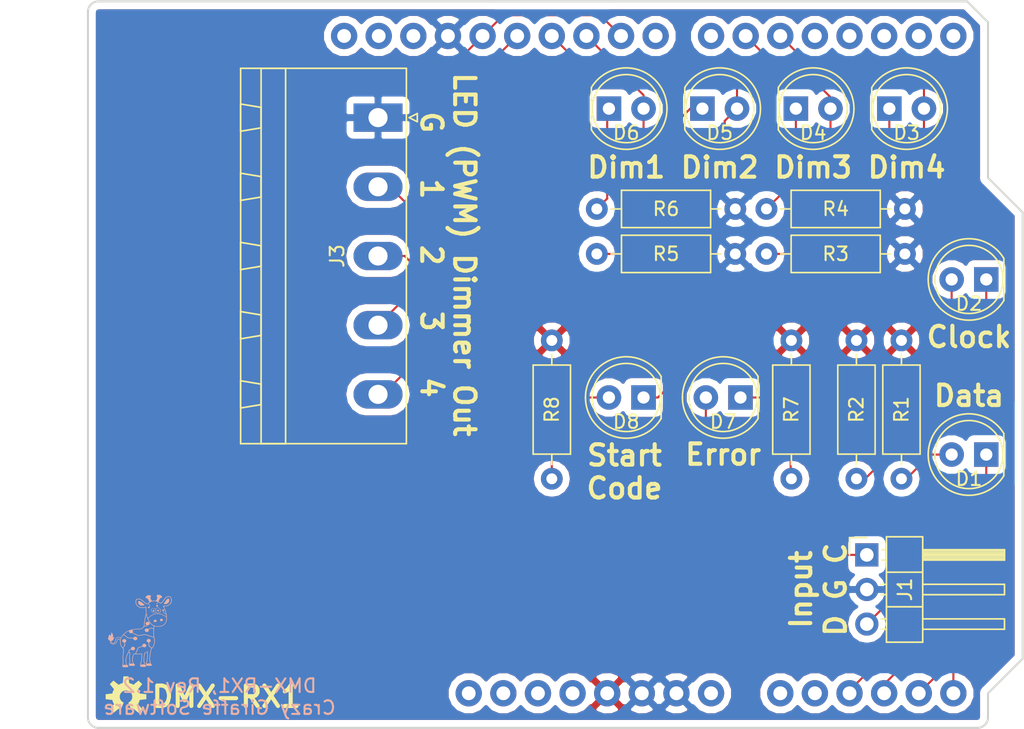
<source format=kicad_pcb>
(kicad_pcb (version 20171130) (host pcbnew "(5.0.0)")

  (general
    (thickness 1.6)
    (drawings 25)
    (tracks 132)
    (zones 0)
    (modules 21)
    (nets 38)
  )

  (page A4)
  (title_block
    (title "DMX Demonstrator - Receiver (DMX-RX1)")
    (date 2020-12-30)
    (rev 1.2)
    (company "Crazy Giraffe Software")
    (comment 2 "Designed by: SparkyBobo")
    (comment 3 https://creativecommons.org/licenses/by-sa/4.0/)
    (comment 4 "Released under the Creative Commons Attribution Share-Alike 4.0 License")
  )

  (layers
    (0 F.Cu signal)
    (31 B.Cu signal)
    (32 B.Adhes user)
    (33 F.Adhes user)
    (34 B.Paste user)
    (35 F.Paste user)
    (36 B.SilkS user)
    (37 F.SilkS user)
    (38 B.Mask user)
    (39 F.Mask user)
    (40 Dwgs.User user)
    (41 Cmts.User user)
    (42 Eco1.User user)
    (43 Eco2.User user)
    (44 Edge.Cuts user)
    (45 Margin user)
    (46 B.CrtYd user)
    (47 F.CrtYd user hide)
    (48 B.Fab user)
    (49 F.Fab user)
  )

  (setup
    (last_trace_width 0.1524)
    (trace_clearance 0.1524)
    (zone_clearance 0.508)
    (zone_45_only no)
    (trace_min 0.1524)
    (segment_width 0.2)
    (edge_width 0.15)
    (via_size 0.6858)
    (via_drill 0.3302)
    (via_min_size 0.508)
    (via_min_drill 0.254)
    (uvia_size 0.6858)
    (uvia_drill 0.3302)
    (uvias_allowed no)
    (uvia_min_size 0.2)
    (uvia_min_drill 0.1)
    (pcb_text_width 0.3)
    (pcb_text_size 1.5 1.5)
    (mod_edge_width 0.15)
    (mod_text_size 1 1)
    (mod_text_width 0.15)
    (pad_size 1.8 1.8)
    (pad_drill 0.9)
    (pad_to_mask_clearance 0.2)
    (aux_axis_origin 0 0)
    (visible_elements 7FFFFFFF)
    (pcbplotparams
      (layerselection 0x010fc_ffffffff)
      (usegerberextensions false)
      (usegerberattributes false)
      (usegerberadvancedattributes false)
      (creategerberjobfile false)
      (excludeedgelayer true)
      (linewidth 0.100000)
      (plotframeref false)
      (viasonmask false)
      (mode 1)
      (useauxorigin false)
      (hpglpennumber 1)
      (hpglpenspeed 20)
      (hpglpendiameter 15.000000)
      (psnegative false)
      (psa4output false)
      (plotreference true)
      (plotvalue true)
      (plotinvisibletext false)
      (padsonsilk false)
      (subtractmaskfromsilk false)
      (outputformat 1)
      (mirror false)
      (drillshape 1)
      (scaleselection 1)
      (outputdirectory ""))
  )

  (net 0 "")
  (net 1 +5V)
  (net 2 GND)
  (net 3 "Net-(D8-Pad2)")
  (net 4 "Net-(D7-Pad2)")
  (net 5 "Net-(D1-Pad2)")
  (net 6 "Net-(D2-Pad2)")
  (net 7 "Net-(A1-Pad32)")
  (net 8 "Net-(A1-Pad31)")
  (net 9 "Net-(A1-Pad1)")
  (net 10 "Net-(A1-Pad2)")
  (net 11 "Net-(A1-Pad3)")
  (net 12 "Net-(A1-Pad4)")
  (net 13 "Net-(A1-Pad8)")
  (net 14 "Net-(A1-Pad15)")
  (net 15 "Net-(A1-Pad16)")
  (net 16 /~DATA)
  (net 17 /~CLOCK)
  (net 18 /~DIM3)
  (net 19 /~DIM2)
  (net 20 /~DIM1)
  (net 21 /~DIM0)
  (net 22 /RX)
  (net 23 /RXCLK)
  (net 24 "Net-(A1-Pad30)")
  (net 25 "Net-(A1-Pad9)")
  (net 26 "Net-(A1-Pad10)")
  (net 27 "Net-(A1-Pad17)")
  (net 28 "Net-(A1-Pad18)")
  (net 29 "Net-(A1-Pad19)")
  (net 30 "Net-(A1-Pad22)")
  (net 31 "Net-(A1-Pad23)")
  (net 32 "Net-(D3-Pad1)")
  (net 33 "Net-(D4-Pad1)")
  (net 34 "Net-(D5-Pad1)")
  (net 35 "Net-(D6-Pad1)")
  (net 36 /~ERR)
  (net 37 /~SC)

  (net_class Default "This is the default net class."
    (clearance 0.1524)
    (trace_width 0.1524)
    (via_dia 0.6858)
    (via_drill 0.3302)
    (uvia_dia 0.6858)
    (uvia_drill 0.3302)
    (diff_pair_gap 0.1524)
    (diff_pair_width 0.1524)
    (add_net /RX)
    (add_net /RXCLK)
    (add_net /~CLOCK)
    (add_net /~DATA)
    (add_net /~DIM0)
    (add_net /~DIM1)
    (add_net /~DIM2)
    (add_net /~DIM3)
    (add_net /~ERR)
    (add_net /~SC)
    (add_net GND)
    (add_net "Net-(A1-Pad1)")
    (add_net "Net-(A1-Pad10)")
    (add_net "Net-(A1-Pad15)")
    (add_net "Net-(A1-Pad16)")
    (add_net "Net-(A1-Pad17)")
    (add_net "Net-(A1-Pad18)")
    (add_net "Net-(A1-Pad19)")
    (add_net "Net-(A1-Pad2)")
    (add_net "Net-(A1-Pad22)")
    (add_net "Net-(A1-Pad23)")
    (add_net "Net-(A1-Pad3)")
    (add_net "Net-(A1-Pad30)")
    (add_net "Net-(A1-Pad31)")
    (add_net "Net-(A1-Pad32)")
    (add_net "Net-(A1-Pad4)")
    (add_net "Net-(A1-Pad8)")
    (add_net "Net-(A1-Pad9)")
    (add_net "Net-(D1-Pad2)")
    (add_net "Net-(D2-Pad2)")
    (add_net "Net-(D3-Pad1)")
    (add_net "Net-(D4-Pad1)")
    (add_net "Net-(D5-Pad1)")
    (add_net "Net-(D6-Pad1)")
    (add_net "Net-(D7-Pad2)")
    (add_net "Net-(D8-Pad2)")
  )

  (net_class Power ""
    (clearance 0.1524)
    (trace_width 0.3048)
    (via_dia 1.27)
    (via_drill 0.635)
    (uvia_dia 1.27)
    (uvia_drill 0.635)
    (diff_pair_gap 0.3048)
    (diff_pair_width 0.3048)
    (add_net +5V)
  )

  (module LED_THT:LED_D5.0mm (layer F.Cu) (tedit 5FD168DD) (tstamp 5FB5F135)
    (at 164.211 92.329 180)
    (descr "LED, diameter 5.0mm, 2 pins, http://cdn-reichelt.de/documents/datenblatt/A500/LL-504BC2E-009.pdf")
    (tags "LED diameter 5.0mm 2 pins")
    (path /5FA8D6CC)
    (fp_text reference D7 (at 1.27 -1.778 180) (layer F.SilkS)
      (effects (font (size 1 1) (thickness 0.15)))
    )
    (fp_text value ERROR (at 1.27 3.96 180) (layer F.Fab)
      (effects (font (size 1 1) (thickness 0.15)))
    )
    (fp_arc (start 1.27 0) (end -1.23 -1.469694) (angle 299.1) (layer F.Fab) (width 0.1))
    (fp_arc (start 1.27 0) (end -1.29 -1.54483) (angle 148.9) (layer F.SilkS) (width 0.12))
    (fp_arc (start 1.27 0) (end -1.29 1.54483) (angle -148.9) (layer F.SilkS) (width 0.12))
    (fp_circle (center 1.27 0) (end 3.77 0) (layer F.Fab) (width 0.1))
    (fp_circle (center 1.27 0) (end 3.77 0) (layer F.SilkS) (width 0.12))
    (fp_line (start -1.23 -1.469694) (end -1.23 1.469694) (layer F.Fab) (width 0.1))
    (fp_line (start -1.29 -1.545) (end -1.29 1.545) (layer F.SilkS) (width 0.12))
    (fp_line (start -1.95 -3.25) (end -1.95 3.25) (layer F.CrtYd) (width 0.05))
    (fp_line (start -1.95 3.25) (end 4.5 3.25) (layer F.CrtYd) (width 0.05))
    (fp_line (start 4.5 3.25) (end 4.5 -3.25) (layer F.CrtYd) (width 0.05))
    (fp_line (start 4.5 -3.25) (end -1.95 -3.25) (layer F.CrtYd) (width 0.05))
    (fp_text user %R (at 1.25 0 180) (layer F.Fab)
      (effects (font (size 0.8 0.8) (thickness 0.2)))
    )
    (pad 1 thru_hole rect (at 0 0 180) (size 1.8 1.8) (drill 0.9) (layers *.Cu *.Mask)
      (net 36 /~ERR))
    (pad 2 thru_hole circle (at 2.54 0 180) (size 1.8 1.8) (drill 0.9) (layers *.Cu *.Mask)
      (net 4 "Net-(D7-Pad2)"))
    (model ${KISYS3DMOD}/LED_THT.3dshapes/LED_D5.0mm.wrl
      (at (xyz 0 0 0))
      (scale (xyz 1 1 1))
      (rotate (xyz 0 0 0))
    )
  )

  (module Connector_Phoenix_MSTB:PhoenixContact_MSTBA_2,5_5-G-5,08_1x05_P5.08mm_Horizontal (layer F.Cu) (tedit 5A00FA1E) (tstamp 5FA7CBB0)
    (at 137.6172 71.7804 270)
    (descr "Generic Phoenix Contact connector footprint for: MSTBA_2,5/5-G-5,08; number of pins: 05; pin pitch: 5.08mm; Angled || order number: 1757271 12A || order number: 1923898 16A (HC)")
    (tags "phoenix_contact connector MSTBA_01x05_G_5.08mm")
    (path /5F42826E)
    (fp_text reference J3 (at 10.16 2.9972 90) (layer F.SilkS)
      (effects (font (size 1 1) (thickness 0.15)))
    )
    (fp_text value LED_OUT (at 10.16 11 270) (layer F.Fab)
      (effects (font (size 1 1) (thickness 0.15)))
    )
    (fp_line (start -3.62 -2.08) (end -3.62 10.08) (layer F.SilkS) (width 0.12))
    (fp_line (start -3.62 10.08) (end 23.94 10.08) (layer F.SilkS) (width 0.12))
    (fp_line (start 23.94 10.08) (end 23.94 -2.08) (layer F.SilkS) (width 0.12))
    (fp_line (start 23.94 -2.08) (end -3.62 -2.08) (layer F.SilkS) (width 0.12))
    (fp_line (start -3.54 -2) (end -3.54 10) (layer F.Fab) (width 0.1))
    (fp_line (start -3.54 10) (end 23.86 10) (layer F.Fab) (width 0.1))
    (fp_line (start 23.86 10) (end 23.86 -2) (layer F.Fab) (width 0.1))
    (fp_line (start 23.86 -2) (end -3.54 -2) (layer F.Fab) (width 0.1))
    (fp_line (start -3.62 8.58) (end -3.62 6.78) (layer F.SilkS) (width 0.12))
    (fp_line (start -3.62 6.78) (end 23.94 6.78) (layer F.SilkS) (width 0.12))
    (fp_line (start 23.94 6.78) (end 23.94 8.58) (layer F.SilkS) (width 0.12))
    (fp_line (start 23.94 8.58) (end -3.62 8.58) (layer F.SilkS) (width 0.12))
    (fp_line (start -1 10.08) (end 1 10.08) (layer F.SilkS) (width 0.12))
    (fp_line (start 1 10.08) (end 0.75 8.58) (layer F.SilkS) (width 0.12))
    (fp_line (start 0.75 8.58) (end -0.75 8.58) (layer F.SilkS) (width 0.12))
    (fp_line (start -0.75 8.58) (end -1 10.08) (layer F.SilkS) (width 0.12))
    (fp_line (start 4.08 10.08) (end 6.08 10.08) (layer F.SilkS) (width 0.12))
    (fp_line (start 6.08 10.08) (end 5.83 8.58) (layer F.SilkS) (width 0.12))
    (fp_line (start 5.83 8.58) (end 4.33 8.58) (layer F.SilkS) (width 0.12))
    (fp_line (start 4.33 8.58) (end 4.08 10.08) (layer F.SilkS) (width 0.12))
    (fp_line (start 9.16 10.08) (end 11.16 10.08) (layer F.SilkS) (width 0.12))
    (fp_line (start 11.16 10.08) (end 10.91 8.58) (layer F.SilkS) (width 0.12))
    (fp_line (start 10.91 8.58) (end 9.41 8.58) (layer F.SilkS) (width 0.12))
    (fp_line (start 9.41 8.58) (end 9.16 10.08) (layer F.SilkS) (width 0.12))
    (fp_line (start 14.24 10.08) (end 16.24 10.08) (layer F.SilkS) (width 0.12))
    (fp_line (start 16.24 10.08) (end 15.99 8.58) (layer F.SilkS) (width 0.12))
    (fp_line (start 15.99 8.58) (end 14.49 8.58) (layer F.SilkS) (width 0.12))
    (fp_line (start 14.49 8.58) (end 14.24 10.08) (layer F.SilkS) (width 0.12))
    (fp_line (start 19.32 10.08) (end 21.32 10.08) (layer F.SilkS) (width 0.12))
    (fp_line (start 21.32 10.08) (end 21.07 8.58) (layer F.SilkS) (width 0.12))
    (fp_line (start 21.07 8.58) (end 19.57 8.58) (layer F.SilkS) (width 0.12))
    (fp_line (start 19.57 8.58) (end 19.32 10.08) (layer F.SilkS) (width 0.12))
    (fp_line (start -4.04 -2.5) (end -4.04 10.5) (layer F.CrtYd) (width 0.05))
    (fp_line (start -4.04 10.5) (end 24.36 10.5) (layer F.CrtYd) (width 0.05))
    (fp_line (start 24.36 10.5) (end 24.36 -2.5) (layer F.CrtYd) (width 0.05))
    (fp_line (start 24.36 -2.5) (end -4.04 -2.5) (layer F.CrtYd) (width 0.05))
    (fp_line (start 0.3 -2.88) (end 0 -2.28) (layer F.SilkS) (width 0.12))
    (fp_line (start 0 -2.28) (end -0.3 -2.88) (layer F.SilkS) (width 0.12))
    (fp_line (start -0.3 -2.88) (end 0.3 -2.88) (layer F.SilkS) (width 0.12))
    (fp_line (start 0.95 -2) (end 0 -0.5) (layer F.Fab) (width 0.1))
    (fp_line (start 0 -0.5) (end -0.95 -2) (layer F.Fab) (width 0.1))
    (fp_text user %R (at 10.16 3 270) (layer F.Fab)
      (effects (font (size 1 1) (thickness 0.15)))
    )
    (pad 1 thru_hole rect (at 0 0 270) (size 2.08 3.6) (drill 1.4) (layers *.Cu *.Mask)
      (net 2 GND))
    (pad 2 thru_hole oval (at 5.08 0 270) (size 2.08 3.6) (drill 1.4) (layers *.Cu *.Mask)
      (net 21 /~DIM0))
    (pad 3 thru_hole oval (at 10.16 0 270) (size 2.08 3.6) (drill 1.4) (layers *.Cu *.Mask)
      (net 20 /~DIM1))
    (pad 4 thru_hole oval (at 15.24 0 270) (size 2.08 3.6) (drill 1.4) (layers *.Cu *.Mask)
      (net 19 /~DIM2))
    (pad 5 thru_hole oval (at 20.32 0 270) (size 2.08 3.6) (drill 1.4) (layers *.Cu *.Mask)
      (net 18 /~DIM3))
    (model ${KISYS3DMOD}/Connector_Phoenix_MSTB.3dshapes/PhoenixContact_MSTBA_2,5_5-G-5,08_1x05_P5.08mm_Horizontal.wrl
      (at (xyz 0 0 0))
      (scale (xyz 1 1 1))
      (rotate (xyz 0 0 0))
    )
  )

  (module footprints:ARDUINO_R3_NO_HOLES (layer F.Cu) (tedit 5FA36CC6) (tstamp 5FA70673)
    (at 150.622 89.916)
    (descr "ARDUINO UNO R3 FOOTPRINT")
    (tags "ARDUINO UNO R3 FOOTPRINT")
    (path /5F3035A0)
    (attr virtual)
    (fp_text reference A1 (at -32.766 -25.908) (layer F.SilkS) hide
      (effects (font (size 0.6096 0.6096) (thickness 0.127)))
    )
    (fp_text value Arduino_UNO_R3 (at -29.718 -24.892) (layer F.SilkS) hide
      (effects (font (size 0.6096 0.6096) (thickness 0.127)))
    )
    (fp_line (start -34.29 26.67) (end -34.29 -26.67) (layer Dwgs.User) (width 0.2032))
    (fp_line (start -34.29 -26.67) (end 30.226 -26.67) (layer Dwgs.User) (width 0.2032))
    (fp_line (start 30.226 -26.67) (end 31.75 -25.146) (layer Dwgs.User) (width 0.2032))
    (fp_line (start 31.75 -25.146) (end 31.75 -13.716) (layer Dwgs.User) (width 0.2032))
    (fp_line (start 31.75 -13.716) (end 34.29 -11.176) (layer Dwgs.User) (width 0.2032))
    (fp_line (start 34.29 -11.176) (end 34.29 21.59) (layer Dwgs.User) (width 0.2032))
    (fp_line (start 34.29 21.59) (end 31.75 24.13) (layer Dwgs.User) (width 0.2032))
    (fp_line (start 31.75 24.13) (end 31.75 26.67) (layer Dwgs.User) (width 0.2032))
    (fp_line (start 31.75 26.67) (end -34.29 26.67) (layer Dwgs.User) (width 0.2032))
    (fp_line (start -40.64 -17.145) (end -24.765 -17.145) (layer Dwgs.User) (width 0.2032))
    (fp_line (start -24.765 -17.145) (end -24.765 -5.715) (layer Dwgs.User) (width 0.2032))
    (fp_line (start -24.765 -5.715) (end -40.64 -5.715) (layer Dwgs.User) (width 0.2032))
    (fp_line (start -40.64 -5.715) (end -40.64 -17.145) (layer Dwgs.User) (width 0.2032))
    (fp_line (start -36.195 23.495) (end -36.195 14.605) (layer Dwgs.User) (width 0.2032))
    (fp_line (start -36.195 14.605) (end -22.86 14.605) (layer Dwgs.User) (width 0.2032))
    (fp_line (start -22.86 14.605) (end -22.86 23.495) (layer Dwgs.User) (width 0.2032))
    (fp_line (start -22.86 23.495) (end -36.195 23.495) (layer Dwgs.User) (width 0.2032))
    (fp_circle (center -20.32 24.13) (end -20.32 23.10638) (layer Dwgs.User) (width 0.127))
    (fp_circle (center 31.75 19.05) (end 31.75 18.02638) (layer Dwgs.User) (width 0.127))
    (fp_circle (center 31.75 -8.89) (end 31.75 -9.91362) (layer Dwgs.User) (width 0.127))
    (fp_circle (center -19.05 -24.13) (end -19.05 -25.15362) (layer Dwgs.User) (width 0.127))
    (fp_text user SCL (at -15.5194 -20.5232 90) (layer Dwgs.User)
      (effects (font (size 0.8128 0.8128) (thickness 0.127)))
    )
    (fp_text user SDA (at -12.9794 -20.5232 90) (layer Dwgs.User)
      (effects (font (size 0.8128 0.8128) (thickness 0.127)))
    )
    (fp_text user AREF (at -10.4394 -20.9296 90) (layer Dwgs.User)
      (effects (font (size 0.8128 0.8128) (thickness 0.127)))
    )
    (fp_text user GND (at -7.8994 -20.5232 90) (layer Dwgs.User)
      (effects (font (size 0.8128 0.8128) (thickness 0.127)))
    )
    (fp_text user D13 (at -5.3594 -20.5232 90) (layer Dwgs.User)
      (effects (font (size 0.8128 0.8128) (thickness 0.127)))
    )
    (fp_text user D12 (at -2.8194 -20.5232 90) (layer Dwgs.User)
      (effects (font (size 0.8128 0.8128) (thickness 0.127)))
    )
    (fp_text user D11 (at -0.2794 -20.5232 90) (layer Dwgs.User)
      (effects (font (size 0.8128 0.8128) (thickness 0.127)))
    )
    (fp_text user D10 (at 2.2606 -20.5232 90) (layer Dwgs.User)
      (effects (font (size 0.8128 0.8128) (thickness 0.127)))
    )
    (fp_text user D9 (at 4.79806 -20.1168 90) (layer Dwgs.User)
      (effects (font (size 0.8128 0.8128) (thickness 0.127)))
    )
    (fp_text user D8 (at 7.3406 -20.1168 90) (layer Dwgs.User)
      (effects (font (size 0.8128 0.8128) (thickness 0.127)))
    )
    (fp_text user D7 (at 11.4046 -20.1168 90) (layer Dwgs.User)
      (effects (font (size 0.8128 0.8128) (thickness 0.127)))
    )
    (fp_text user D6 (at 13.9446 -20.1168 90) (layer Dwgs.User)
      (effects (font (size 0.8128 0.8128) (thickness 0.127)))
    )
    (fp_text user D5 (at 16.4846 -20.1168 90) (layer Dwgs.User)
      (effects (font (size 0.8128 0.8128) (thickness 0.127)))
    )
    (fp_text user D4 (at 19.0246 -20.1168 90) (layer Dwgs.User)
      (effects (font (size 0.8128 0.8128) (thickness 0.127)))
    )
    (fp_text user D3 (at 21.5646 -20.1168 90) (layer Dwgs.User)
      (effects (font (size 0.8128 0.8128) (thickness 0.127)))
    )
    (fp_text user D2 (at 24.1046 -20.1168 90) (layer Dwgs.User)
      (effects (font (size 0.8128 0.8128) (thickness 0.127)))
    )
    (fp_text user D0/RXI (at 29.05506 -19.2024 90) (layer Dwgs.User)
      (effects (font (size 0.8128 0.8128) (thickness 0.127)))
    )
    (fp_text user D1/TXO (at 26.5176 -19.2024 90) (layer Dwgs.User)
      (effects (font (size 0.8128 0.8128) (thickness 0.127)))
    )
    (fp_text user !RESET! (at -1.6764 20.0152 90) (layer Dwgs.User)
      (effects (font (size 0.8128 0.8128) (thickness 0.127)))
    )
    (fp_text user 3.3V (at 0.8636 21.2344 90) (layer Dwgs.User)
      (effects (font (size 0.8128 0.8128) (thickness 0.127)))
    )
    (fp_text user 5V (at 3.4036 22.0472 90) (layer Dwgs.User)
      (effects (font (size 0.8128 0.8128) (thickness 0.127)))
    )
    (fp_text user GND (at 5.9436 21.6408 90) (layer Dwgs.User)
      (effects (font (size 0.8128 0.8128) (thickness 0.127)))
    )
    (fp_text user GND (at 8.4836 21.6408 90) (layer Dwgs.User)
      (effects (font (size 0.8128 0.8128) (thickness 0.127)))
    )
    (fp_text user VIN (at 11.0236 21.6408 90) (layer Dwgs.User)
      (effects (font (size 0.8128 0.8128) (thickness 0.127)))
    )
    (fp_text user A0 (at 16.1036 22.0472 90) (layer Dwgs.User)
      (effects (font (size 0.8128 0.8128) (thickness 0.127)))
    )
    (fp_text user A1 (at 18.6436 22.0472 90) (layer Dwgs.User)
      (effects (font (size 0.8128 0.8128) (thickness 0.127)))
    )
    (fp_text user A2 (at 21.1836 22.0472 90) (layer Dwgs.User)
      (effects (font (size 0.8128 0.8128) (thickness 0.127)))
    )
    (fp_text user A3 (at 23.7236 22.0472 90) (layer Dwgs.User)
      (effects (font (size 0.8128 0.8128) (thickness 0.127)))
    )
    (fp_text user A4 (at 26.2636 22.0472 90) (layer Dwgs.User)
      (effects (font (size 0.8128 0.8128) (thickness 0.127)))
    )
    (fp_text user A5 (at 28.80106 22.0472 90) (layer Dwgs.User)
      (effects (font (size 0.8128 0.8128) (thickness 0.127)))
    )
    (fp_text user IOREF (at -4.2164 20.828 90) (layer Dwgs.User)
      (effects (font (size 0.8128 0.8128) (thickness 0.127)))
    )
    (pad 4 thru_hole circle (at 1.27 24.13) (size 1.9304 1.9304) (drill 1.016) (layers *.Cu *.Mask)
      (net 12 "Net-(A1-Pad4)") (solder_mask_margin 0.1016))
    (pad 5 thru_hole circle (at 3.81 24.13) (size 1.9304 1.9304) (drill 1.016) (layers *.Cu *.Mask)
      (net 1 +5V) (solder_mask_margin 0.1016))
    (pad 9 thru_hole circle (at 16.51 24.13) (size 1.9304 1.9304) (drill 1.016) (layers *.Cu *.Mask)
      (net 25 "Net-(A1-Pad9)") (solder_mask_margin 0.1016))
    (pad 10 thru_hole circle (at 19.05 24.13) (size 1.9304 1.9304) (drill 1.016) (layers *.Cu *.Mask)
      (net 26 "Net-(A1-Pad10)") (solder_mask_margin 0.1016))
    (pad 11 thru_hole circle (at 21.59 24.13) (size 1.9304 1.9304) (drill 1.016) (layers *.Cu *.Mask)
      (net 36 /~ERR) (solder_mask_margin 0.1016))
    (pad 12 thru_hole circle (at 24.13 24.13) (size 1.9304 1.9304) (drill 1.016) (layers *.Cu *.Mask)
      (net 37 /~SC) (solder_mask_margin 0.1016))
    (pad 13 thru_hole circle (at 26.67 24.13) (size 1.9304 1.9304) (drill 1.016) (layers *.Cu *.Mask)
      (net 16 /~DATA) (solder_mask_margin 0.1016))
    (pad 14 thru_hole circle (at 29.21 24.13) (size 1.9304 1.9304) (drill 1.016) (layers *.Cu *.Mask)
      (net 17 /~CLOCK) (solder_mask_margin 0.1016))
    (pad 30 thru_hole circle (at -10.414 -24.13) (size 1.9304 1.9304) (drill 1.016) (layers *.Cu *.Mask)
      (net 24 "Net-(A1-Pad30)") (solder_mask_margin 0.1016))
    (pad 15 thru_hole circle (at 29.21 -24.13) (size 1.9304 1.9304) (drill 1.016) (layers *.Cu *.Mask)
      (net 14 "Net-(A1-Pad15)") (solder_mask_margin 0.1016))
    (pad 16 thru_hole circle (at 26.67 -24.13) (size 1.9304 1.9304) (drill 1.016) (layers *.Cu *.Mask)
      (net 15 "Net-(A1-Pad16)") (solder_mask_margin 0.1016))
    (pad 17 thru_hole circle (at 24.13 -24.13) (size 1.9304 1.9304) (drill 1.016) (layers *.Cu *.Mask)
      (net 27 "Net-(A1-Pad17)") (solder_mask_margin 0.1016))
    (pad 18 thru_hole circle (at 21.59 -24.13) (size 1.9304 1.9304) (drill 1.016) (layers *.Cu *.Mask)
      (net 28 "Net-(A1-Pad18)") (solder_mask_margin 0.1016))
    (pad 19 thru_hole circle (at 19.05 -24.13) (size 1.9304 1.9304) (drill 1.016) (layers *.Cu *.Mask)
      (net 29 "Net-(A1-Pad19)") (solder_mask_margin 0.1016))
    (pad 20 thru_hole circle (at 16.51 -24.13) (size 1.9304 1.9304) (drill 1.016) (layers *.Cu *.Mask)
      (net 18 /~DIM3) (solder_mask_margin 0.1016))
    (pad 21 thru_hole circle (at 13.97 -24.13) (size 1.9304 1.9304) (drill 1.016) (layers *.Cu *.Mask)
      (net 19 /~DIM2) (solder_mask_margin 0.1016))
    (pad 22 thru_hole circle (at 11.43 -24.13) (size 1.9304 1.9304) (drill 1.016) (layers *.Cu *.Mask)
      (net 30 "Net-(A1-Pad22)") (solder_mask_margin 0.1016))
    (pad 23 thru_hole circle (at 7.366 -24.13) (size 1.9304 1.9304) (drill 1.016) (layers *.Cu *.Mask)
      (net 31 "Net-(A1-Pad23)") (solder_mask_margin 0.1016))
    (pad 24 thru_hole circle (at 4.826 -24.13) (size 1.9304 1.9304) (drill 1.016) (layers *.Cu *.Mask)
      (net 23 /RXCLK) (solder_mask_margin 0.1016))
    (pad 25 thru_hole circle (at 2.286 -24.13) (size 1.9304 1.9304) (drill 1.016) (layers *.Cu *.Mask)
      (net 20 /~DIM1) (solder_mask_margin 0.1016))
    (pad 26 thru_hole circle (at -0.254 -24.13) (size 1.9304 1.9304) (drill 1.016) (layers *.Cu *.Mask)
      (net 21 /~DIM0) (solder_mask_margin 0.1016))
    (pad 27 thru_hole circle (at -2.794 -24.13) (size 1.9304 1.9304) (drill 1.016) (layers *.Cu *.Mask)
      (net 22 /RX) (solder_mask_margin 0.1016))
    (pad 28 thru_hole circle (at -5.334 -24.13) (size 1.9304 1.9304) (drill 1.016) (layers *.Cu *.Mask)
      (net 23 /RXCLK) (solder_mask_margin 0.1016))
    (pad 6 thru_hole circle (at 6.35 24.13) (size 1.9304 1.9304) (drill 1.016) (layers *.Cu *.Mask)
      (net 2 GND) (solder_mask_margin 0.1016))
    (pad 7 thru_hole circle (at 8.89 24.13) (size 1.9304 1.9304) (drill 1.016) (layers *.Cu *.Mask)
      (net 2 GND) (solder_mask_margin 0.1016))
    (pad 29 thru_hole circle (at -7.874 -24.13) (size 1.9304 1.9304) (drill 1.016) (layers *.Cu *.Mask)
      (net 2 GND) (solder_mask_margin 0.1016))
    (pad 2 thru_hole circle (at -3.81 24.13) (size 1.9304 1.9304) (drill 1.016) (layers *.Cu *.Mask)
      (net 10 "Net-(A1-Pad2)") (solder_mask_margin 0.1016))
    (pad 1 thru_hole circle (at -6.35 24.13) (size 1.9304 1.9304) (drill 1.016) (layers *.Cu *.Mask)
      (net 9 "Net-(A1-Pad1)") (solder_mask_margin 0.1016))
    (pad 3 thru_hole circle (at -1.27 24.13) (size 1.9304 1.9304) (drill 1.016) (layers *.Cu *.Mask)
      (net 11 "Net-(A1-Pad3)") (solder_mask_margin 0.1016))
    (pad 32 thru_hole circle (at -15.494 -24.13) (size 1.9304 1.9304) (drill 1.016) (layers *.Cu *.Mask)
      (net 7 "Net-(A1-Pad32)") (solder_mask_margin 0.1016))
    (pad 31 thru_hole circle (at -12.954 -24.13) (size 1.9304 1.9304) (drill 1.016) (layers *.Cu *.Mask)
      (net 8 "Net-(A1-Pad31)") (solder_mask_margin 0.1016))
    (pad 8 thru_hole circle (at 11.43 24.13) (size 1.9304 1.9304) (drill 1.016) (layers *.Cu *.Mask)
      (net 13 "Net-(A1-Pad8)") (solder_mask_margin 0.1016))
  )

  (module Resistor_THT:R_Axial_DIN0207_L6.3mm_D2.5mm_P10.16mm_Horizontal (layer F.Cu) (tedit 5AE5139B) (tstamp 5F6A106B)
    (at 172.72 88.138 270)
    (descr "Resistor, Axial_DIN0207 series, Axial, Horizontal, pin pitch=10.16mm, 0.25W = 1/4W, length*diameter=6.3*2.5mm^2, http://cdn-reichelt.de/documents/datenblatt/B400/1_4W%23YAG.pdf")
    (tags "Resistor Axial_DIN0207 series Axial Horizontal pin pitch 10.16mm 0.25W = 1/4W length 6.3mm diameter 2.5mm")
    (path /5F3048F0)
    (fp_text reference R2 (at 5.08 0 270) (layer F.SilkS)
      (effects (font (size 1 1) (thickness 0.15)))
    )
    (fp_text value 330 (at 5.08 -0.508 270) (layer F.Fab)
      (effects (font (size 1 1) (thickness 0.15)))
    )
    (fp_text user %R (at 5.08 0 270) (layer F.Fab)
      (effects (font (size 1 1) (thickness 0.15)))
    )
    (fp_line (start 11.21 -1.5) (end -1.05 -1.5) (layer F.CrtYd) (width 0.05))
    (fp_line (start 11.21 1.5) (end 11.21 -1.5) (layer F.CrtYd) (width 0.05))
    (fp_line (start -1.05 1.5) (end 11.21 1.5) (layer F.CrtYd) (width 0.05))
    (fp_line (start -1.05 -1.5) (end -1.05 1.5) (layer F.CrtYd) (width 0.05))
    (fp_line (start 9.12 0) (end 8.35 0) (layer F.SilkS) (width 0.12))
    (fp_line (start 1.04 0) (end 1.81 0) (layer F.SilkS) (width 0.12))
    (fp_line (start 8.35 -1.37) (end 1.81 -1.37) (layer F.SilkS) (width 0.12))
    (fp_line (start 8.35 1.37) (end 8.35 -1.37) (layer F.SilkS) (width 0.12))
    (fp_line (start 1.81 1.37) (end 8.35 1.37) (layer F.SilkS) (width 0.12))
    (fp_line (start 1.81 -1.37) (end 1.81 1.37) (layer F.SilkS) (width 0.12))
    (fp_line (start 10.16 0) (end 8.23 0) (layer F.Fab) (width 0.1))
    (fp_line (start 0 0) (end 1.93 0) (layer F.Fab) (width 0.1))
    (fp_line (start 8.23 -1.25) (end 1.93 -1.25) (layer F.Fab) (width 0.1))
    (fp_line (start 8.23 1.25) (end 8.23 -1.25) (layer F.Fab) (width 0.1))
    (fp_line (start 1.93 1.25) (end 8.23 1.25) (layer F.Fab) (width 0.1))
    (fp_line (start 1.93 -1.25) (end 1.93 1.25) (layer F.Fab) (width 0.1))
    (pad 2 thru_hole oval (at 10.16 0 270) (size 1.6 1.6) (drill 0.8) (layers *.Cu *.Mask)
      (net 6 "Net-(D2-Pad2)"))
    (pad 1 thru_hole circle (at 0 0 270) (size 1.6 1.6) (drill 0.8) (layers *.Cu *.Mask)
      (net 1 +5V))
    (model ${KISYS3DMOD}/Resistor_THT.3dshapes/R_Axial_DIN0207_L6.3mm_D2.5mm_P10.16mm_Horizontal.wrl
      (at (xyz 0 0 0))
      (scale (xyz 1 1 1))
      (rotate (xyz 0 0 0))
    )
  )

  (module Resistor_THT:R_Axial_DIN0207_L6.3mm_D2.5mm_P10.16mm_Horizontal (layer F.Cu) (tedit 5AE5139B) (tstamp 5F6A10EF)
    (at 176.276 81.788 180)
    (descr "Resistor, Axial_DIN0207 series, Axial, Horizontal, pin pitch=10.16mm, 0.25W = 1/4W, length*diameter=6.3*2.5mm^2, http://cdn-reichelt.de/documents/datenblatt/B400/1_4W%23YAG.pdf")
    (tags "Resistor Axial_DIN0207 series Axial Horizontal pin pitch 10.16mm 0.25W = 1/4W length 6.3mm diameter 2.5mm")
    (path /5F3BECD4)
    (fp_text reference R3 (at 5.08 0 180) (layer F.SilkS)
      (effects (font (size 1 1) (thickness 0.15)))
    )
    (fp_text value 330 (at 5.08 0.635 180) (layer F.Fab)
      (effects (font (size 1 1) (thickness 0.15)))
    )
    (fp_text user %R (at 5.08 0 180) (layer F.Fab)
      (effects (font (size 1 1) (thickness 0.15)))
    )
    (fp_line (start 11.21 -1.5) (end -1.05 -1.5) (layer F.CrtYd) (width 0.05))
    (fp_line (start 11.21 1.5) (end 11.21 -1.5) (layer F.CrtYd) (width 0.05))
    (fp_line (start -1.05 1.5) (end 11.21 1.5) (layer F.CrtYd) (width 0.05))
    (fp_line (start -1.05 -1.5) (end -1.05 1.5) (layer F.CrtYd) (width 0.05))
    (fp_line (start 9.12 0) (end 8.35 0) (layer F.SilkS) (width 0.12))
    (fp_line (start 1.04 0) (end 1.81 0) (layer F.SilkS) (width 0.12))
    (fp_line (start 8.35 -1.37) (end 1.81 -1.37) (layer F.SilkS) (width 0.12))
    (fp_line (start 8.35 1.37) (end 8.35 -1.37) (layer F.SilkS) (width 0.12))
    (fp_line (start 1.81 1.37) (end 8.35 1.37) (layer F.SilkS) (width 0.12))
    (fp_line (start 1.81 -1.37) (end 1.81 1.37) (layer F.SilkS) (width 0.12))
    (fp_line (start 10.16 0) (end 8.23 0) (layer F.Fab) (width 0.1))
    (fp_line (start 0 0) (end 1.93 0) (layer F.Fab) (width 0.1))
    (fp_line (start 8.23 -1.25) (end 1.93 -1.25) (layer F.Fab) (width 0.1))
    (fp_line (start 8.23 1.25) (end 8.23 -1.25) (layer F.Fab) (width 0.1))
    (fp_line (start 1.93 1.25) (end 8.23 1.25) (layer F.Fab) (width 0.1))
    (fp_line (start 1.93 -1.25) (end 1.93 1.25) (layer F.Fab) (width 0.1))
    (pad 2 thru_hole oval (at 10.16 0 180) (size 1.6 1.6) (drill 0.8) (layers *.Cu *.Mask)
      (net 32 "Net-(D3-Pad1)"))
    (pad 1 thru_hole circle (at 0 0 180) (size 1.6 1.6) (drill 0.8) (layers *.Cu *.Mask)
      (net 2 GND))
    (model ${KISYS3DMOD}/Resistor_THT.3dshapes/R_Axial_DIN0207_L6.3mm_D2.5mm_P10.16mm_Horizontal.wrl
      (at (xyz 0 0 0))
      (scale (xyz 1 1 1))
      (rotate (xyz 0 0 0))
    )
  )

  (module Resistor_THT:R_Axial_DIN0207_L6.3mm_D2.5mm_P10.16mm_Horizontal (layer F.Cu) (tedit 5AE5139B) (tstamp 5F6A10D9)
    (at 176.022 88.138 270)
    (descr "Resistor, Axial_DIN0207 series, Axial, Horizontal, pin pitch=10.16mm, 0.25W = 1/4W, length*diameter=6.3*2.5mm^2, http://cdn-reichelt.de/documents/datenblatt/B400/1_4W%23YAG.pdf")
    (tags "Resistor Axial_DIN0207 series Axial Horizontal pin pitch 10.16mm 0.25W = 1/4W length 6.3mm diameter 2.5mm")
    (path /5F3040DD)
    (fp_text reference R1 (at 5.08 0 270) (layer F.SilkS)
      (effects (font (size 1 1) (thickness 0.15)))
    )
    (fp_text value 330 (at 5.08 -0.508 270) (layer F.Fab)
      (effects (font (size 1 1) (thickness 0.15)))
    )
    (fp_line (start 1.93 -1.25) (end 1.93 1.25) (layer F.Fab) (width 0.1))
    (fp_line (start 1.93 1.25) (end 8.23 1.25) (layer F.Fab) (width 0.1))
    (fp_line (start 8.23 1.25) (end 8.23 -1.25) (layer F.Fab) (width 0.1))
    (fp_line (start 8.23 -1.25) (end 1.93 -1.25) (layer F.Fab) (width 0.1))
    (fp_line (start 0 0) (end 1.93 0) (layer F.Fab) (width 0.1))
    (fp_line (start 10.16 0) (end 8.23 0) (layer F.Fab) (width 0.1))
    (fp_line (start 1.81 -1.37) (end 1.81 1.37) (layer F.SilkS) (width 0.12))
    (fp_line (start 1.81 1.37) (end 8.35 1.37) (layer F.SilkS) (width 0.12))
    (fp_line (start 8.35 1.37) (end 8.35 -1.37) (layer F.SilkS) (width 0.12))
    (fp_line (start 8.35 -1.37) (end 1.81 -1.37) (layer F.SilkS) (width 0.12))
    (fp_line (start 1.04 0) (end 1.81 0) (layer F.SilkS) (width 0.12))
    (fp_line (start 9.12 0) (end 8.35 0) (layer F.SilkS) (width 0.12))
    (fp_line (start -1.05 -1.5) (end -1.05 1.5) (layer F.CrtYd) (width 0.05))
    (fp_line (start -1.05 1.5) (end 11.21 1.5) (layer F.CrtYd) (width 0.05))
    (fp_line (start 11.21 1.5) (end 11.21 -1.5) (layer F.CrtYd) (width 0.05))
    (fp_line (start 11.21 -1.5) (end -1.05 -1.5) (layer F.CrtYd) (width 0.05))
    (fp_text user %R (at 5.08 0 270) (layer F.Fab)
      (effects (font (size 1 1) (thickness 0.15)))
    )
    (pad 1 thru_hole circle (at 0 0 270) (size 1.6 1.6) (drill 0.8) (layers *.Cu *.Mask)
      (net 1 +5V))
    (pad 2 thru_hole oval (at 10.16 0 270) (size 1.6 1.6) (drill 0.8) (layers *.Cu *.Mask)
      (net 5 "Net-(D1-Pad2)"))
    (model ${KISYS3DMOD}/Resistor_THT.3dshapes/R_Axial_DIN0207_L6.3mm_D2.5mm_P10.16mm_Horizontal.wrl
      (at (xyz 0 0 0))
      (scale (xyz 1 1 1))
      (rotate (xyz 0 0 0))
    )
  )

  (module Resistor_THT:R_Axial_DIN0207_L6.3mm_D2.5mm_P10.16mm_Horizontal (layer F.Cu) (tedit 5AE5139B) (tstamp 5F6A10C3)
    (at 176.276 78.486 180)
    (descr "Resistor, Axial_DIN0207 series, Axial, Horizontal, pin pitch=10.16mm, 0.25W = 1/4W, length*diameter=6.3*2.5mm^2, http://cdn-reichelt.de/documents/datenblatt/B400/1_4W%23YAG.pdf")
    (tags "Resistor Axial_DIN0207 series Axial Horizontal pin pitch 10.16mm 0.25W = 1/4W length 6.3mm diameter 2.5mm")
    (path /5F3BFD2F)
    (fp_text reference R4 (at 5.08 0 180) (layer F.SilkS)
      (effects (font (size 1 1) (thickness 0.15)))
    )
    (fp_text value 330 (at 5.08 0.635 180) (layer F.Fab)
      (effects (font (size 1 1) (thickness 0.15)))
    )
    (fp_text user %R (at 5.08 0 180) (layer F.Fab)
      (effects (font (size 1 1) (thickness 0.15)))
    )
    (fp_line (start 11.21 -1.5) (end -1.05 -1.5) (layer F.CrtYd) (width 0.05))
    (fp_line (start 11.21 1.5) (end 11.21 -1.5) (layer F.CrtYd) (width 0.05))
    (fp_line (start -1.05 1.5) (end 11.21 1.5) (layer F.CrtYd) (width 0.05))
    (fp_line (start -1.05 -1.5) (end -1.05 1.5) (layer F.CrtYd) (width 0.05))
    (fp_line (start 9.12 0) (end 8.35 0) (layer F.SilkS) (width 0.12))
    (fp_line (start 1.04 0) (end 1.81 0) (layer F.SilkS) (width 0.12))
    (fp_line (start 8.35 -1.37) (end 1.81 -1.37) (layer F.SilkS) (width 0.12))
    (fp_line (start 8.35 1.37) (end 8.35 -1.37) (layer F.SilkS) (width 0.12))
    (fp_line (start 1.81 1.37) (end 8.35 1.37) (layer F.SilkS) (width 0.12))
    (fp_line (start 1.81 -1.37) (end 1.81 1.37) (layer F.SilkS) (width 0.12))
    (fp_line (start 10.16 0) (end 8.23 0) (layer F.Fab) (width 0.1))
    (fp_line (start 0 0) (end 1.93 0) (layer F.Fab) (width 0.1))
    (fp_line (start 8.23 -1.25) (end 1.93 -1.25) (layer F.Fab) (width 0.1))
    (fp_line (start 8.23 1.25) (end 8.23 -1.25) (layer F.Fab) (width 0.1))
    (fp_line (start 1.93 1.25) (end 8.23 1.25) (layer F.Fab) (width 0.1))
    (fp_line (start 1.93 -1.25) (end 1.93 1.25) (layer F.Fab) (width 0.1))
    (pad 2 thru_hole oval (at 10.16 0 180) (size 1.6 1.6) (drill 0.8) (layers *.Cu *.Mask)
      (net 33 "Net-(D4-Pad1)"))
    (pad 1 thru_hole circle (at 0 0 180) (size 1.6 1.6) (drill 0.8) (layers *.Cu *.Mask)
      (net 2 GND))
    (model ${KISYS3DMOD}/Resistor_THT.3dshapes/R_Axial_DIN0207_L6.3mm_D2.5mm_P10.16mm_Horizontal.wrl
      (at (xyz 0 0 0))
      (scale (xyz 1 1 1))
      (rotate (xyz 0 0 0))
    )
  )

  (module Resistor_THT:R_Axial_DIN0207_L6.3mm_D2.5mm_P10.16mm_Horizontal (layer F.Cu) (tedit 5AE5139B) (tstamp 5F6A10AD)
    (at 163.83 81.788 180)
    (descr "Resistor, Axial_DIN0207 series, Axial, Horizontal, pin pitch=10.16mm, 0.25W = 1/4W, length*diameter=6.3*2.5mm^2, http://cdn-reichelt.de/documents/datenblatt/B400/1_4W%23YAG.pdf")
    (tags "Resistor Axial_DIN0207 series Axial Horizontal pin pitch 10.16mm 0.25W = 1/4W length 6.3mm diameter 2.5mm")
    (path /5F3C1D1C)
    (fp_text reference R5 (at 5.08 0 180) (layer F.SilkS)
      (effects (font (size 1 1) (thickness 0.15)))
    )
    (fp_text value 330 (at 5.08 0.635 180) (layer F.Fab)
      (effects (font (size 1 1) (thickness 0.15)))
    )
    (fp_line (start 1.93 -1.25) (end 1.93 1.25) (layer F.Fab) (width 0.1))
    (fp_line (start 1.93 1.25) (end 8.23 1.25) (layer F.Fab) (width 0.1))
    (fp_line (start 8.23 1.25) (end 8.23 -1.25) (layer F.Fab) (width 0.1))
    (fp_line (start 8.23 -1.25) (end 1.93 -1.25) (layer F.Fab) (width 0.1))
    (fp_line (start 0 0) (end 1.93 0) (layer F.Fab) (width 0.1))
    (fp_line (start 10.16 0) (end 8.23 0) (layer F.Fab) (width 0.1))
    (fp_line (start 1.81 -1.37) (end 1.81 1.37) (layer F.SilkS) (width 0.12))
    (fp_line (start 1.81 1.37) (end 8.35 1.37) (layer F.SilkS) (width 0.12))
    (fp_line (start 8.35 1.37) (end 8.35 -1.37) (layer F.SilkS) (width 0.12))
    (fp_line (start 8.35 -1.37) (end 1.81 -1.37) (layer F.SilkS) (width 0.12))
    (fp_line (start 1.04 0) (end 1.81 0) (layer F.SilkS) (width 0.12))
    (fp_line (start 9.12 0) (end 8.35 0) (layer F.SilkS) (width 0.12))
    (fp_line (start -1.05 -1.5) (end -1.05 1.5) (layer F.CrtYd) (width 0.05))
    (fp_line (start -1.05 1.5) (end 11.21 1.5) (layer F.CrtYd) (width 0.05))
    (fp_line (start 11.21 1.5) (end 11.21 -1.5) (layer F.CrtYd) (width 0.05))
    (fp_line (start 11.21 -1.5) (end -1.05 -1.5) (layer F.CrtYd) (width 0.05))
    (fp_text user %R (at 5.08 0 180) (layer F.Fab)
      (effects (font (size 1 1) (thickness 0.15)))
    )
    (pad 1 thru_hole circle (at 0 0 180) (size 1.6 1.6) (drill 0.8) (layers *.Cu *.Mask)
      (net 2 GND))
    (pad 2 thru_hole oval (at 10.16 0 180) (size 1.6 1.6) (drill 0.8) (layers *.Cu *.Mask)
      (net 34 "Net-(D5-Pad1)"))
    (model ${KISYS3DMOD}/Resistor_THT.3dshapes/R_Axial_DIN0207_L6.3mm_D2.5mm_P10.16mm_Horizontal.wrl
      (at (xyz 0 0 0))
      (scale (xyz 1 1 1))
      (rotate (xyz 0 0 0))
    )
  )

  (module Resistor_THT:R_Axial_DIN0207_L6.3mm_D2.5mm_P10.16mm_Horizontal (layer F.Cu) (tedit 5AE5139B) (tstamp 5F6A1097)
    (at 163.83 78.486 180)
    (descr "Resistor, Axial_DIN0207 series, Axial, Horizontal, pin pitch=10.16mm, 0.25W = 1/4W, length*diameter=6.3*2.5mm^2, http://cdn-reichelt.de/documents/datenblatt/B400/1_4W%23YAG.pdf")
    (tags "Resistor Axial_DIN0207 series Axial Horizontal pin pitch 10.16mm 0.25W = 1/4W length 6.3mm diameter 2.5mm")
    (path /5F3C1D28)
    (fp_text reference R6 (at 5.08 0 180) (layer F.SilkS)
      (effects (font (size 1 1) (thickness 0.15)))
    )
    (fp_text value 330 (at 5.08 -0.635 180) (layer F.Fab)
      (effects (font (size 1 1) (thickness 0.15)))
    )
    (fp_text user %R (at 5.08 0 180) (layer F.Fab)
      (effects (font (size 1 1) (thickness 0.15)))
    )
    (fp_line (start 11.21 -1.5) (end -1.05 -1.5) (layer F.CrtYd) (width 0.05))
    (fp_line (start 11.21 1.5) (end 11.21 -1.5) (layer F.CrtYd) (width 0.05))
    (fp_line (start -1.05 1.5) (end 11.21 1.5) (layer F.CrtYd) (width 0.05))
    (fp_line (start -1.05 -1.5) (end -1.05 1.5) (layer F.CrtYd) (width 0.05))
    (fp_line (start 9.12 0) (end 8.35 0) (layer F.SilkS) (width 0.12))
    (fp_line (start 1.04 0) (end 1.81 0) (layer F.SilkS) (width 0.12))
    (fp_line (start 8.35 -1.37) (end 1.81 -1.37) (layer F.SilkS) (width 0.12))
    (fp_line (start 8.35 1.37) (end 8.35 -1.37) (layer F.SilkS) (width 0.12))
    (fp_line (start 1.81 1.37) (end 8.35 1.37) (layer F.SilkS) (width 0.12))
    (fp_line (start 1.81 -1.37) (end 1.81 1.37) (layer F.SilkS) (width 0.12))
    (fp_line (start 10.16 0) (end 8.23 0) (layer F.Fab) (width 0.1))
    (fp_line (start 0 0) (end 1.93 0) (layer F.Fab) (width 0.1))
    (fp_line (start 8.23 -1.25) (end 1.93 -1.25) (layer F.Fab) (width 0.1))
    (fp_line (start 8.23 1.25) (end 8.23 -1.25) (layer F.Fab) (width 0.1))
    (fp_line (start 1.93 1.25) (end 8.23 1.25) (layer F.Fab) (width 0.1))
    (fp_line (start 1.93 -1.25) (end 1.93 1.25) (layer F.Fab) (width 0.1))
    (pad 2 thru_hole oval (at 10.16 0 180) (size 1.6 1.6) (drill 0.8) (layers *.Cu *.Mask)
      (net 35 "Net-(D6-Pad1)"))
    (pad 1 thru_hole circle (at 0 0 180) (size 1.6 1.6) (drill 0.8) (layers *.Cu *.Mask)
      (net 2 GND))
    (model ${KISYS3DMOD}/Resistor_THT.3dshapes/R_Axial_DIN0207_L6.3mm_D2.5mm_P10.16mm_Horizontal.wrl
      (at (xyz 0 0 0))
      (scale (xyz 1 1 1))
      (rotate (xyz 0 0 0))
    )
  )

  (module LED_THT:LED_D5.0mm (layer F.Cu) (tedit 5995936A) (tstamp 5FA705C4)
    (at 182.245 96.52 180)
    (descr "LED, diameter 5.0mm, 2 pins, http://cdn-reichelt.de/documents/datenblatt/A500/LL-504BC2E-009.pdf")
    (tags "LED diameter 5.0mm 2 pins")
    (path /5F304057)
    (fp_text reference D1 (at 1.27 -1.778 180) (layer F.SilkS)
      (effects (font (size 1 1) (thickness 0.15)))
    )
    (fp_text value DATA (at 1.27 3.96 180) (layer F.Fab)
      (effects (font (size 1 1) (thickness 0.15)))
    )
    (fp_arc (start 1.27 0) (end -1.23 -1.469694) (angle 299.1) (layer F.Fab) (width 0.1))
    (fp_arc (start 1.27 0) (end -1.29 -1.54483) (angle 148.9) (layer F.SilkS) (width 0.12))
    (fp_arc (start 1.27 0) (end -1.29 1.54483) (angle -148.9) (layer F.SilkS) (width 0.12))
    (fp_circle (center 1.27 0) (end 3.77 0) (layer F.Fab) (width 0.1))
    (fp_circle (center 1.27 0) (end 3.77 0) (layer F.SilkS) (width 0.12))
    (fp_line (start -1.23 -1.469694) (end -1.23 1.469694) (layer F.Fab) (width 0.1))
    (fp_line (start -1.29 -1.545) (end -1.29 1.545) (layer F.SilkS) (width 0.12))
    (fp_line (start -1.95 -3.25) (end -1.95 3.25) (layer F.CrtYd) (width 0.05))
    (fp_line (start -1.95 3.25) (end 4.5 3.25) (layer F.CrtYd) (width 0.05))
    (fp_line (start 4.5 3.25) (end 4.5 -3.25) (layer F.CrtYd) (width 0.05))
    (fp_line (start 4.5 -3.25) (end -1.95 -3.25) (layer F.CrtYd) (width 0.05))
    (fp_text user %R (at 1.25 0 180) (layer F.Fab)
      (effects (font (size 0.8 0.8) (thickness 0.2)))
    )
    (pad 1 thru_hole rect (at 0 0 180) (size 1.8 1.8) (drill 0.9) (layers *.Cu *.Mask)
      (net 16 /~DATA))
    (pad 2 thru_hole circle (at 2.54 0 180) (size 1.8 1.8) (drill 0.9) (layers *.Cu *.Mask)
      (net 5 "Net-(D1-Pad2)"))
    (model ${KISYS3DMOD}/LED_THT.3dshapes/LED_D5.0mm.wrl
      (at (xyz 0 0 0))
      (scale (xyz 1 1 1))
      (rotate (xyz 0 0 0))
    )
  )

  (module LED_THT:LED_D5.0mm (layer F.Cu) (tedit 5995936A) (tstamp 5F44C1DF)
    (at 175.133 71.12)
    (descr "LED, diameter 5.0mm, 2 pins, http://cdn-reichelt.de/documents/datenblatt/A500/LL-504BC2E-009.pdf")
    (tags "LED diameter 5.0mm 2 pins")
    (path /5F3BEC78)
    (fp_text reference D3 (at 1.27 1.778) (layer F.SilkS)
      (effects (font (size 1 1) (thickness 0.15)))
    )
    (fp_text value DIM3 (at 1.27 3.96) (layer F.Fab)
      (effects (font (size 1 1) (thickness 0.15)))
    )
    (fp_arc (start 1.27 0) (end -1.23 -1.469694) (angle 299.1) (layer F.Fab) (width 0.1))
    (fp_arc (start 1.27 0) (end -1.29 -1.54483) (angle 148.9) (layer F.SilkS) (width 0.12))
    (fp_arc (start 1.27 0) (end -1.29 1.54483) (angle -148.9) (layer F.SilkS) (width 0.12))
    (fp_circle (center 1.27 0) (end 3.77 0) (layer F.Fab) (width 0.1))
    (fp_circle (center 1.27 0) (end 3.77 0) (layer F.SilkS) (width 0.12))
    (fp_line (start -1.23 -1.469694) (end -1.23 1.469694) (layer F.Fab) (width 0.1))
    (fp_line (start -1.29 -1.545) (end -1.29 1.545) (layer F.SilkS) (width 0.12))
    (fp_line (start -1.95 -3.25) (end -1.95 3.25) (layer F.CrtYd) (width 0.05))
    (fp_line (start -1.95 3.25) (end 4.5 3.25) (layer F.CrtYd) (width 0.05))
    (fp_line (start 4.5 3.25) (end 4.5 -3.25) (layer F.CrtYd) (width 0.05))
    (fp_line (start 4.5 -3.25) (end -1.95 -3.25) (layer F.CrtYd) (width 0.05))
    (fp_text user %R (at 1.25 0) (layer F.Fab)
      (effects (font (size 0.8 0.8) (thickness 0.2)))
    )
    (pad 1 thru_hole rect (at 0 0) (size 1.8 1.8) (drill 0.9) (layers *.Cu *.Mask)
      (net 32 "Net-(D3-Pad1)"))
    (pad 2 thru_hole circle (at 2.54 0) (size 1.8 1.8) (drill 0.9) (layers *.Cu *.Mask)
      (net 18 /~DIM3))
    (model ${KISYS3DMOD}/LED_THT.3dshapes/LED_D5.0mm.wrl
      (at (xyz 0 0 0))
      (scale (xyz 1 1 1))
      (rotate (xyz 0 0 0))
    )
  )

  (module LED_THT:LED_D5.0mm (layer F.Cu) (tedit 5995936A) (tstamp 5F4375F0)
    (at 168.275 71.12)
    (descr "LED, diameter 5.0mm, 2 pins, http://cdn-reichelt.de/documents/datenblatt/A500/LL-504BC2E-009.pdf")
    (tags "LED diameter 5.0mm 2 pins")
    (path /5F3BFD29)
    (fp_text reference D4 (at 1.27 1.778) (layer F.SilkS)
      (effects (font (size 1 1) (thickness 0.15)))
    )
    (fp_text value DIM2 (at 1.27 3.96) (layer F.Fab)
      (effects (font (size 1 1) (thickness 0.15)))
    )
    (fp_text user %R (at 1.25 0) (layer F.Fab)
      (effects (font (size 0.8 0.8) (thickness 0.2)))
    )
    (fp_line (start 4.5 -3.25) (end -1.95 -3.25) (layer F.CrtYd) (width 0.05))
    (fp_line (start 4.5 3.25) (end 4.5 -3.25) (layer F.CrtYd) (width 0.05))
    (fp_line (start -1.95 3.25) (end 4.5 3.25) (layer F.CrtYd) (width 0.05))
    (fp_line (start -1.95 -3.25) (end -1.95 3.25) (layer F.CrtYd) (width 0.05))
    (fp_line (start -1.29 -1.545) (end -1.29 1.545) (layer F.SilkS) (width 0.12))
    (fp_line (start -1.23 -1.469694) (end -1.23 1.469694) (layer F.Fab) (width 0.1))
    (fp_circle (center 1.27 0) (end 3.77 0) (layer F.SilkS) (width 0.12))
    (fp_circle (center 1.27 0) (end 3.77 0) (layer F.Fab) (width 0.1))
    (fp_arc (start 1.27 0) (end -1.29 1.54483) (angle -148.9) (layer F.SilkS) (width 0.12))
    (fp_arc (start 1.27 0) (end -1.29 -1.54483) (angle 148.9) (layer F.SilkS) (width 0.12))
    (fp_arc (start 1.27 0) (end -1.23 -1.469694) (angle 299.1) (layer F.Fab) (width 0.1))
    (pad 2 thru_hole circle (at 2.54 0) (size 1.8 1.8) (drill 0.9) (layers *.Cu *.Mask)
      (net 19 /~DIM2))
    (pad 1 thru_hole rect (at 0 0) (size 1.8 1.8) (drill 0.9) (layers *.Cu *.Mask)
      (net 33 "Net-(D4-Pad1)"))
    (model ${KISYS3DMOD}/LED_THT.3dshapes/LED_D5.0mm.wrl
      (at (xyz 0 0 0))
      (scale (xyz 1 1 1))
      (rotate (xyz 0 0 0))
    )
  )

  (module LED_THT:LED_D5.0mm (layer F.Cu) (tedit 5995936A) (tstamp 5F4375DE)
    (at 161.417 71.12)
    (descr "LED, diameter 5.0mm, 2 pins, http://cdn-reichelt.de/documents/datenblatt/A500/LL-504BC2E-009.pdf")
    (tags "LED diameter 5.0mm 2 pins")
    (path /5F3C1D16)
    (fp_text reference D5 (at 1.27 1.778) (layer F.SilkS)
      (effects (font (size 1 1) (thickness 0.15)))
    )
    (fp_text value DIM1 (at 1.27 3.96) (layer F.Fab)
      (effects (font (size 1 1) (thickness 0.15)))
    )
    (fp_arc (start 1.27 0) (end -1.23 -1.469694) (angle 299.1) (layer F.Fab) (width 0.1))
    (fp_arc (start 1.27 0) (end -1.29 -1.54483) (angle 148.9) (layer F.SilkS) (width 0.12))
    (fp_arc (start 1.27 0) (end -1.29 1.54483) (angle -148.9) (layer F.SilkS) (width 0.12))
    (fp_circle (center 1.27 0) (end 3.77 0) (layer F.Fab) (width 0.1))
    (fp_circle (center 1.27 0) (end 3.77 0) (layer F.SilkS) (width 0.12))
    (fp_line (start -1.23 -1.469694) (end -1.23 1.469694) (layer F.Fab) (width 0.1))
    (fp_line (start -1.29 -1.545) (end -1.29 1.545) (layer F.SilkS) (width 0.12))
    (fp_line (start -1.95 -3.25) (end -1.95 3.25) (layer F.CrtYd) (width 0.05))
    (fp_line (start -1.95 3.25) (end 4.5 3.25) (layer F.CrtYd) (width 0.05))
    (fp_line (start 4.5 3.25) (end 4.5 -3.25) (layer F.CrtYd) (width 0.05))
    (fp_line (start 4.5 -3.25) (end -1.95 -3.25) (layer F.CrtYd) (width 0.05))
    (fp_text user %R (at 1.25 0) (layer F.Fab)
      (effects (font (size 0.8 0.8) (thickness 0.2)))
    )
    (pad 1 thru_hole rect (at 0 0) (size 1.8 1.8) (drill 0.9) (layers *.Cu *.Mask)
      (net 34 "Net-(D5-Pad1)"))
    (pad 2 thru_hole circle (at 2.54 0) (size 1.8 1.8) (drill 0.9) (layers *.Cu *.Mask)
      (net 20 /~DIM1))
    (model ${KISYS3DMOD}/LED_THT.3dshapes/LED_D5.0mm.wrl
      (at (xyz 0 0 0))
      (scale (xyz 1 1 1))
      (rotate (xyz 0 0 0))
    )
  )

  (module LED_THT:LED_D5.0mm (layer F.Cu) (tedit 5995936A) (tstamp 5F440DB7)
    (at 154.559 71.12)
    (descr "LED, diameter 5.0mm, 2 pins, http://cdn-reichelt.de/documents/datenblatt/A500/LL-504BC2E-009.pdf")
    (tags "LED diameter 5.0mm 2 pins")
    (path /5F3C1D22)
    (fp_text reference D6 (at 1.27 1.778) (layer F.SilkS)
      (effects (font (size 1 1) (thickness 0.15)))
    )
    (fp_text value DIM0 (at 1.27 3.96) (layer F.Fab)
      (effects (font (size 1 1) (thickness 0.15)))
    )
    (fp_text user %R (at 1.25 0) (layer F.Fab)
      (effects (font (size 0.8 0.8) (thickness 0.2)))
    )
    (fp_line (start 4.5 -3.25) (end -1.95 -3.25) (layer F.CrtYd) (width 0.05))
    (fp_line (start 4.5 3.25) (end 4.5 -3.25) (layer F.CrtYd) (width 0.05))
    (fp_line (start -1.95 3.25) (end 4.5 3.25) (layer F.CrtYd) (width 0.05))
    (fp_line (start -1.95 -3.25) (end -1.95 3.25) (layer F.CrtYd) (width 0.05))
    (fp_line (start -1.29 -1.545) (end -1.29 1.545) (layer F.SilkS) (width 0.12))
    (fp_line (start -1.23 -1.469694) (end -1.23 1.469694) (layer F.Fab) (width 0.1))
    (fp_circle (center 1.27 0) (end 3.77 0) (layer F.SilkS) (width 0.12))
    (fp_circle (center 1.27 0) (end 3.77 0) (layer F.Fab) (width 0.1))
    (fp_arc (start 1.27 0) (end -1.29 1.54483) (angle -148.9) (layer F.SilkS) (width 0.12))
    (fp_arc (start 1.27 0) (end -1.29 -1.54483) (angle 148.9) (layer F.SilkS) (width 0.12))
    (fp_arc (start 1.27 0) (end -1.23 -1.469694) (angle 299.1) (layer F.Fab) (width 0.1))
    (pad 2 thru_hole circle (at 2.54 0) (size 1.8 1.8) (drill 0.9) (layers *.Cu *.Mask)
      (net 21 /~DIM0))
    (pad 1 thru_hole rect (at 0 0) (size 1.8 1.8) (drill 0.9) (layers *.Cu *.Mask)
      (net 35 "Net-(D6-Pad1)"))
    (model ${KISYS3DMOD}/LED_THT.3dshapes/LED_D5.0mm.wrl
      (at (xyz 0 0 0))
      (scale (xyz 1 1 1))
      (rotate (xyz 0 0 0))
    )
  )

  (module Connector_PinHeader_2.54mm:PinHeader_1x03_P2.54mm_Horizontal (layer F.Cu) (tedit 59FED5CB) (tstamp 5F4379DB)
    (at 173.482 103.886)
    (descr "Through hole angled pin header, 1x03, 2.54mm pitch, 6mm pin length, single row")
    (tags "Through hole angled pin header THT 1x03 2.54mm single row")
    (path /5F3037EB)
    (fp_text reference J1 (at 2.794 2.54 90) (layer F.SilkS)
      (effects (font (size 1 1) (thickness 0.15)))
    )
    (fp_text value Input (at 4.8768 2.4892 90) (layer F.Fab)
      (effects (font (size 1 1) (thickness 0.15)))
    )
    (fp_line (start 2.135 -1.27) (end 4.04 -1.27) (layer F.Fab) (width 0.1))
    (fp_line (start 4.04 -1.27) (end 4.04 6.35) (layer F.Fab) (width 0.1))
    (fp_line (start 4.04 6.35) (end 1.5 6.35) (layer F.Fab) (width 0.1))
    (fp_line (start 1.5 6.35) (end 1.5 -0.635) (layer F.Fab) (width 0.1))
    (fp_line (start 1.5 -0.635) (end 2.135 -1.27) (layer F.Fab) (width 0.1))
    (fp_line (start -0.32 -0.32) (end 1.5 -0.32) (layer F.Fab) (width 0.1))
    (fp_line (start -0.32 -0.32) (end -0.32 0.32) (layer F.Fab) (width 0.1))
    (fp_line (start -0.32 0.32) (end 1.5 0.32) (layer F.Fab) (width 0.1))
    (fp_line (start 4.04 -0.32) (end 10.04 -0.32) (layer F.Fab) (width 0.1))
    (fp_line (start 10.04 -0.32) (end 10.04 0.32) (layer F.Fab) (width 0.1))
    (fp_line (start 4.04 0.32) (end 10.04 0.32) (layer F.Fab) (width 0.1))
    (fp_line (start -0.32 2.22) (end 1.5 2.22) (layer F.Fab) (width 0.1))
    (fp_line (start -0.32 2.22) (end -0.32 2.86) (layer F.Fab) (width 0.1))
    (fp_line (start -0.32 2.86) (end 1.5 2.86) (layer F.Fab) (width 0.1))
    (fp_line (start 4.04 2.22) (end 10.04 2.22) (layer F.Fab) (width 0.1))
    (fp_line (start 10.04 2.22) (end 10.04 2.86) (layer F.Fab) (width 0.1))
    (fp_line (start 4.04 2.86) (end 10.04 2.86) (layer F.Fab) (width 0.1))
    (fp_line (start -0.32 4.76) (end 1.5 4.76) (layer F.Fab) (width 0.1))
    (fp_line (start -0.32 4.76) (end -0.32 5.4) (layer F.Fab) (width 0.1))
    (fp_line (start -0.32 5.4) (end 1.5 5.4) (layer F.Fab) (width 0.1))
    (fp_line (start 4.04 4.76) (end 10.04 4.76) (layer F.Fab) (width 0.1))
    (fp_line (start 10.04 4.76) (end 10.04 5.4) (layer F.Fab) (width 0.1))
    (fp_line (start 4.04 5.4) (end 10.04 5.4) (layer F.Fab) (width 0.1))
    (fp_line (start 1.44 -1.33) (end 1.44 6.41) (layer F.SilkS) (width 0.12))
    (fp_line (start 1.44 6.41) (end 4.1 6.41) (layer F.SilkS) (width 0.12))
    (fp_line (start 4.1 6.41) (end 4.1 -1.33) (layer F.SilkS) (width 0.12))
    (fp_line (start 4.1 -1.33) (end 1.44 -1.33) (layer F.SilkS) (width 0.12))
    (fp_line (start 4.1 -0.38) (end 10.1 -0.38) (layer F.SilkS) (width 0.12))
    (fp_line (start 10.1 -0.38) (end 10.1 0.38) (layer F.SilkS) (width 0.12))
    (fp_line (start 10.1 0.38) (end 4.1 0.38) (layer F.SilkS) (width 0.12))
    (fp_line (start 4.1 -0.32) (end 10.1 -0.32) (layer F.SilkS) (width 0.12))
    (fp_line (start 4.1 -0.2) (end 10.1 -0.2) (layer F.SilkS) (width 0.12))
    (fp_line (start 4.1 -0.08) (end 10.1 -0.08) (layer F.SilkS) (width 0.12))
    (fp_line (start 4.1 0.04) (end 10.1 0.04) (layer F.SilkS) (width 0.12))
    (fp_line (start 4.1 0.16) (end 10.1 0.16) (layer F.SilkS) (width 0.12))
    (fp_line (start 4.1 0.28) (end 10.1 0.28) (layer F.SilkS) (width 0.12))
    (fp_line (start 1.11 -0.38) (end 1.44 -0.38) (layer F.SilkS) (width 0.12))
    (fp_line (start 1.11 0.38) (end 1.44 0.38) (layer F.SilkS) (width 0.12))
    (fp_line (start 1.44 1.27) (end 4.1 1.27) (layer F.SilkS) (width 0.12))
    (fp_line (start 4.1 2.16) (end 10.1 2.16) (layer F.SilkS) (width 0.12))
    (fp_line (start 10.1 2.16) (end 10.1 2.92) (layer F.SilkS) (width 0.12))
    (fp_line (start 10.1 2.92) (end 4.1 2.92) (layer F.SilkS) (width 0.12))
    (fp_line (start 1.042929 2.16) (end 1.44 2.16) (layer F.SilkS) (width 0.12))
    (fp_line (start 1.042929 2.92) (end 1.44 2.92) (layer F.SilkS) (width 0.12))
    (fp_line (start 1.44 3.81) (end 4.1 3.81) (layer F.SilkS) (width 0.12))
    (fp_line (start 4.1 4.7) (end 10.1 4.7) (layer F.SilkS) (width 0.12))
    (fp_line (start 10.1 4.7) (end 10.1 5.46) (layer F.SilkS) (width 0.12))
    (fp_line (start 10.1 5.46) (end 4.1 5.46) (layer F.SilkS) (width 0.12))
    (fp_line (start 1.042929 4.7) (end 1.44 4.7) (layer F.SilkS) (width 0.12))
    (fp_line (start 1.042929 5.46) (end 1.44 5.46) (layer F.SilkS) (width 0.12))
    (fp_line (start -1.27 0) (end -1.27 -1.27) (layer F.SilkS) (width 0.12))
    (fp_line (start -1.27 -1.27) (end 0 -1.27) (layer F.SilkS) (width 0.12))
    (fp_line (start -1.8 -1.8) (end -1.8 6.85) (layer F.CrtYd) (width 0.05))
    (fp_line (start -1.8 6.85) (end 10.55 6.85) (layer F.CrtYd) (width 0.05))
    (fp_line (start 10.55 6.85) (end 10.55 -1.8) (layer F.CrtYd) (width 0.05))
    (fp_line (start 10.55 -1.8) (end -1.8 -1.8) (layer F.CrtYd) (width 0.05))
    (fp_text user %R (at 2.77 2.54 90) (layer F.Fab)
      (effects (font (size 1 1) (thickness 0.15)))
    )
    (pad 1 thru_hole rect (at 0 0) (size 1.7 1.7) (drill 1) (layers *.Cu *.Mask)
      (net 23 /RXCLK))
    (pad 2 thru_hole oval (at 0 2.54) (size 1.7 1.7) (drill 1) (layers *.Cu *.Mask)
      (net 2 GND))
    (pad 3 thru_hole oval (at 0 5.08) (size 1.7 1.7) (drill 1) (layers *.Cu *.Mask)
      (net 22 /RX))
    (model ${KISYS3DMOD}/Connector_PinHeader_2.54mm.3dshapes/PinHeader_1x03_P2.54mm_Horizontal.wrl
      (at (xyz 0 0 0))
      (scale (xyz 1 1 1))
      (rotate (xyz 0 0 0))
    )
  )

  (module LED_THT:LED_D5.0mm (layer F.Cu) (tedit 5995936A) (tstamp 5FA705F7)
    (at 182.245 83.662 180)
    (descr "LED, diameter 5.0mm, 2 pins, http://cdn-reichelt.de/documents/datenblatt/A500/LL-504BC2E-009.pdf")
    (tags "LED diameter 5.0mm 2 pins")
    (path /5F3048EA)
    (fp_text reference D2 (at 1.27 -1.778 180) (layer F.SilkS)
      (effects (font (size 1 1) (thickness 0.15)))
    )
    (fp_text value CLOCK (at 1.27 3.96 180) (layer F.Fab)
      (effects (font (size 1 1) (thickness 0.15)))
    )
    (fp_text user %R (at 1.25 0 180) (layer F.Fab)
      (effects (font (size 0.8 0.8) (thickness 0.2)))
    )
    (fp_line (start 4.5 -3.25) (end -1.95 -3.25) (layer F.CrtYd) (width 0.05))
    (fp_line (start 4.5 3.25) (end 4.5 -3.25) (layer F.CrtYd) (width 0.05))
    (fp_line (start -1.95 3.25) (end 4.5 3.25) (layer F.CrtYd) (width 0.05))
    (fp_line (start -1.95 -3.25) (end -1.95 3.25) (layer F.CrtYd) (width 0.05))
    (fp_line (start -1.29 -1.545) (end -1.29 1.545) (layer F.SilkS) (width 0.12))
    (fp_line (start -1.23 -1.469694) (end -1.23 1.469694) (layer F.Fab) (width 0.1))
    (fp_circle (center 1.27 0) (end 3.77 0) (layer F.SilkS) (width 0.12))
    (fp_circle (center 1.27 0) (end 3.77 0) (layer F.Fab) (width 0.1))
    (fp_arc (start 1.27 0) (end -1.29 1.54483) (angle -148.9) (layer F.SilkS) (width 0.12))
    (fp_arc (start 1.27 0) (end -1.29 -1.54483) (angle 148.9) (layer F.SilkS) (width 0.12))
    (fp_arc (start 1.27 0) (end -1.23 -1.469694) (angle 299.1) (layer F.Fab) (width 0.1))
    (pad 2 thru_hole circle (at 2.54 0 180) (size 1.8 1.8) (drill 0.9) (layers *.Cu *.Mask)
      (net 6 "Net-(D2-Pad2)"))
    (pad 1 thru_hole rect (at 0 0 180) (size 1.8 1.8) (drill 0.9) (layers *.Cu *.Mask)
      (net 17 /~CLOCK))
    (model ${KISYS3DMOD}/LED_THT.3dshapes/LED_D5.0mm.wrl
      (at (xyz 0 0 0))
      (scale (xyz 1 1 1))
      (rotate (xyz 0 0 0))
    )
  )

  (module footprints:OSHW-LOGO-S locked (layer F.Cu) (tedit 200000) (tstamp 5FA37D6A)
    (at 119.126 114.3)
    (descr "OPEN-SOURCE HARDWARE (OSHW) LOGO - SMALL - SILKSCREEN")
    (tags "OPEN-SOURCE HARDWARE (OSHW) LOGO - SMALL - SILKSCREEN")
    (attr virtual)
    (fp_text reference "" (at 0 0) (layer F.SilkS)
      (effects (font (size 1.524 1.524) (thickness 0.15)))
    )
    (fp_text value "" (at 0 0) (layer F.SilkS)
      (effects (font (size 1.524 1.524) (thickness 0.15)))
    )
    (fp_poly (pts (xy 0.3937 0.9525) (xy 0.5461 0.87376) (xy 0.92202 1.1811) (xy 1.1811 0.92202)
      (xy 0.87376 0.5461) (xy 0.9525 0.3937) (xy 1.0033 0.23114) (xy 1.48844 0.18034)
      (xy 1.48844 -0.18034) (xy 1.0033 -0.23114) (xy 0.9525 -0.3937) (xy 0.87376 -0.5461)
      (xy 1.1811 -0.92202) (xy 0.92202 -1.1811) (xy 0.5461 -0.87376) (xy 0.3937 -0.9525)
      (xy 0.23114 -1.0033) (xy 0.18034 -1.48844) (xy -0.18034 -1.48844) (xy -0.23114 -1.0033)
      (xy -0.3937 -0.9525) (xy -0.5461 -0.87376) (xy -0.92202 -1.1811) (xy -1.1811 -0.92202)
      (xy -0.87376 -0.5461) (xy -0.9525 -0.3937) (xy -1.0033 -0.23114) (xy -1.48844 -0.18034)
      (xy -1.48844 0.18034) (xy -1.0033 0.23114) (xy -0.9525 0.3937) (xy -0.87376 0.5461)
      (xy -1.1811 0.92202) (xy -0.92202 1.1811) (xy -0.5461 0.87376) (xy -0.3937 0.9525)
      (xy -0.1778 0.4318) (xy -0.27432 0.37846) (xy -0.3556 0.30226) (xy -0.41656 0.21082)
      (xy -0.45466 0.10922) (xy -0.46736 0) (xy -0.45466 -0.10922) (xy -0.41402 -0.2159)
      (xy -0.35052 -0.30734) (xy -0.2667 -0.38354) (xy -0.16764 -0.43434) (xy -0.06096 -0.46228)
      (xy 0.0508 -0.46482) (xy 0.16002 -0.43942) (xy 0.25908 -0.38862) (xy 0.34544 -0.31496)
      (xy 0.40894 -0.22352) (xy 0.45212 -0.11938) (xy 0.46736 -0.01016) (xy 0.4572 0.09906)
      (xy 0.4191 0.20574) (xy 0.35814 0.29972) (xy 0.27686 0.37592) (xy 0.1778 0.4318)) (layer F.SilkS) (width 0.01))
  )

  (module footprints:logo_cr_5x5 locked (layer B.Cu) (tedit 0) (tstamp 5FA37EA3)
    (at 120.142 109.474 180)
    (fp_text reference G*** (at 0 0 180) (layer B.SilkS) hide
      (effects (font (size 1.524 1.524) (thickness 0.3)) (justify mirror))
    )
    (fp_text value LOGO (at 0.75 0 180) (layer B.SilkS) hide
      (effects (font (size 1.524 1.524) (thickness 0.3)) (justify mirror))
    )
    (fp_poly (pts (xy -1.00174 1.539357) (xy -0.989414 1.537163) (xy -0.979007 1.533269) (xy -0.970707 1.528099)
      (xy -0.963328 1.521274) (xy -0.957047 1.513208) (xy -0.952043 1.504317) (xy -0.948493 1.495016)
      (xy -0.946575 1.485721) (xy -0.946466 1.476845) (xy -0.948343 1.468805) (xy -0.949974 1.465415)
      (xy -0.954322 1.458612) (xy -0.959282 1.451955) (xy -0.964312 1.446104) (xy -0.968868 1.44172)
      (xy -0.970367 1.440573) (xy -0.974356 1.438297) (xy -0.97962 1.435917) (xy -0.983808 1.434363)
      (xy -0.988679 1.432624) (xy -0.992874 1.430882) (xy -0.995213 1.429673) (xy -0.99774 1.428921)
      (xy -1.002232 1.42839) (xy -1.00799 1.428093) (xy -1.014313 1.428043) (xy -1.020501 1.428252)
      (xy -1.025855 1.428732) (xy -1.028031 1.429084) (xy -1.031464 1.430347) (xy -1.036535 1.432969)
      (xy -1.04277 1.436672) (xy -1.049693 1.441179) (xy -1.054614 1.444606) (xy -1.062953 1.452065)
      (xy -1.069053 1.460707) (xy -1.072895 1.470226) (xy -1.074463 1.480319) (xy -1.073739 1.490683)
      (xy -1.070706 1.501014) (xy -1.065348 1.511008) (xy -1.058808 1.519166) (xy -1.049541 1.527087)
      (xy -1.038739 1.533149) (xy -1.026864 1.537269) (xy -1.014377 1.539365) (xy -1.00174 1.539357)) (layer B.SilkS) (width 0.01))
    (fp_poly (pts (xy -1.323432 1.556563) (xy -1.312242 1.552681) (xy -1.302317 1.546749) (xy -1.295426 1.540485)
      (xy -1.28838 1.531464) (xy -1.283038 1.521874) (xy -1.279496 1.512112) (xy -1.277853 1.502572)
      (xy -1.278206 1.493651) (xy -1.280653 1.485744) (xy -1.28151 1.484131) (xy -1.285859 1.477328)
      (xy -1.290819 1.470671) (xy -1.295849 1.46482) (xy -1.300405 1.460435) (xy -1.301904 1.459288)
      (xy -1.305893 1.457013) (xy -1.311157 1.454633) (xy -1.315345 1.453079) (xy -1.320216 1.451339)
      (xy -1.324411 1.449598) (xy -1.32675 1.448389) (xy -1.329277 1.447636) (xy -1.333769 1.447106)
      (xy -1.339527 1.446809) (xy -1.34585 1.446759) (xy -1.352038 1.446967) (xy -1.357392 1.447448)
      (xy -1.359568 1.4478) (xy -1.363001 1.449063) (xy -1.368072 1.451685) (xy -1.374307 1.455388)
      (xy -1.38123 1.459895) (xy -1.386151 1.463322) (xy -1.394426 1.470672) (xy -1.400432 1.479033)
      (xy -1.404245 1.488128) (xy -1.405939 1.497678) (xy -1.40559 1.507408) (xy -1.403272 1.51704)
      (xy -1.39906 1.526299) (xy -1.39303 1.534905) (xy -1.385256 1.542584) (xy -1.375813 1.549057)
      (xy -1.364776 1.554048) (xy -1.361284 1.55518) (xy -1.348284 1.557887) (xy -1.335556 1.558324)
      (xy -1.323432 1.556563)) (layer B.SilkS) (width 0.01))
    (fp_poly (pts (xy -2.08694 2.377093) (xy -2.077414 2.374577) (xy -2.066844 2.369829) (xy -2.055084 2.362822)
      (xy -2.05185 2.360652) (xy -2.024284 2.340686) (xy -1.998163 2.319582) (xy -1.973699 2.29755)
      (xy -1.9511 2.274798) (xy -1.930575 2.251537) (xy -1.912333 2.227974) (xy -1.898676 2.2077)
      (xy -1.895862 2.203081) (xy -1.892099 2.196721) (xy -1.887734 2.189214) (xy -1.883114 2.181158)
      (xy -1.878898 2.173705) (xy -1.861644 2.143962) (xy -1.844613 2.116619) (xy -1.827635 2.091433)
      (xy -1.810541 2.068162) (xy -1.793161 2.04656) (xy -1.780025 2.031516) (xy -1.773758 2.024521)
      (xy -1.769104 2.01913) (xy -1.765835 2.015012) (xy -1.763719 2.011838) (xy -1.762525 2.009277)
      (xy -1.762023 2.006998) (xy -1.761958 2.00564) (xy -1.763077 1.999922) (xy -1.766112 1.993678)
      (xy -1.770581 1.987562) (xy -1.775999 1.982227) (xy -1.781885 1.978329) (xy -1.78227 1.978142)
      (xy -1.784443 1.977277) (xy -1.787016 1.976646) (xy -1.790272 1.976255) (xy -1.794492 1.976109)
      (xy -1.799958 1.976215) (xy -1.806952 1.976577) (xy -1.815755 1.977201) (xy -1.826649 1.978093)
      (xy -1.839917 1.979258) (xy -1.84014 1.979278) (xy -1.860896 1.981232) (xy -1.879298 1.983181)
      (xy -1.895663 1.985178) (xy -1.910311 1.987279) (xy -1.923559 1.989536) (xy -1.935726 1.992006)
      (xy -1.947131 1.994741) (xy -1.958092 1.997797) (xy -1.968927 2.001228) (xy -1.969168 2.001309)
      (xy -1.991576 2.009929) (xy -2.01333 2.020476) (xy -2.034069 2.032708) (xy -2.053436 2.046386)
      (xy -2.07107 2.061266) (xy -2.086612 2.07711) (xy -2.09237 2.083921) (xy -2.107427 2.104586)
      (xy -2.120586 2.126776) (xy -2.131656 2.150086) (xy -2.140447 2.174113) (xy -2.146767 2.198452)
      (xy -2.147035 2.199774) (xy -2.149137 2.2132) (xy -2.150414 2.227939) (xy -2.150899 2.243526)
      (xy -2.150627 2.259498) (xy -2.149633 2.275392) (xy -2.147949 2.290745) (xy -2.145611 2.305092)
      (xy -2.142652 2.317972) (xy -2.139107 2.328919) (xy -2.13719 2.333388) (xy -2.133402 2.340681)
      (xy -2.128892 2.348294) (xy -2.124031 2.355694) (xy -2.119189 2.362346) (xy -2.114737 2.367716)
      (xy -2.111045 2.371272) (xy -2.11072 2.371516) (xy -2.103446 2.375535) (xy -2.095568 2.377403)
      (xy -2.08694 2.377093)) (layer B.SilkS) (width 0.01))
    (fp_poly (pts (xy 0.087808 2.189746) (xy 0.090941 2.189084) (xy 0.093817 2.187832) (xy 0.09716 2.185874)
      (xy 0.102425 2.181765) (xy 0.107169 2.176516) (xy 0.110784 2.170919) (xy 0.112659 2.16577)
      (xy 0.112674 2.165684) (xy 0.113406 2.162265) (xy 0.113993 2.160337) (xy 0.118217 2.146225)
      (xy 0.120411 2.130975) (xy 0.120589 2.114384) (xy 0.118762 2.096247) (xy 0.118225 2.092827)
      (xy 0.117602 2.088662) (xy 0.116987 2.083997) (xy 0.116951 2.083702) (xy 0.11639 2.080116)
      (xy 0.115781 2.077741) (xy 0.115664 2.077496) (xy 0.115052 2.07553) (xy 0.114449 2.072167)
      (xy 0.114387 2.071699) (xy 0.113739 2.068626) (xy 0.112409 2.063619) (xy 0.110577 2.057264)
      (xy 0.108427 2.050145) (xy 0.106141 2.04285) (xy 0.103901 2.035961) (xy 0.10189 2.030066)
      (xy 0.100291 2.02575) (xy 0.099512 2.023979) (xy 0.098118 2.021196) (xy 0.095997 2.016835)
      (xy 0.093557 2.011738) (xy 0.093023 2.010611) (xy 0.089288 2.002948) (xy 0.086034 1.996719)
      (xy 0.08343 1.992229) (xy 0.081644 1.989778) (xy 0.081213 1.989444) (xy 0.080296 1.987905)
      (xy 0.080211 1.987105) (xy 0.079452 1.985398) (xy 0.078874 1.985211) (xy 0.077669 1.984136)
      (xy 0.077537 1.983317) (xy 0.076898 1.981319) (xy 0.076466 1.980977) (xy 0.075253 1.979748)
      (xy 0.072944 1.976857) (xy 0.069962 1.972841) (xy 0.068779 1.971187) (xy 0.065666 1.967213)
      (xy 0.061056 1.961867) (xy 0.055394 1.955614) (xy 0.049123 1.94892) (xy 0.042688 1.942251)
      (xy 0.036534 1.936075) (xy 0.031103 1.930857) (xy 0.026841 1.927063) (xy 0.026408 1.926708)
      (xy 0.009301 1.913831) (xy -0.007908 1.902878) (xy -0.02599 1.893416) (xy -0.045717 1.88501)
      (xy -0.051468 1.882849) (xy -0.055238 1.881581) (xy -0.059503 1.880449) (xy -0.059823 1.880371)
      (xy -0.061797 1.879798) (xy -0.062163 1.8796) (xy -0.06325 1.879164) (xy -0.064502 1.87883)
      (xy -0.067979 1.877988) (xy -0.069181 1.877697) (xy -0.071155 1.877125) (xy -0.071521 1.876927)
      (xy -0.072625 1.876549) (xy -0.074022 1.87625) (xy -0.076813 1.875663) (xy -0.080913 1.874736)
      (xy -0.082711 1.874315) (xy -0.088865 1.872882) (xy -0.093247 1.871932) (xy -0.096681 1.871297)
      (xy -0.099929 1.87082) (xy -0.104382 1.870194) (xy -0.109143 1.869478) (xy -0.109287 1.869455)
      (xy -0.11191 1.869218) (xy -0.116524 1.868976) (xy -0.122674 1.868739) (xy -0.129905 1.868515)
      (xy -0.13776 1.868315) (xy -0.145785 1.868147) (xy -0.153524 1.86802) (xy -0.16052 1.867945)
      (xy -0.16632 1.86793) (xy -0.170467 1.867985) (xy -0.172505 1.868118) (xy -0.17263 1.868163)
      (xy -0.174122 1.868548) (xy -0.177449 1.869053) (xy -0.180473 1.869412) (xy -0.188084 1.870239)
      (xy -0.193794 1.870904) (xy -0.198367 1.871505) (xy -0.202561 1.872144) (xy -0.20714 1.872921)
      (xy -0.207271 1.872944) (xy -0.212188 1.873798) (xy -0.216349 1.87451) (xy -0.218573 1.87488)
      (xy -0.221302 1.875365) (xy -0.22559 1.876179) (xy -0.229268 1.8769) (xy -0.234345 1.87785)
      (xy -0.238974 1.878615) (xy -0.2413 1.878931) (xy -0.245691 1.879782) (xy -0.249165 1.880855)
      (xy -0.253214 1.882053) (xy -0.257819 1.882945) (xy -0.25812 1.882984) (xy -0.26258 1.883793)
      (xy -0.266558 1.884897) (xy -0.266817 1.884992) (xy -0.26959 1.88579) (xy -0.271017 1.885755)
      (xy -0.272527 1.885786) (xy -0.275599 1.886581) (xy -0.276962 1.887036) (xy -0.281527 1.888408)
      (xy -0.28589 1.88936) (xy -0.286533 1.889453) (xy -0.292666 1.890531) (xy -0.300824 1.892441)
      (xy -0.31053 1.895067) (xy -0.313056 1.895797) (xy -0.319009 1.897897) (xy -0.323243 1.900389)
      (xy -0.326222 1.903237) (xy -0.330912 1.909851) (xy -0.334208 1.917125) (xy -0.335938 1.924416)
      (xy -0.335933 1.931084) (xy -0.33471 1.935245) (xy -0.333057 1.938176) (xy -0.331685 1.939698)
      (xy -0.33148 1.939758) (xy -0.329724 1.940601) (xy -0.328549 1.9416) (xy -0.326459 1.943166)
      (xy -0.322813 1.945444) (xy -0.318761 1.94774) (xy -0.312024 1.951456) (xy -0.305801 1.955019)
      (xy -0.300763 1.95804) (xy -0.298116 1.959749) (xy -0.295931 1.961207) (xy -0.292388 1.963529)
      (xy -0.289426 1.965452) (xy -0.285778 1.967929) (xy -0.283172 1.969917) (xy -0.282296 1.970809)
      (xy -0.280766 1.971827) (xy -0.280536 1.971842) (xy -0.278724 1.972593) (xy -0.275812 1.974466)
      (xy -0.27484 1.975184) (xy -0.271761 1.977292) (xy -0.269455 1.97845) (xy -0.269056 1.978527)
      (xy -0.267407 1.979595) (xy -0.266885 1.980532) (xy -0.26516 1.982309) (xy -0.264179 1.982537)
      (xy -0.262158 1.98313) (xy -0.261798 1.98355) (xy -0.260579 1.98487) (xy -0.258018 1.987095)
      (xy -0.254882 1.989615) (xy -0.251936 1.991823) (xy -0.249946 1.99311) (xy -0.2496 1.993232)
      (xy -0.248236 1.994046) (xy -0.245531 1.996142) (xy -0.242122 1.999) (xy -0.238642 2.0021)
      (xy -0.23776 2.002924) (xy -0.235433 2.00471) (xy -0.234059 2.005263) (xy -0.232448 2.00615)
      (xy -0.232388 2.006266) (xy -0.23118 2.007564) (xy -0.228472 2.009956) (xy -0.225258 2.012594)
      (xy -0.219024 2.017734) (xy -0.212588 2.023328) (xy -0.207051 2.028415) (xy -0.206451 2.028992)
      (xy -0.204617 2.030423) (xy -0.203988 2.030663) (xy -0.20267 2.031509) (xy -0.200171 2.033652)
      (xy -0.19872 2.035008) (xy -0.196002 2.037581) (xy -0.191862 2.041459) (xy -0.186841 2.046136)
      (xy -0.181484 2.051105) (xy -0.180982 2.051569) (xy -0.175228 2.056906) (xy -0.169381 2.062357)
      (xy -0.164131 2.067275) (xy -0.160236 2.070953) (xy -0.155628 2.075227) (xy -0.150855 2.079483)
      (xy -0.147033 2.08273) (xy -0.143565 2.085601) (xy -0.140833 2.08795) (xy -0.139865 2.088841)
      (xy -0.137822 2.090598) (xy -0.134266 2.093382) (xy -0.129659 2.096857) (xy -0.124462 2.100691)
      (xy -0.119136 2.104549) (xy -0.11414 2.108097) (xy -0.109937 2.111001) (xy -0.106987 2.112927)
      (xy -0.105781 2.113548) (xy -0.103899 2.114532) (xy -0.103337 2.115219) (xy -0.101951 2.116778)
      (xy -0.099424 2.118613) (xy -0.09527 2.121047) (xy -0.091573 2.123047) (xy -0.087822 2.125191)
      (xy -0.084857 2.127141) (xy -0.084221 2.127644) (xy -0.082261 2.128951) (xy -0.078494 2.131144)
      (xy -0.073496 2.133896) (xy -0.068847 2.136359) (xy -0.06191 2.139975) (xy -0.054392 2.143897)
      (xy -0.047461 2.147515) (xy -0.04445 2.149088) (xy -0.039679 2.151515) (xy -0.035947 2.153283)
      (xy -0.033769 2.154157) (xy -0.033421 2.154168) (xy -0.032384 2.154311) (xy -0.029773 2.155475)
      (xy -0.028408 2.156185) (xy -0.024512 2.158093) (xy -0.018897 2.160601) (xy -0.012224 2.163438)
      (xy -0.005152 2.166336) (xy 0.001656 2.169026) (xy 0.00754 2.171237) (xy 0.011839 2.1727)
      (xy 0.0127 2.172947) (xy 0.015099 2.173717) (xy 0.016042 2.17406) (xy 0.019882 2.17549)
      (xy 0.024198 2.177065) (xy 0.028201 2.1785) (xy 0.031099 2.179512) (xy 0.032084 2.179825)
      (xy 0.033757 2.180352) (xy 0.035092 2.180839) (xy 0.039291 2.182404) (xy 0.041933 2.183288)
      (xy 0.043949 2.183789) (xy 0.044784 2.183948) (xy 0.048073 2.184784) (xy 0.049463 2.185285)
      (xy 0.052506 2.186258) (xy 0.054142 2.186622) (xy 0.057431 2.187459) (xy 0.058821 2.18796)
      (xy 0.061115 2.188811) (xy 0.063637 2.189371) (xy 0.067026 2.189709) (xy 0.071922 2.189894)
      (xy 0.077551 2.18998) (xy 0.083613 2.189989) (xy 0.087808 2.189746)) (layer B.SilkS) (width 0.01))
    (fp_poly (pts (xy -1.300028 1.707702) (xy -1.278809 1.704363) (xy -1.259124 1.698848) (xy -1.240947 1.691144)
      (xy -1.224255 1.68124) (xy -1.209024 1.669126) (xy -1.195228 1.654791) (xy -1.19054 1.648995)
      (xy -1.179936 1.634488) (xy -1.171474 1.621141) (xy -1.165014 1.608716) (xy -1.160883 1.598382)
      (xy -1.158035 1.591144) (xy -1.155273 1.586492) (xy -1.152541 1.584339) (xy -1.151476 1.584158)
      (xy -1.149909 1.585034) (xy -1.146812 1.587445) (xy -1.142577 1.591063) (xy -1.137591 1.595562)
      (xy -1.135306 1.597694) (xy -1.117808 1.613388) (xy -1.101065 1.626749) (xy -1.084862 1.637934)
      (xy -1.06898 1.647099) (xy -1.062538 1.650297) (xy -1.041691 1.658973) (xy -1.021253 1.665055)
      (xy -1.00109 1.668564) (xy -0.981069 1.669524) (xy -0.961054 1.667957) (xy -0.95995 1.667798)
      (xy -0.939272 1.663579) (xy -0.920049 1.657262) (xy -0.902391 1.648899) (xy -0.886403 1.638542)
      (xy -0.872194 1.62624) (xy -0.871255 1.625295) (xy -0.866558 1.620334) (xy -0.862879 1.615902)
      (xy -0.859704 1.611245) (xy -0.856519 1.605611) (xy -0.8529 1.598434) (xy -0.844841 1.579084)
      (xy -0.839437 1.55942) (xy -0.836687 1.539442) (xy -0.836594 1.519153) (xy -0.839155 1.498554)
      (xy -0.841527 1.487761) (xy -0.847926 1.467355) (xy -0.856687 1.447137) (xy -0.867544 1.427482)
      (xy -0.880234 1.408766) (xy -0.894492 1.391367) (xy -0.910053 1.375659) (xy -0.926653 1.362019)
      (xy -0.933197 1.357443) (xy -0.946589 1.349313) (xy -0.961396 1.341704) (xy -0.977129 1.334784)
      (xy -0.993302 1.328717) (xy -1.009426 1.32367) (xy -1.025013 1.319809) (xy -1.039576 1.3173)
      (xy -1.052627 1.316309) (xy -1.0541 1.3163) (xy -1.066291 1.317123) (xy -1.079219 1.319407)
      (xy -1.092474 1.322966) (xy -1.105642 1.327615) (xy -1.118313 1.333167) (xy -1.130074 1.339439)
      (xy -1.140513 1.346243) (xy -1.14922 1.353394) (xy -1.155782 1.360707) (xy -1.157186 1.36277)
      (xy -1.161088 1.36873) (xy -1.165455 1.375033) (xy -1.169921 1.381189) (xy -1.174118 1.386705)
      (xy -1.177678 1.39109) (xy -1.180235 1.393852) (xy -1.180675 1.394231) (xy -1.185793 1.39716)
      (xy -1.190446 1.397495) (xy -1.19468 1.395218) (xy -1.198542 1.390311) (xy -1.200439 1.38667)
      (xy -1.204009 1.38082) (xy -1.209601 1.374028) (xy -1.216866 1.366584) (xy -1.225453 1.358779)
      (xy -1.235014 1.350904) (xy -1.245199 1.343249) (xy -1.255657 1.336107) (xy -1.26604 1.329769)
      (xy -1.273798 1.325601) (xy -1.288368 1.318853) (xy -1.302003 1.313812) (xy -1.315514 1.310279)
      (xy -1.32971 1.308055) (xy -1.345401 1.30694) (xy -1.35021 1.306799) (xy -1.357932 1.306672)
      (xy -1.364988 1.30663) (xy -1.370824 1.306672) (xy -1.374887 1.306794) (xy -1.376279 1.306911)
      (xy -1.397954 1.31111) (xy -1.417718 1.317082) (xy -1.435742 1.324923) (xy -1.452197 1.334729)
      (xy -1.467255 1.346594) (xy -1.481086 1.360614) (xy -1.488477 1.369595) (xy -1.499973 1.385866)
      (xy -1.50932 1.40231) (xy -1.516684 1.419371) (xy -1.522233 1.43749) (xy -1.526132 1.45711)
      (xy -1.528245 1.474954) (xy -1.52875 1.491137) (xy -1.510459 1.491137) (xy -1.510324 1.483818)
      (xy -1.509713 1.476804) (xy -1.508533 1.469583) (xy -1.506691 1.461647) (xy -1.504097 1.452485)
      (xy -1.500656 1.441586) (xy -1.498708 1.435679) (xy -1.493314 1.420091) (xy -1.488223 1.406774)
      (xy -1.483246 1.39537) (xy -1.478192 1.385521) (xy -1.472871 1.37687) (xy -1.467093 1.369059)
      (xy -1.460668 1.361731) (xy -1.45786 1.35884) (xy -1.445365 1.347696) (xy -1.431826 1.338381)
      (xy -1.416961 1.330767) (xy -1.400485 1.324723) (xy -1.382117 1.320121) (xy -1.367589 1.317632)
      (xy -1.361061 1.317099) (xy -1.352836 1.317017) (xy -1.343848 1.31736) (xy -1.335032 1.3181)
      (xy -1.330158 1.318731) (xy -1.318529 1.320862) (xy -1.307927 1.323684) (xy -1.297366 1.327515)
      (xy -1.285861 1.33267) (xy -1.284037 1.333555) (xy -1.265984 1.343822) (xy -1.248802 1.35641)
      (xy -1.23268 1.371054) (xy -1.21781 1.387489) (xy -1.204381 1.40545) (xy -1.193919 1.422496)
      (xy -1.170281 1.422496) (xy -1.169962 1.41596) (xy -1.168558 1.40957) (xy -1.166076 1.402756)
      (xy -1.165435 1.401253) (xy -1.160203 1.390156) (xy -1.154859 1.380882) (xy -1.148888 1.372609)
      (xy -1.143844 1.366738) (xy -1.130701 1.354251) (xy -1.116163 1.344043) (xy -1.100255 1.336129)
      (xy -1.083006 1.330525) (xy -1.078831 1.32956) (xy -1.071991 1.328538) (xy -1.06329 1.327895)
      (xy -1.053514 1.327629) (xy -1.043448 1.32774) (xy -1.033879 1.328229) (xy -1.025592 1.329094)
      (xy -1.022596 1.329586) (xy -1.000481 1.335131) (xy -0.979189 1.343212) (xy -0.958752 1.353811)
      (xy -0.939203 1.366908) (xy -0.920575 1.382486) (xy -0.909721 1.393155) (xy -0.894643 1.410566)
      (xy -0.881674 1.429111) (xy -0.870937 1.44855) (xy -0.862555 1.468643) (xy -0.856652 1.489149)
      (xy -0.854392 1.501274) (xy -0.853411 1.509676) (xy -0.852689 1.519502) (xy -0.852247 1.529963)
      (xy -0.852105 1.540269) (xy -0.852284 1.549629) (xy -0.852804 1.557254) (xy -0.852917 1.558232)
      (xy -0.856387 1.575729) (xy -0.862315 1.592205) (xy -0.87064 1.60754) (xy -0.881305 1.621611)
      (xy -0.885658 1.626296) (xy -0.89949 1.638691) (xy -0.914314 1.648618) (xy -0.930146 1.656081)
      (xy -0.947001 1.661084) (xy -0.964896 1.663632) (xy -0.983844 1.663729) (xy -1.003863 1.661379)
      (xy -1.009567 1.660303) (xy -1.030872 1.654607) (xy -1.051644 1.646307) (xy -1.071838 1.635431)
      (xy -1.091409 1.622003) (xy -1.11031 1.60605) (xy -1.117708 1.598932) (xy -1.126218 1.589937)
      (xy -1.133185 1.581288) (xy -1.138784 1.572555) (xy -1.143192 1.563303) (xy -1.146584 1.553101)
      (xy -1.149135 1.541514) (xy -1.151022 1.528111) (xy -1.152338 1.513577) (xy -1.154259 1.494679)
      (xy -1.157249 1.476968) (xy -1.161549 1.459171) (xy -1.164624 1.44868) (xy -1.167622 1.438286)
      (xy -1.169504 1.429748) (xy -1.170281 1.422496) (xy -1.193919 1.422496) (xy -1.192584 1.424671)
      (xy -1.18261 1.444889) (xy -1.174648 1.465838) (xy -1.168891 1.487252) (xy -1.167226 1.496019)
      (xy -1.165631 1.507458) (xy -1.16448 1.519621) (xy -1.163794 1.531871) (xy -1.163595 1.543565)
      (xy -1.163903 1.554066) (xy -1.164739 1.562732) (xy -1.164998 1.564341) (xy -1.168114 1.577394)
      (xy -1.172923 1.591546) (xy -1.179124 1.606213) (xy -1.186414 1.620813) (xy -1.194493 1.634762)
      (xy -1.203058 1.647477) (xy -1.21181 1.658374) (xy -1.215709 1.66251) (xy -1.229467 1.674395)
      (xy -1.244822 1.684204) (xy -1.261626 1.691884) (xy -1.279728 1.69738) (xy -1.298978 1.700641)
      (xy -1.319226 1.701613) (xy -1.325465 1.701451) (xy -1.346842 1.699313) (xy -1.367154 1.694754)
      (xy -1.386466 1.687745) (xy -1.404845 1.678257) (xy -1.422354 1.666259) (xy -1.439058 1.651723)
      (xy -1.441784 1.649036) (xy -1.451676 1.638597) (xy -1.460223 1.62834) (xy -1.46781 1.617684)
      (xy -1.474821 1.606051) (xy -1.481642 1.59286) (xy -1.487498 1.580168) (xy -1.494169 1.564525)
      (xy -1.499499 1.550669) (xy -1.503613 1.538153) (xy -1.506636 1.52653) (xy -1.508694 1.515352)
      (xy -1.509912 1.504172) (xy -1.510209 1.499269) (xy -1.510459 1.491137) (xy -1.52875 1.491137)
      (xy -1.528966 1.498031) (xy -1.527051 1.520696) (xy -1.522497 1.542953) (xy -1.515305 1.564806)
      (xy -1.505472 1.58626) (xy -1.492997 1.607317) (xy -1.477879 1.627982) (xy -1.469381 1.638108)
      (xy -1.452998 1.655255) (xy -1.436017 1.669884) (xy -1.41823 1.68212) (xy -1.399426 1.69209)
      (xy -1.379396 1.699919) (xy -1.35793 1.705735) (xy -1.356895 1.705959) (xy -1.349897 1.707299)
      (xy -1.343263 1.708181) (xy -1.336121 1.70868) (xy -1.327599 1.70887) (xy -1.322805 1.708874)
      (xy -1.300028 1.707702)) (layer B.SilkS) (width 0.01))
    (fp_poly (pts (xy -1.569432 0.894624) (xy -1.561093 0.893887) (xy -1.554333 0.892559) (xy -1.554079 0.892484)
      (xy -1.540331 0.887064) (xy -1.527229 0.879326) (xy -1.51519 0.86962) (xy -1.504626 0.85829)
      (xy -1.495953 0.845685) (xy -1.494053 0.842231) (xy -1.489045 0.831338) (xy -1.485676 0.82065)
      (xy -1.483689 0.809182) (xy -1.482951 0.799432) (xy -1.483106 0.785025) (xy -1.484968 0.772584)
      (xy -1.488614 0.761961) (xy -1.494116 0.753006) (xy -1.501549 0.745569) (xy -1.510989 0.7395)
      (xy -1.513379 0.738316) (xy -1.530005 0.731798) (xy -1.547634 0.727351) (xy -1.565684 0.725055)
      (xy -1.583576 0.724989) (xy -1.597987 0.726703) (xy -1.61367 0.730581) (xy -1.62977 0.736484)
      (xy -1.645483 0.744061) (xy -1.660004 0.752958) (xy -1.663229 0.755256) (xy -1.670435 0.761699)
      (xy -1.675921 0.769293) (xy -1.679758 0.778267) (xy -1.682018 0.788851) (xy -1.682771 0.801274)
      (xy -1.682089 0.815765) (xy -1.682076 0.815913) (xy -1.680475 0.828263) (xy -1.677926 0.838513)
      (xy -1.674191 0.84714) (xy -1.669035 0.85462) (xy -1.662222 0.861429) (xy -1.657754 0.865007)
      (xy -1.651747 0.868948) (xy -1.64378 0.873342) (xy -1.634465 0.877919) (xy -1.624418 0.882408)
      (xy -1.61425 0.886537) (xy -1.604575 0.890038) (xy -1.596008 0.892638) (xy -1.594033 0.893134)
      (xy -1.58689 0.894264) (xy -1.57836 0.894755) (xy -1.569432 0.894624)) (layer B.SilkS) (width 0.01))
    (fp_poly (pts (xy -1.119396 0.825578) (xy -1.109855 0.824982) (xy -1.101195 0.8239) (xy -1.094474 0.822443)
      (xy -1.078448 0.816602) (xy -1.06405 0.808691) (xy -1.051169 0.798627) (xy -1.039693 0.786326)
      (xy -1.031804 0.775369) (xy -1.024785 0.763009) (xy -1.019881 0.751016) (xy -1.017166 0.739644)
      (xy -1.016711 0.729143) (xy -1.017301 0.724569) (xy -1.020595 0.714093) (xy -1.02628 0.70375)
      (xy -1.03408 0.693798) (xy -1.043714 0.684496) (xy -1.054905 0.676104) (xy -1.067374 0.668881)
      (xy -1.080842 0.663086) (xy -1.084847 0.661724) (xy -1.091355 0.660217) (xy -1.099914 0.659095)
      (xy -1.109925 0.658385) (xy -1.120787 0.658113) (xy -1.131903 0.658307) (xy -1.142674 0.658995)
      (xy -1.143487 0.65907) (xy -1.157876 0.660962) (xy -1.170259 0.663814) (xy -1.181199 0.667844)
      (xy -1.191261 0.673273) (xy -1.201007 0.680319) (xy -1.203557 0.682442) (xy -1.213383 0.691638)
      (xy -1.220741 0.700512) (xy -1.225677 0.709338) (xy -1.228234 0.718392) (xy -1.228458 0.727949)
      (xy -1.226394 0.738284) (xy -1.222085 0.749674) (xy -1.216324 0.761055) (xy -1.206474 0.77735)
      (xy -1.196242 0.791407) (xy -1.185748 0.803075) (xy -1.176421 0.811226) (xy -1.171586 0.814332)
      (xy -1.165078 0.817714) (xy -1.157799 0.82093) (xy -1.152358 0.822976) (xy -1.1463 0.824388)
      (xy -1.13832 0.825288) (xy -1.129118 0.825682) (xy -1.119396 0.825578)) (layer B.SilkS) (width 0.01))
    (fp_poly (pts (xy -1.36631 2.655905) (xy -1.345626 2.654439) (xy -1.324978 2.651765) (xy -1.305126 2.647964)
      (xy -1.286833 2.643115) (xy -1.284003 2.642215) (xy -1.271018 2.636707) (xy -1.259838 2.629334)
      (xy -1.250589 2.620269) (xy -1.243399 2.609686) (xy -1.238396 2.597758) (xy -1.235707 2.584656)
      (xy -1.235258 2.576187) (xy -1.236275 2.562853) (xy -1.239409 2.550648) (xy -1.244841 2.539058)
      (xy -1.252102 2.528395) (xy -1.263119 2.512659) (xy -1.271546 2.496991) (xy -1.277455 2.481204)
      (xy -1.280918 2.465104) (xy -1.282008 2.448817) (xy -1.281818 2.442219) (xy -1.281216 2.435597)
      (xy -1.280117 2.428618) (xy -1.278437 2.420946) (xy -1.276091 2.41225) (xy -1.272994 2.402195)
      (xy -1.269062 2.390448) (xy -1.264209 2.376676) (xy -1.262439 2.371761) (xy -1.255755 2.354328)
      (xy -1.247856 2.335489) (xy -1.239094 2.316007) (xy -1.229823 2.296642) (xy -1.220394 2.278156)
      (xy -1.211901 2.262612) (xy -1.20839 2.256179) (xy -1.204995 2.249537) (xy -1.202188 2.243624)
      (xy -1.200875 2.240554) (xy -1.196564 2.230388) (xy -1.192557 2.222398) (xy -1.188939 2.216741)
      (xy -1.186316 2.213947) (xy -1.182247 2.212017) (xy -1.176246 2.211187) (xy -1.168164 2.211455)
      (xy -1.157856 2.212821) (xy -1.152754 2.213735) (xy -1.124249 2.218296) (xy -1.095332 2.22115)
      (xy -1.065563 2.222317) (xy -1.034501 2.221816) (xy -1.005973 2.220028) (xy -0.987035 2.218358)
      (xy -0.970364 2.216637) (xy -0.955553 2.214801) (xy -0.942196 2.212785) (xy -0.929885 2.210526)
      (xy -0.918216 2.20796) (xy -0.90678 2.205023) (xy -0.902077 2.203701) (xy -0.893491 2.201346)
      (xy -0.886985 2.199889) (xy -0.882131 2.199307) (xy -0.878498 2.199575) (xy -0.875658 2.20067)
      (xy -0.873682 2.202113) (xy -0.87229 2.203971) (xy -0.869803 2.207983) (xy -0.866345 2.213924)
      (xy -0.862037 2.221567) (xy -0.857 2.230686) (xy -0.851357 2.241054) (xy -0.845229 2.252445)
      (xy -0.838738 2.264634) (xy -0.832007 2.277392) (xy -0.825157 2.290495) (xy -0.818309 2.303716)
      (xy -0.811587 2.316828) (xy -0.806201 2.327442) (xy -0.798699 2.342412) (xy -0.792377 2.355328)
      (xy -0.787135 2.366485) (xy -0.782876 2.376176) (xy -0.779501 2.384698) (xy -0.776912 2.392343)
      (xy -0.775011 2.399408) (xy -0.7737 2.406187) (xy -0.77288 2.412974) (xy -0.772453 2.420064)
      (xy -0.772321 2.427752) (xy -0.77232 2.429042) (xy -0.772407 2.437544) (xy -0.772695 2.444169)
      (xy -0.773268 2.44971) (xy -0.774209 2.454962) (xy -0.775602 2.460718) (xy -0.77571 2.461127)
      (xy -0.779962 2.475381) (xy -0.785018 2.488654) (xy -0.791318 2.502023) (xy -0.795955 2.510677)
      (xy -0.801129 2.520446) (xy -0.80485 2.528728) (xy -0.807314 2.536139) (xy -0.808715 2.543296)
      (xy -0.80925 2.550818) (xy -0.809271 2.5527) (xy -0.80813 2.565114) (xy -0.804817 2.577162)
      (xy -0.799566 2.588308) (xy -0.792611 2.598015) (xy -0.787282 2.603302) (xy -0.780208 2.608314)
      (xy -0.770926 2.613247) (xy -0.759897 2.617912) (xy -0.747585 2.622118) (xy -0.734451 2.625674)
      (xy -0.731198 2.626416) (xy -0.724459 2.627487) (xy -0.715603 2.628285) (xy -0.705174 2.628809)
      (xy -0.693714 2.62906) (xy -0.681767 2.629038) (xy -0.669875 2.628743) (xy -0.658582 2.628174)
      (xy -0.64843 2.627333) (xy -0.641016 2.62639) (xy -0.613661 2.621078) (xy -0.587188 2.613889)
      (xy -0.561828 2.60493) (xy -0.537808 2.59431) (xy -0.515357 2.582139) (xy -0.494703 2.568525)
      (xy -0.476076 2.553576) (xy -0.464457 2.542472) (xy -0.454938 2.532132) (xy -0.447116 2.522342)
      (xy -0.440393 2.512277) (xy -0.434171 2.501113) (xy -0.433443 2.499686) (xy -0.430623 2.494031)
      (xy -0.428798 2.489869) (xy -0.427751 2.48631) (xy -0.427267 2.482466) (xy -0.427128 2.477445)
      (xy -0.427121 2.473724) (xy -0.427168 2.467491) (xy -0.427457 2.46299) (xy -0.428203 2.459283)
      (xy -0.429626 2.455429) (xy -0.431942 2.450489) (xy -0.433007 2.448324) (xy -0.436543 2.441704)
      (xy -0.440261 2.436115) (xy -0.444851 2.430616) (xy -0.449717 2.425547) (xy -0.455478 2.420175)
      (xy -0.461485 2.415488) (xy -0.468127 2.411291) (xy -0.475791 2.407388) (xy -0.484866 2.403585)
      (xy -0.495739 2.399687) (xy -0.508799 2.395498) (xy -0.510673 2.394924) (xy -0.526253 2.389893)
      (xy -0.539591 2.384927) (xy -0.551104 2.379799) (xy -0.561209 2.374278) (xy -0.570322 2.368138)
      (xy -0.578858 2.361149) (xy -0.587235 2.353082) (xy -0.587646 2.352657) (xy -0.592435 2.347573)
      (xy -0.596643 2.342754) (xy -0.600494 2.337845) (xy -0.604213 2.332492) (xy -0.608026 2.326339)
      (xy -0.612158 2.319033) (xy -0.616832 2.310217) (xy -0.622274 2.299538) (xy -0.6259 2.292292)
      (xy -0.636493 2.270859) (xy -0.646305 2.250661) (xy -0.655266 2.231848) (xy -0.663308 2.214575)
      (xy -0.67036 2.198991) (xy -0.676353 2.18525) (xy -0.681218 2.173503) (xy -0.684885 2.163903)
      (xy -0.685726 2.161508) (xy -0.690264 2.150394) (xy -0.695463 2.141528) (xy -0.695986 2.140813)
      (xy -0.699427 2.135783) (xy -0.701406 2.131506) (xy -0.701785 2.127654) (xy -0.700422 2.123902)
      (xy -0.697179 2.119924) (xy -0.691915 2.115394) (xy -0.68449 2.109985) (xy -0.68203 2.108286)
      (xy -0.675095 2.103265) (xy -0.666596 2.096679) (xy -0.656881 2.08883) (xy -0.646302 2.08002)
      (xy -0.635207 2.070551) (xy -0.623946 2.060724) (xy -0.612869 2.050841) (xy -0.602326 2.041204)
      (xy -0.592665 2.032116) (xy -0.584238 2.023878) (xy -0.584102 2.023741) (xy -0.577854 2.017543)
      (xy -0.572903 2.013071) (xy -0.568658 2.010157) (xy -0.564531 2.008632) (xy -0.55993 2.00833)
      (xy -0.554265 2.00908) (xy -0.546947 2.010716) (xy -0.542347 2.011847) (xy -0.514073 2.019667)
      (xy -0.486989 2.028803) (xy -0.461417 2.039123) (xy -0.437677 2.050493) (xy -0.416092 2.062781)
      (xy -0.410464 2.066377) (xy -0.404923 2.070041) (xy -0.400032 2.073371) (xy -0.395487 2.076612)
      (xy -0.390988 2.08001) (xy -0.386229 2.083811) (xy -0.38091 2.088261) (xy -0.374728 2.093606)
      (xy -0.367379 2.100093) (xy -0.35856 2.107966) (xy -0.351589 2.11422) (xy -0.324927 2.137789)
      (xy -0.297978 2.160875) (xy -0.270992 2.183285) (xy -0.244217 2.204826) (xy -0.217901 2.225305)
      (xy -0.192293 2.244529) (xy -0.167642 2.262304) (xy -0.144196 2.278438) (xy -0.122203 2.292737)
      (xy -0.120408 2.293863) (xy -0.089259 2.312347) (xy -0.058763 2.328477) (xy -0.028966 2.342239)
      (xy 0.000087 2.353617) (xy 0.028349 2.362597) (xy 0.055774 2.369165) (xy 0.082317 2.373305)
      (xy 0.10793 2.375003) (xy 0.132348 2.374263) (xy 0.156245 2.371303) (xy 0.178294 2.366449)
      (xy 0.198574 2.35966) (xy 0.217163 2.350894) (xy 0.234141 2.34011) (xy 0.249587 2.327267)
      (xy 0.26358 2.312323) (xy 0.271907 2.301501) (xy 0.277678 2.292971) (xy 0.282679 2.284512)
      (xy 0.287124 2.275629) (xy 0.29123 2.265832) (xy 0.295211 2.254626) (xy 0.299284 2.241521)
      (xy 0.301444 2.234027) (xy 0.307196 2.212058) (xy 0.31154 2.191581) (xy 0.31448 2.172118)
      (xy 0.316021 2.153194) (xy 0.316169 2.13433) (xy 0.314927 2.115049) (xy 0.312301 2.094875)
      (xy 0.308295 2.07333) (xy 0.303286 2.051439) (xy 0.296255 2.024662) (xy 0.288833 2.000184)
      (xy 0.280841 1.97764) (xy 0.272102 1.956663) (xy 0.262437 1.936888) (xy 0.251668 1.917948)
      (xy 0.239616 1.899479) (xy 0.226104 1.881113) (xy 0.21164 1.863296) (xy 0.189839 1.8395)
      (xy 0.165901 1.81703) (xy 0.140121 1.796095) (xy 0.11279 1.776907) (xy 0.084201 1.759675)
      (xy 0.05465 1.744609) (xy 0.032753 1.735146) (xy 0.012036 1.727399) (xy -0.00991 1.720175)
      (xy -0.03248 1.71363) (xy -0.05507 1.707918) (xy -0.077075 1.703195) (xy -0.097893 1.699616)
      (xy -0.112963 1.697714) (xy -0.124587 1.696893) (xy -0.138525 1.696546) (xy -0.154465 1.696658)
      (xy -0.172093 1.697213) (xy -0.191094 1.698198) (xy -0.211156 1.699595) (xy -0.231965 1.701391)
      (xy -0.253207 1.70357) (xy -0.266702 1.705137) (xy -0.280168 1.706802) (xy -0.294422 1.708618)
      (xy -0.309152 1.710542) (xy -0.324047 1.712529) (xy -0.338794 1.714536) (xy -0.35308 1.716519)
      (xy -0.366594 1.718434) (xy -0.379024 1.720238) (xy -0.390057 1.721887) (xy -0.399382 1.723336)
      (xy -0.406685 1.724543) (xy -0.411656 1.725462) (xy -0.411747 1.725481) (xy -0.421057 1.727399)
      (xy -0.428098 1.728721) (xy -0.433225 1.729373) (xy -0.436791 1.729279) (xy -0.439152 1.728364)
      (xy -0.440662 1.726553) (xy -0.441673 1.723771) (xy -0.442541 1.719943) (xy -0.442758 1.718908)
      (xy -0.44334 1.715635) (xy -0.443528 1.712609) (xy -0.44325 1.709199) (xy -0.442436 1.704775)
      (xy -0.441018 1.698706) (xy -0.440103 1.695029) (xy -0.434495 1.667916) (xy -0.430854 1.639117)
      (xy -0.429178 1.608755) (xy -0.429467 1.576957) (xy -0.43172 1.543847) (xy -0.435938 1.50955)
      (xy -0.440589 1.482069) (xy -0.442401 1.470911) (xy -0.443659 1.45926) (xy -0.444454 1.446198)
      (xy -0.444639 1.441116) (xy -0.4451 1.431344) (xy -0.44588 1.420064) (xy -0.446885 1.408408)
      (xy -0.448024 1.397509) (xy -0.448576 1.39299) (xy -0.450354 1.379082) (xy -0.451782 1.367402)
      (xy -0.452899 1.357532) (xy -0.45374 1.349053) (xy -0.454343 1.341548) (xy -0.454744 1.334599)
      (xy -0.45498 1.327787) (xy -0.455087 1.320695) (xy -0.455099 1.318795) (xy -0.455015 1.310226)
      (xy -0.454623 1.302415) (xy -0.45383 1.294894) (xy -0.452545 1.287191) (xy -0.450676 1.278837)
      (xy -0.448132 1.269362) (xy -0.444822 1.258295) (xy -0.440946 1.246073) (xy -0.437454 1.235045)
      (xy -0.434309 1.224615) (xy -0.431415 1.214392) (xy -0.42868 1.203984) (xy -0.426009 1.193002)
      (xy -0.423307 1.181052) (xy -0.420482 1.167746) (xy -0.417438 1.152692) (xy -0.414082 1.135498)
      (xy -0.413084 1.1303) (xy -0.411397 1.12213) (xy -0.409161 1.112223) (xy -0.406573 1.101411)
      (xy -0.403833 1.090523) (xy -0.401139 1.080391) (xy -0.401078 1.080169) (xy -0.398952 1.07239)
      (xy -0.397112 1.065484) (xy -0.395484 1.059094) (xy -0.393996 1.052865) (xy -0.392575 1.046443)
      (xy -0.391146 1.039471) (xy -0.389638 1.031594) (xy -0.387977 1.022457) (xy -0.386089 1.011705)
      (xy -0.383903 0.998982) (xy -0.381681 0.985921) (xy -0.378763 0.968858) (xy -0.376177 0.954057)
      (xy -0.373853 0.941137) (xy -0.371716 0.929716) (xy -0.369695 0.919414) (xy -0.367717 0.90985)
      (xy -0.36571 0.900642) (xy -0.364282 0.894348) (xy -0.361487 0.881926) (xy -0.358941 0.86996)
      (xy -0.356583 0.858084) (xy -0.354354 0.845936) (xy -0.352194 0.833152) (xy -0.350041 0.819366)
      (xy -0.347837 0.804217) (xy -0.345522 0.787339) (xy -0.343034 0.768369) (xy -0.341538 0.756653)
      (xy -0.339107 0.737834) (xy -0.336819 0.720953) (xy -0.334564 0.705288) (xy -0.332234 0.690115)
      (xy -0.329718 0.674711) (xy -0.326908 0.658354) (xy -0.325498 0.650374) (xy -0.322159 0.630944)
      (xy -0.319276 0.612586) (xy -0.316788 0.594767) (xy -0.314636 0.576953) (xy -0.312761 0.558609)
      (xy -0.311103 0.539203) (xy -0.309604 0.5182) (xy -0.308203 0.495068) (xy -0.308178 0.494632)
      (xy -0.307126 0.476772) (xy -0.306081 0.461253) (xy -0.304989 0.447742) (xy -0.303798 0.435909)
      (xy -0.302452 0.42542) (xy -0.300898 0.415943) (xy -0.299082 0.407147) (xy -0.29695 0.398699)
      (xy -0.294448 0.390268) (xy -0.291523 0.381521) (xy -0.288437 0.372979) (xy -0.279508 0.350313)
      (xy -0.270311 0.329931) (xy -0.260603 0.311443) (xy -0.250141 0.294461) (xy -0.238683 0.278594)
      (xy -0.225987 0.263454) (xy -0.211809 0.24865) (xy -0.209698 0.246588) (xy -0.188253 0.227601)
      (xy -0.165411 0.210873) (xy -0.141139 0.196388) (xy -0.115403 0.184125) (xy -0.088169 0.174068)
      (xy -0.063823 0.167241) (xy -0.057623 0.165745) (xy -0.052109 0.164463) (xy -0.047021 0.16338)
      (xy -0.042103 0.162479) (xy -0.037096 0.161746) (xy -0.031743 0.161166) (xy -0.025787 0.160723)
      (xy -0.018968 0.160402) (xy -0.01103 0.160188) (xy -0.001715 0.160064) (xy 0.009235 0.160017)
      (xy 0.022077 0.16003) (xy 0.03707 0.160089) (xy 0.054471 0.160177) (xy 0.055037 0.16018)
      (xy 0.111228 0.160043) (xy 0.165109 0.159012) (xy 0.216896 0.157064) (xy 0.266805 0.154176)
      (xy 0.315053 0.150325) (xy 0.361857 0.145489) (xy 0.407434 0.139645) (xy 0.452 0.13277)
      (xy 0.495772 0.124842) (xy 0.538966 0.115837) (xy 0.5818 0.105733) (xy 0.587542 0.10429)
      (xy 0.63526 0.091569) (xy 0.68067 0.078123) (xy 0.724066 0.063836) (xy 0.765743 0.048593)
      (xy 0.805996 0.032278) (xy 0.84512 0.014775) (xy 0.88341 -0.00403) (xy 0.92116 -0.024254)
      (xy 0.934077 -0.031562) (xy 0.952127 -0.042067) (xy 0.969131 -0.052313) (xy 0.98554 -0.0626)
      (xy 1.001806 -0.073228) (xy 1.01838 -0.084495) (xy 1.035715 -0.096702) (xy 1.054261 -0.110147)
      (xy 1.069474 -0.121401) (xy 1.085042 -0.133062) (xy 1.098764 -0.143495) (xy 1.110987 -0.152998)
      (xy 1.122061 -0.161869) (xy 1.132334 -0.170405) (xy 1.142155 -0.178905) (xy 1.151872 -0.187666)
      (xy 1.161834 -0.196986) (xy 1.17239 -0.207164) (xy 1.183888 -0.218497) (xy 1.188581 -0.223172)
      (xy 1.212313 -0.247333) (xy 1.234373 -0.270808) (xy 1.255293 -0.29421) (xy 1.275606 -0.31815)
      (xy 1.295845 -0.343244) (xy 1.31654 -0.370103) (xy 1.31921 -0.373647) (xy 1.329054 -0.386802)
      (xy 1.337457 -0.39819) (xy 1.34463 -0.40815) (xy 1.350783 -0.417019) (xy 1.356124 -0.425135)
      (xy 1.360865 -0.432837) (xy 1.365213 -0.440461) (xy 1.36938 -0.448345) (xy 1.373575 -0.456827)
      (xy 1.378007 -0.466246) (xy 1.381655 -0.474218) (xy 1.384197 -0.479126) (xy 1.387013 -0.483529)
      (xy 1.389141 -0.486097) (xy 1.39174 -0.488013) (xy 1.394804 -0.488966) (xy 1.398683 -0.488894)
      (xy 1.403724 -0.487737) (xy 1.410276 -0.485432) (xy 1.418687 -0.481919) (xy 1.422468 -0.480244)
      (xy 1.445492 -0.470646) (xy 1.467409 -0.463062) (xy 1.488727 -0.457374) (xy 1.509957 -0.453469)
      (xy 1.531611 -0.451229) (xy 1.553813 -0.45054) (xy 1.57017 -0.450876) (xy 1.585117 -0.451931)
      (xy 1.599311 -0.453829) (xy 1.613409 -0.456694) (xy 1.628068 -0.460651) (xy 1.643944 -0.465824)
      (xy 1.654342 -0.469568) (xy 1.675451 -0.478447) (xy 1.694573 -0.488767) (xy 1.71185 -0.500673)
      (xy 1.727424 -0.514309) (xy 1.741434 -0.529819) (xy 1.754022 -0.547349) (xy 1.76533 -0.567041)
      (xy 1.775499 -0.589042) (xy 1.778517 -0.596544) (xy 1.781748 -0.605131) (xy 1.784613 -0.613445)
      (xy 1.787194 -0.621842) (xy 1.789573 -0.630673) (xy 1.791832 -0.640296) (xy 1.794051 -0.651062)
      (xy 1.796313 -0.663328) (xy 1.7987 -0.677447) (xy 1.801293 -0.693774) (xy 1.802023 -0.6985)
      (xy 1.804855 -0.71642) (xy 1.807518 -0.731979) (xy 1.810106 -0.745475) (xy 1.812715 -0.757209)
      (xy 1.815442 -0.767479) (xy 1.81838 -0.776584) (xy 1.821627 -0.784824) (xy 1.825278 -0.792497)
      (xy 1.829429 -0.799903) (xy 1.834175 -0.807341) (xy 1.839101 -0.814404) (xy 1.843377 -0.81981)
      (xy 1.849116 -0.826327) (xy 1.855733 -0.833348) (xy 1.862641 -0.840269) (xy 1.869251 -0.846485)
      (xy 1.874967 -0.851381) (xy 1.885724 -0.859039) (xy 1.898172 -0.86641) (xy 1.911422 -0.873044)
      (xy 1.924586 -0.878492) (xy 1.935236 -0.881906) (xy 1.940666 -0.88328) (xy 1.945469 -0.884254)
      (xy 1.950326 -0.884898) (xy 1.955916 -0.885281) (xy 1.962921 -0.885475) (xy 1.970505 -0.885542)
      (xy 1.979352 -0.88553) (xy 1.986154 -0.885366) (xy 1.991537 -0.884997) (xy 1.996128 -0.884368)
      (xy 2.000554 -0.883424) (xy 2.003374 -0.882689) (xy 2.020804 -0.876811) (xy 2.037119 -0.869085)
      (xy 2.052023 -0.859719) (xy 2.065217 -0.848918) (xy 2.076402 -0.83689) (xy 2.083267 -0.827229)
      (xy 2.088339 -0.81786) (xy 2.09305 -0.80689) (xy 2.096999 -0.795391) (xy 2.099782 -0.784434)
      (xy 2.100224 -0.782052) (xy 2.10093 -0.776505) (xy 2.10151 -0.769314) (xy 2.101894 -0.761507)
      (xy 2.102013 -0.75569) (xy 2.102003 -0.74864) (xy 2.101837 -0.74371) (xy 2.101442 -0.740347)
      (xy 2.100743 -0.737998) (xy 2.099666 -0.73611) (xy 2.099331 -0.735648) (xy 2.096249 -0.732761)
      (xy 2.092707 -0.731005) (xy 2.09269 -0.731001) (xy 2.089695 -0.730295) (xy 2.084903 -0.729188)
      (xy 2.079125 -0.727867) (xy 2.076116 -0.727184) (xy 2.058948 -0.722301) (xy 2.042139 -0.715619)
      (xy 2.026313 -0.707443) (xy 2.012098 -0.698077) (xy 2.005263 -0.692592) (xy 2.001158 -0.689177)
      (xy 1.997433 -0.686316) (xy 1.994887 -0.684622) (xy 1.994868 -0.684612) (xy 1.992314 -0.682615)
      (xy 1.989183 -0.679323) (xy 1.987516 -0.677249) (xy 1.984581 -0.673482) (xy 1.980633 -0.668602)
      (xy 1.976408 -0.663518) (xy 1.975356 -0.662275) (xy 1.969271 -0.654609) (xy 1.962525 -0.645245)
      (xy 1.955595 -0.634905) (xy 1.948961 -0.624312) (xy 1.943099 -0.614186) (xy 1.941345 -0.610937)
      (xy 1.932211 -0.591763) (xy 1.923721 -0.57009) (xy 1.91591 -0.546024) (xy 1.908812 -0.519667)
      (xy 1.90246 -0.491125) (xy 1.902359 -0.490621) (xy 1.90053 -0.481638) (xy 1.898659 -0.472653)
      (xy 1.896887 -0.464336) (xy 1.895359 -0.457359) (xy 1.894297 -0.452732) (xy 1.892718 -0.445032)
      (xy 1.892249 -0.43938) (xy 1.892942 -0.435368) (xy 1.89485 -0.432587) (xy 1.897079 -0.43108)
      (xy 1.900527 -0.42985) (xy 1.903929 -0.430029) (xy 1.907732 -0.431806) (xy 1.912382 -0.435369)
      (xy 1.91675 -0.439381) (xy 1.922258 -0.444354) (xy 1.928582 -0.449603) (xy 1.934483 -0.454106)
      (xy 1.935292 -0.45468) (xy 1.943385 -0.461302) (xy 1.952152 -0.470333) (xy 1.956552 -0.475461)
      (xy 1.96354 -0.483507) (xy 1.969973 -0.490185) (xy 1.975623 -0.495289) (xy 1.980261 -0.498616)
      (xy 1.983657 -0.49996) (xy 1.983994 -0.499979) (xy 1.985689 -0.498746) (xy 1.986599 -0.495224)
      (xy 1.986738 -0.489671) (xy 1.986121 -0.48235) (xy 1.984761 -0.47352) (xy 1.982673 -0.463444)
      (xy 1.981828 -0.459895) (xy 1.976163 -0.433633) (xy 1.972471 -0.408826) (xy 1.970744 -0.385134)
      (xy 1.970972 -0.362218) (xy 1.973147 -0.339738) (xy 1.977259 -0.317355) (xy 1.977959 -0.314336)
      (xy 1.979566 -0.307387) (xy 1.981471 -0.298879) (xy 1.983438 -0.289874) (xy 1.985234 -0.281434)
      (xy 1.985288 -0.281177) (xy 1.990472 -0.259439) (xy 1.996481 -0.24003) (xy 2.003389 -0.222717)
      (xy 2.005644 -0.217905) (xy 2.008018 -0.213482) (xy 2.011531 -0.207516) (xy 2.015781 -0.200647)
      (xy 2.020365 -0.193517) (xy 2.024881 -0.186767) (xy 2.027783 -0.182616) (xy 2.033945 -0.174427)
      (xy 2.04096 -0.165808) (xy 2.048513 -0.157083) (xy 2.056292 -0.148578) (xy 2.063982 -0.14062)
      (xy 2.07127 -0.133534) (xy 2.077842 -0.127646) (xy 2.083385 -0.123282) (xy 2.08711 -0.120986)
      (xy 2.093425 -0.117917) (xy 2.092457 -0.126135) (xy 2.092222 -0.129497) (xy 2.092011 -0.135134)
      (xy 2.091834 -0.142649) (xy 2.091695 -0.151642) (xy 2.091603 -0.161717) (xy 2.091564 -0.172475)
      (xy 2.091566 -0.1778) (xy 2.0916 -0.189994) (xy 2.091667 -0.199886) (xy 2.091789 -0.207846)
      (xy 2.091985 -0.214245) (xy 2.092274 -0.219454) (xy 2.092678 -0.223844) (xy 2.093214 -0.227786)
      (xy 2.093905 -0.23165) (xy 2.094656 -0.235284) (xy 2.096598 -0.242944) (xy 2.099198 -0.251353)
      (xy 2.102004 -0.259096) (xy 2.103078 -0.26168) (xy 2.105669 -0.267111) (xy 2.10883 -0.273002)
      (xy 2.112262 -0.278879) (xy 2.115666 -0.284269) (xy 2.118742 -0.288696) (xy 2.121191 -0.291687)
      (xy 2.1227 -0.292768) (xy 2.124432 -0.293854) (xy 2.127201 -0.296819) (xy 2.130706 -0.301231)
      (xy 2.134649 -0.306653) (xy 2.138728 -0.31265) (xy 2.142645 -0.318788) (xy 2.146098 -0.324631)
      (xy 2.14879 -0.329745) (xy 2.149883 -0.332205) (xy 2.154059 -0.342371) (xy 2.158144 -0.351827)
      (xy 2.161997 -0.360282) (xy 2.165477 -0.367447) (xy 2.168442 -0.373031) (xy 2.17075 -0.376745)
      (xy 2.172259 -0.378297) (xy 2.172409 -0.378326) (xy 2.172986 -0.377758) (xy 2.173713 -0.375907)
      (xy 2.174641 -0.372554) (xy 2.175819 -0.36748) (xy 2.177299 -0.360467) (xy 2.179131 -0.351295)
      (xy 2.181364 -0.339745) (xy 2.181783 -0.337552) (xy 2.18426 -0.324973) (xy 2.18651 -0.314608)
      (xy 2.188678 -0.306023) (xy 2.19091 -0.298783) (xy 2.193352 -0.292455) (xy 2.196147 -0.286605)
      (xy 2.199443 -0.280799) (xy 2.202331 -0.276211) (xy 2.205599 -0.270845) (xy 2.208795 -0.26506)
      (xy 2.210712 -0.261197) (xy 2.213014 -0.2565) (xy 2.214864 -0.253868) (xy 2.216751 -0.252865)
      (xy 2.219162 -0.253051) (xy 2.219654 -0.253169) (xy 2.221982 -0.254748) (xy 2.225251 -0.258344)
      (xy 2.229216 -0.263576) (xy 2.233629 -0.270066) (xy 2.238245 -0.277434) (xy 2.242817 -0.285301)
      (xy 2.247098 -0.293288) (xy 2.250842 -0.301015) (xy 2.251042 -0.301458) (xy 2.262224 -0.327495)
      (xy 2.271576 -0.351922) (xy 2.27918 -0.374995) (xy 2.285117 -0.396971) (xy 2.289469 -0.418109)
      (xy 2.290794 -0.426452) (xy 2.29183 -0.434718) (xy 2.292347 -0.442234) (xy 2.292386 -0.450117)
      (xy 2.291984 -0.459486) (xy 2.291961 -0.459873) (xy 2.291518 -0.468756) (xy 2.291143 -0.478782)
      (xy 2.290883 -0.488585) (xy 2.290788 -0.495279) (xy 2.290788 -0.502531) (xy 2.290924 -0.50752)
      (xy 2.29124 -0.510655) (xy 2.291782 -0.512346) (xy 2.292594 -0.513003) (xy 2.292727 -0.513034)
      (xy 2.294484 -0.512459) (xy 2.298027 -0.510615) (xy 2.302936 -0.507744) (xy 2.308791 -0.504088)
      (xy 2.312978 -0.501357) (xy 2.321195 -0.496061) (xy 2.327557 -0.492348) (xy 2.332295 -0.49013)
      (xy 2.335643 -0.489319) (xy 2.337834 -0.489829) (xy 2.339088 -0.491543) (xy 2.339424 -0.494332)
      (xy 2.339281 -0.499299) (xy 2.338722 -0.506003) (xy 2.337806 -0.514003) (xy 2.336596 -0.522858)
      (xy 2.335154 -0.532127) (xy 2.33354 -0.54137) (xy 2.331817 -0.550145) (xy 2.330046 -0.558012)
      (xy 2.329513 -0.560137) (xy 2.327239 -0.567649) (xy 2.323949 -0.576804) (xy 2.319932 -0.586912)
      (xy 2.315477 -0.597282) (xy 2.310872 -0.607223) (xy 2.306408 -0.616045) (xy 2.305184 -0.618289)
      (xy 2.298012 -0.62974) (xy 2.289051 -0.641776) (xy 2.278819 -0.653837) (xy 2.267835 -0.665359)
      (xy 2.256617 -0.67578) (xy 2.245685 -0.684538) (xy 2.241173 -0.687671) (xy 2.235631 -0.691319)
      (xy 2.230386 -0.694775) (xy 2.226173 -0.697553) (xy 2.224374 -0.698741) (xy 2.220101 -0.701194)
      (xy 2.214984 -0.703635) (xy 2.213011 -0.704444) (xy 2.202741 -0.708535) (xy 2.194762 -0.712076)
      (xy 2.188796 -0.715251) (xy 2.184561 -0.718243) (xy 2.18178 -0.721236) (xy 2.180172 -0.724414)
      (xy 2.179686 -0.726307) (xy 2.179468 -0.728722) (xy 2.179246 -0.733428) (xy 2.179032 -0.740041)
      (xy 2.178836 -0.748179) (xy 2.178667 -0.757458) (xy 2.178537 -0.767496) (xy 2.178518 -0.769352)
      (xy 2.178398 -0.780736) (xy 2.178258 -0.789849) (xy 2.178069 -0.797093) (xy 2.177802 -0.802872)
      (xy 2.177429 -0.807588) (xy 2.176919 -0.811644) (xy 2.176245 -0.815443) (xy 2.175377 -0.819387)
      (xy 2.17471 -0.822158) (xy 2.168132 -0.84448) (xy 2.159777 -0.864857) (xy 2.149559 -0.883415)
      (xy 2.137393 -0.900279) (xy 2.123193 -0.915574) (xy 2.106875 -0.929425) (xy 2.096837 -0.93656)
      (xy 2.08684 -0.943037) (xy 2.077989 -0.94826) (xy 2.069386 -0.952698) (xy 2.060134 -0.956818)
      (xy 2.051384 -0.960309) (xy 2.024407 -0.969398) (xy 1.997686 -0.975825) (xy 1.971218 -0.979591)
      (xy 1.945003 -0.980696) (xy 1.919041 -0.979139) (xy 1.893329 -0.974921) (xy 1.867868 -0.968041)
      (xy 1.844071 -0.959109) (xy 1.838426 -0.956737) (xy 1.833681 -0.954814) (xy 1.830375 -0.953556)
      (xy 1.829084 -0.953168) (xy 1.827302 -0.952422) (xy 1.825396 -0.951123) (xy 1.823086 -0.949555)
      (xy 1.819141 -0.947109) (xy 1.814258 -0.944214) (xy 1.81209 -0.942964) (xy 1.800294 -0.935972)
      (xy 1.789469 -0.928972) (xy 1.778804 -0.9214) (xy 1.767486 -0.912696) (xy 1.76195 -0.908248)
      (xy 1.743613 -0.891682) (xy 1.726599 -0.87289) (xy 1.711018 -0.852027) (xy 1.696977 -0.829247)
      (xy 1.684584 -0.804707) (xy 1.676926 -0.786506) (xy 1.674121 -0.779056) (xy 1.671534 -0.771651)
      (xy 1.669036 -0.763851) (xy 1.666499 -0.755216) (xy 1.663794 -0.745306) (xy 1.660791 -0.733682)
      (xy 1.657362 -0.719904) (xy 1.657194 -0.719221) (xy 1.653739 -0.705596) (xy 1.650516 -0.693976)
      (xy 1.647313 -0.683729) (xy 1.643919 -0.674222) (xy 1.640121 -0.664822) (xy 1.635707 -0.6549)
      (xy 1.635469 -0.654384) (xy 1.632311 -0.647539) (xy 1.629202 -0.64078) (xy 1.626502 -0.634887)
      (xy 1.624578 -0.63066) (xy 1.620431 -0.62315) (xy 1.61536 -0.617238) (xy 1.609084 -0.612802)
      (xy 1.601325 -0.60972) (xy 1.591803 -0.60787) (xy 1.580239 -0.607131) (xy 1.57079 -0.60721)
      (xy 1.562923 -0.607515) (xy 1.556946 -0.60796) (xy 1.552072 -0.608668) (xy 1.547516 -0.60976)
      (xy 1.542495 -0.611359) (xy 1.54112 -0.611837) (xy 1.529007 -0.617011) (xy 1.516931 -0.623844)
      (xy 1.506015 -0.631673) (xy 1.502698 -0.634507) (xy 1.499368 -0.637809) (xy 1.494915 -0.64266)
      (xy 1.489844 -0.648488) (xy 1.48466 -0.654722) (xy 1.482921 -0.656883) (xy 1.477252 -0.663809)
      (xy 1.470971 -0.671184) (xy 1.464785 -0.678192) (xy 1.459402 -0.684021) (xy 1.458661 -0.684792)
      (xy 1.454536 -0.689055) (xy 1.451441 -0.692512) (xy 1.449276 -0.695626) (xy 1.447945 -0.698858)
      (xy 1.447348 -0.70267) (xy 1.447386 -0.707524) (xy 1.447963 -0.713881) (xy 1.448978 -0.722203)
      (xy 1.449619 -0.727242) (xy 1.450887 -0.739568) (xy 1.451859 -0.753833) (xy 1.452519 -0.769318)
      (xy 1.45285 -0.785303) (xy 1.452836 -0.801069) (xy 1.45246 -0.815896) (xy 1.451916 -0.826168)
      (xy 1.4483 -0.864181) (xy 1.442662 -0.902162) (xy 1.43509 -0.939838) (xy 1.425673 -0.976937)
      (xy 1.414499 -1.013187) (xy 1.401654 -1.048315) (xy 1.387228 -1.082048) (xy 1.371308 -1.114113)
      (xy 1.353982 -1.144239) (xy 1.344671 -1.15871) (xy 1.333864 -1.174187) (xy 1.321866 -1.190156)
      (xy 1.309002 -1.206247) (xy 1.2956 -1.222091) (xy 1.281986 -1.23732) (xy 1.268486 -1.251565)
      (xy 1.255427 -1.264458) (xy 1.243135 -1.275629) (xy 1.235644 -1.281846) (xy 1.230162 -1.28628)
      (xy 1.225906 -1.290109) (xy 1.222701 -1.293766) (xy 1.220373 -1.297688) (xy 1.218751 -1.302306)
      (xy 1.217661 -1.308056) (xy 1.216929 -1.315371) (xy 1.216383 -1.324685) (xy 1.216098 -1.330826)
      (xy 1.215551 -1.345939) (xy 1.215167 -1.362875) (xy 1.214939 -1.381279) (xy 1.214861 -1.400796)
      (xy 1.214927 -1.421071) (xy 1.215129 -1.441748) (xy 1.215463 -1.462471) (xy 1.21592 -1.482886)
      (xy 1.216495 -1.502636) (xy 1.217181 -1.521368) (xy 1.217972 -1.538724) (xy 1.218861 -1.55435)
      (xy 1.219842 -1.56789) (xy 1.220527 -1.575415) (xy 1.221329 -1.58428) (xy 1.222159 -1.595043)
      (xy 1.222964 -1.606928) (xy 1.223695 -1.61916) (xy 1.224301 -1.630964) (xy 1.224534 -1.636295)
      (xy 1.22524 -1.651792) (xy 1.226046 -1.665305) (xy 1.227024 -1.677522) (xy 1.228244 -1.689133)
      (xy 1.229778 -1.700825) (xy 1.231698 -1.713289) (xy 1.233837 -1.725863) (xy 1.235864 -1.7375)
      (xy 1.237466 -1.747051) (xy 1.238715 -1.755055) (xy 1.239677 -1.762053) (xy 1.240423 -1.768586)
      (xy 1.241019 -1.775196) (xy 1.241536 -1.782423) (xy 1.242011 -1.79029) (xy 1.242669 -1.799858)
      (xy 1.243576 -1.81049) (xy 1.244625 -1.821039) (xy 1.245708 -1.830357) (xy 1.245977 -1.8324)
      (xy 1.247305 -1.843231) (xy 1.248442 -1.854843) (xy 1.249397 -1.867478) (xy 1.25018 -1.881375)
      (xy 1.250801 -1.896777) (xy 1.25127 -1.913922) (xy 1.251598 -1.933052) (xy 1.251793 -1.954408)
      (xy 1.251863 -1.974516) (xy 1.251863 -1.991997) (xy 1.251809 -2.007137) (xy 1.251692 -2.020265)
      (xy 1.251505 -2.031713) (xy 1.25124 -2.041812) (xy 1.250891 -2.050892) (xy 1.250448 -2.059285)
      (xy 1.249904 -2.067321) (xy 1.249636 -2.070768) (xy 1.248943 -2.079954) (xy 1.248177 -2.091113)
      (xy 1.24738 -2.103545) (xy 1.246598 -2.116552) (xy 1.245872 -2.129435) (xy 1.245274 -2.140952)
      (xy 1.244334 -2.159594) (xy 1.243461 -2.175965) (xy 1.24263 -2.190466) (xy 1.241815 -2.203497)
      (xy 1.240989 -2.215459) (xy 1.240127 -2.226754) (xy 1.239202 -2.237783) (xy 1.23836 -2.247106)
      (xy 1.237563 -2.256241) (xy 1.237103 -2.263047) (xy 1.236973 -2.267847) (xy 1.237163 -2.270965)
      (xy 1.237666 -2.272722) (xy 1.237725 -2.272822) (xy 1.238152 -2.274512) (xy 1.238507 -2.278177)
      (xy 1.238795 -2.283934) (xy 1.239018 -2.291898) (xy 1.239179 -2.302188) (xy 1.239282 -2.31492)
      (xy 1.23933 -2.329763) (xy 1.239362 -2.343679) (xy 1.239423 -2.355201) (xy 1.239523 -2.364609)
      (xy 1.239672 -2.372184) (xy 1.239881 -2.378206) (xy 1.240161 -2.382955) (xy 1.240522 -2.386711)
      (xy 1.240974 -2.389753) (xy 1.241528 -2.392363) (xy 1.241704 -2.393056) (xy 1.244979 -2.402431)
      (xy 1.249881 -2.411196) (xy 1.25673 -2.419834) (xy 1.264767 -2.427848) (xy 1.270682 -2.433633)
      (xy 1.275731 -2.439267) (xy 1.279368 -2.444122) (xy 1.280141 -2.445405) (xy 1.281955 -2.448906)
      (xy 1.2831 -2.451997) (xy 1.283728 -2.455475) (xy 1.283989 -2.460134) (xy 1.284037 -2.465805)
      (xy 1.283871 -2.472803) (xy 1.28321 -2.478649) (xy 1.281813 -2.483759) (xy 1.279439 -2.488551)
      (xy 1.275845 -2.493442) (xy 1.270791 -2.498849) (xy 1.264033 -2.50519) (xy 1.258232 -2.510344)
      (xy 1.253684 -2.514441) (xy 1.250833 -2.517386) (xy 1.249296 -2.519705) (xy 1.248689 -2.521923)
      (xy 1.248611 -2.523533) (xy 1.249193 -2.527069) (xy 1.251064 -2.531124) (xy 1.254411 -2.535957)
      (xy 1.259422 -2.541826) (xy 1.266284 -2.548987) (xy 1.269307 -2.551994) (xy 1.27745 -2.560676)
      (xy 1.283382 -2.568636) (xy 1.287317 -2.576278) (xy 1.289467 -2.584008) (xy 1.290053 -2.591385)
      (xy 1.289276 -2.59997) (xy 1.286762 -2.607543) (xy 1.282234 -2.614675) (xy 1.275416 -2.621936)
      (xy 1.275131 -2.622201) (xy 1.267526 -2.628361) (xy 1.258801 -2.633683) (xy 1.248627 -2.638302)
      (xy 1.236672 -2.642354) (xy 1.222608 -2.645973) (xy 1.211574 -2.648275) (xy 1.20417 -2.64967)
      (xy 1.197286 -2.65087) (xy 1.190654 -2.651891) (xy 1.184003 -2.652749) (xy 1.177063 -2.653458)
      (xy 1.169563 -2.654035) (xy 1.161234 -2.654494) (xy 1.151805 -2.654852) (xy 1.141007 -2.655122)
      (xy 1.128569 -2.655321) (xy 1.114221 -2.655464) (xy 1.097693 -2.655567) (xy 1.082174 -2.655632)
      (xy 1.067513 -2.655676) (xy 1.05345 -2.655703) (xy 1.040247 -2.655712) (xy 1.028166 -2.655705)
      (xy 1.017471 -2.655682) (xy 1.008425 -2.655643) (xy 1.00129 -2.655589) (xy 0.99633 -2.65552)
      (xy 0.993942 -2.655447) (xy 0.983461 -2.654744) (xy 0.971597 -2.65381) (xy 0.959047 -2.65271)
      (xy 0.946509 -2.651511) (xy 0.934679 -2.650279) (xy 0.924254 -2.649079) (xy 0.91729 -2.648173)
      (xy 0.905345 -2.646253) (xy 0.895458 -2.644025) (xy 0.887017 -2.641239) (xy 0.879406 -2.637647)
      (xy 0.872013 -2.633) (xy 0.864222 -2.627049) (xy 0.863299 -2.626292) (xy 0.857377 -2.621044)
      (xy 0.853423 -2.616465) (xy 0.851081 -2.6119) (xy 0.849996 -2.606696) (xy 0.849793 -2.601495)
      (xy 0.85098 -2.589755) (xy 0.85446 -2.577958) (xy 0.860316 -2.565909) (xy 0.868631 -2.55341)
      (xy 0.872493 -2.548453) (xy 0.885806 -2.533502) (xy 0.899409 -2.521209) (xy 0.913305 -2.511571)
      (xy 0.927495 -2.504588) (xy 0.927656 -2.504525) (xy 0.932108 -2.502675) (xy 0.935243 -2.500871)
      (xy 0.937362 -2.498594) (xy 0.938766 -2.495327) (xy 0.939756 -2.490553) (xy 0.940633 -2.483754)
      (xy 0.940851 -2.481847) (xy 0.942441 -2.471838) (xy 0.944985 -2.462422) (xy 0.948696 -2.453153)
      (xy 0.953786 -2.44359) (xy 0.960469 -2.433287) (xy 0.968956 -2.421802) (xy 0.970738 -2.419516)
      (xy 0.976365 -2.412156) (xy 0.981032 -2.405497) (xy 0.984885 -2.399137) (xy 0.98807 -2.392674)
      (xy 0.990733 -2.385705) (xy 0.99302 -2.377829) (xy 0.995079 -2.368642) (xy 0.997055 -2.357744)
      (xy 0.999096 -2.344731) (xy 0.999871 -2.339473) (xy 1.002477 -2.320881) (xy 1.00465 -2.303634)
      (xy 1.006398 -2.287366) (xy 1.007727 -2.271708) (xy 1.008647 -2.256293) (xy 1.009166 -2.240752)
      (xy 1.009292 -2.224719) (xy 1.009033 -2.207826) (xy 1.008397 -2.189704) (xy 1.007392 -2.169986)
      (xy 1.006026 -2.148304) (xy 1.004553 -2.127584) (xy 1.002102 -2.097506) (xy 0.999325 -2.069517)
      (xy 0.996132 -2.043045) (xy 0.992435 -2.017515) (xy 0.988143 -1.992356) (xy 0.983169 -1.966992)
      (xy 0.977422 -1.940851) (xy 0.971908 -1.917771) (xy 0.969214 -1.906957) (xy 0.966738 -1.897329)
      (xy 0.964353 -1.888469) (xy 0.961928 -1.87996) (xy 0.959335 -1.871382) (xy 0.956444 -1.862319)
      (xy 0.953125 -1.852352) (xy 0.949249 -1.841063) (xy 0.944687 -1.828035) (xy 0.940226 -1.815431)
      (xy 0.934432 -1.799233) (xy 0.929282 -1.785161) (xy 0.924593 -1.772801) (xy 0.92018 -1.761735)
      (xy 0.915859 -1.751549) (xy 0.911446 -1.741828) (xy 0.906758 -1.732154) (xy 0.901609 -1.722113)
      (xy 0.895817 -1.71129) (xy 0.889197 -1.699267) (xy 0.887256 -1.695784) (xy 0.880158 -1.682744)
      (xy 0.872516 -1.668136) (xy 0.864681 -1.652666) (xy 0.857002 -1.637038) (xy 0.849829 -1.621958)
      (xy 0.84351 -1.608134) (xy 0.840907 -1.602205) (xy 0.836849 -1.593261) (xy 0.833298 -1.586631)
      (xy 0.829996 -1.58207) (xy 0.826682 -1.579331) (xy 0.823097 -1.578168) (xy 0.81898 -1.578335)
      (xy 0.816346 -1.578918) (xy 0.813122 -1.579974) (xy 0.808058 -1.581865) (xy 0.801763 -1.584356)
      (xy 0.794845 -1.587208) (xy 0.792322 -1.588277) (xy 0.784621 -1.591461) (xy 0.776626 -1.594595)
      (xy 0.769195 -1.597351) (xy 0.763183 -1.599406) (xy 0.762259 -1.599694) (xy 0.756677 -1.601515)
      (xy 0.75177 -1.603326) (xy 0.748334 -1.604827) (xy 0.747576 -1.605255) (xy 0.743535 -1.609444)
      (xy 0.741162 -1.615393) (xy 0.740611 -1.620664) (xy 0.740814 -1.624362) (xy 0.741386 -1.63031)
      (xy 0.742275 -1.63812) (xy 0.743427 -1.647401) (xy 0.744788 -1.657765) (xy 0.746305 -1.668822)
      (xy 0.747923 -1.680183) (xy 0.749589 -1.691458) (xy 0.75125 -1.702258) (xy 0.752852 -1.712194)
      (xy 0.754342 -1.720876) (xy 0.754638 -1.722521) (xy 0.756233 -1.731643) (xy 0.757751 -1.741)
      (xy 0.759079 -1.749835) (xy 0.760102 -1.757395) (xy 0.760618 -1.761958) (xy 0.761598 -1.774079)
      (xy 0.76245 -1.788715) (xy 0.763169 -1.805708) (xy 0.763751 -1.824903) (xy 0.764192 -1.846141)
      (xy 0.764488 -1.869268) (xy 0.764633 -1.894126) (xy 0.764648 -1.906337) (xy 0.764611 -1.928113)
      (xy 0.764491 -1.947656) (xy 0.764268 -1.965406) (xy 0.763923 -1.981801) (xy 0.763433 -1.997282)
      (xy 0.762779 -2.012289) (xy 0.76194 -2.02726) (xy 0.760896 -2.042636) (xy 0.759626 -2.058856)
      (xy 0.758109 -2.07636) (xy 0.756325 -2.095588) (xy 0.755306 -2.106195) (xy 0.753529 -2.124971)
      (xy 0.752063 -2.141588) (xy 0.750879 -2.156539) (xy 0.749953 -2.170315) (xy 0.749257 -2.183411)
      (xy 0.748764 -2.196318) (xy 0.748448 -2.209529) (xy 0.748283 -2.223538) (xy 0.748241 -2.237205)
      (xy 0.748252 -2.249782) (xy 0.748293 -2.259995) (xy 0.748377 -2.268155) (xy 0.748521 -2.274571)
      (xy 0.74874 -2.279555) (xy 0.749048 -2.283416) (xy 0.74946 -2.286465) (xy 0.749992 -2.289012)
      (xy 0.750659 -2.291366) (xy 0.750912 -2.292155) (xy 0.753156 -2.297966) (xy 0.756182 -2.303757)
      (xy 0.760265 -2.309924) (xy 0.765681 -2.316864) (xy 0.772704 -2.324975) (xy 0.77673 -2.329404)
      (xy 0.784885 -2.338727) (xy 0.791037 -2.346886) (xy 0.79538 -2.354242) (xy 0.798108 -2.361155)
      (xy 0.799415 -2.367985) (xy 0.799599 -2.371936) (xy 0.798723 -2.381213) (xy 0.796961 -2.386785)
      (xy 0.792328 -2.394464) (xy 0.785353 -2.402142) (xy 0.776351 -2.409536) (xy 0.76564 -2.416367)
      (xy 0.760737 -2.418985) (xy 0.753457 -2.422667) (xy 0.758551 -2.425145) (xy 0.766606 -2.429976)
      (xy 0.773537 -2.436285) (xy 0.778302 -2.442159) (xy 0.78163 -2.446671) (xy 0.785873 -2.452378)
      (xy 0.79033 -2.458341) (xy 0.792352 -2.461033) (xy 0.798549 -2.470201) (xy 0.802498 -2.478496)
      (xy 0.804267 -2.48638) (xy 0.803926 -2.494315) (xy 0.801542 -2.502762) (xy 0.799324 -2.507924)
      (xy 0.793426 -2.517358) (xy 0.78525 -2.525779) (xy 0.775065 -2.532992) (xy 0.763141 -2.5388)
      (xy 0.751974 -2.54245) (xy 0.74296 -2.544574) (xy 0.732145 -2.546745) (xy 0.720394 -2.548812)
      (xy 0.708573 -2.550621) (xy 0.697832 -2.551989) (xy 0.68832 -2.552884) (xy 0.67657 -2.553718)
      (xy 0.662976 -2.554483) (xy 0.647933 -2.55517) (xy 0.631836 -2.55577) (xy 0.615079 -2.556275)
      (xy 0.598056 -2.556675) (xy 0.581161 -2.556963) (xy 0.56479 -2.557129) (xy 0.549337 -2.557164)
      (xy 0.535196 -2.557061) (xy 0.522762 -2.55681) (xy 0.512429 -2.556402) (xy 0.508669 -2.556172)
      (xy 0.493877 -2.555003) (xy 0.478905 -2.553576) (xy 0.4641 -2.551939) (xy 0.449807 -2.550143)
      (xy 0.436371 -2.548237) (xy 0.424138 -2.546272) (xy 0.413455 -2.544296) (xy 0.404665 -2.54236)
      (xy 0.398115 -2.540513) (xy 0.396902 -2.540083) (xy 0.386193 -2.534941) (xy 0.37736 -2.528358)
      (xy 0.370539 -2.52058) (xy 0.365868 -2.511849) (xy 0.363484 -2.50241) (xy 0.363524 -2.492506)
      (xy 0.365456 -2.484229) (xy 0.367586 -2.479379) (xy 0.371089 -2.473015) (xy 0.375611 -2.465665)
      (xy 0.380799 -2.457858) (xy 0.386301 -2.450121) (xy 0.391762 -2.442983) (xy 0.39683 -2.436972)
      (xy 0.397607 -2.436124) (xy 0.406872 -2.426919) (xy 0.416331 -2.419288) (xy 0.426833 -2.412613)
      (xy 0.437972 -2.40687) (xy 0.44377 -2.403977) (xy 0.448655 -2.401276) (xy 0.452122 -2.399063)
      (xy 0.453668 -2.397636) (xy 0.45368 -2.397609) (xy 0.454086 -2.395263) (xy 0.454386 -2.391077)
      (xy 0.454523 -2.385885) (xy 0.454527 -2.384958) (xy 0.455768 -2.372115) (xy 0.459525 -2.359656)
      (xy 0.465849 -2.347456) (xy 0.474792 -2.335395) (xy 0.475639 -2.334413) (xy 0.483009 -2.325684)
      (xy 0.488824 -2.318108) (xy 0.493519 -2.311053) (xy 0.497531 -2.303889) (xy 0.499433 -2.300037)
      (xy 0.502929 -2.292177) (xy 0.50585 -2.284349) (xy 0.508365 -2.275953) (xy 0.510644 -2.266389)
      (xy 0.512857 -2.255057) (xy 0.513986 -2.248568) (xy 0.517001 -2.229982) (xy 0.519438 -2.213095)
      (xy 0.521318 -2.197416) (xy 0.522662 -2.182456) (xy 0.523489 -2.167723) (xy 0.523819 -2.152729)
      (xy 0.523674 -2.136981) (xy 0.523073 -2.119991) (xy 0.522037 -2.101267) (xy 0.520818 -2.083468)
      (xy 0.518921 -2.058158) (xy 0.517076 -2.035191) (xy 0.515228 -2.014242) (xy 0.513322 -1.994983)
      (xy 0.511302 -1.977087) (xy 0.509113 -1.960226) (xy 0.506699 -1.944074) (xy 0.504005 -1.928304)
      (xy 0.500975 -1.912587) (xy 0.497555 -1.896598) (xy 0.493688 -1.880009) (xy 0.489319 -1.862492)
      (xy 0.484393 -1.843721) (xy 0.478854 -1.823368) (xy 0.473452 -1.803971) (xy 0.469187 -1.789033)
      (xy 0.465413 -1.776379) (xy 0.462024 -1.765689) (xy 0.458916 -1.756639) (xy 0.455982 -1.748908)
      (xy 0.453848 -1.743813) (xy 0.45118 -1.737676) (xy 0.448163 -1.730664) (xy 0.444971 -1.723188)
      (xy 0.441775 -1.715658) (xy 0.43875 -1.708485) (xy 0.436068 -1.702077) (xy 0.433902 -1.696845)
      (xy 0.432424 -1.6932) (xy 0.431808 -1.691551) (xy 0.4318 -1.691506) (xy 0.430751 -1.690738)
      (xy 0.428191 -1.689308) (xy 0.427856 -1.689134) (xy 0.422788 -1.687598) (xy 0.41569 -1.687226)
      (xy 0.406432 -1.688021) (xy 0.396374 -1.689691) (xy 0.37886 -1.692816) (xy 0.361056 -1.695434)
      (xy 0.342491 -1.697593) (xy 0.3227 -1.69934) (xy 0.301212 -1.700722) (xy 0.277561 -1.701788)
      (xy 0.276058 -1.701843) (xy 0.264339 -1.702303) (xy 0.251706 -1.702864) (xy 0.238935 -1.703484)
      (xy 0.226804 -1.704127) (xy 0.21609 -1.704753) (xy 0.210553 -1.705112) (xy 0.193217 -1.70624)
      (xy 0.177995 -1.707095) (xy 0.164341 -1.707685) (xy 0.151709 -1.708016) (xy 0.139555 -1.708095)
      (xy 0.127332 -1.70793) (xy 0.114496 -1.707527) (xy 0.1005 -1.706894) (xy 0.094916 -1.706602)
      (xy 0.066523 -1.705) (xy 0.040583 -1.703367) (xy 0.016876 -1.701682) (xy -0.004819 -1.699924)
      (xy -0.024723 -1.698071) (xy -0.043055 -1.6961) (xy -0.060036 -1.693991) (xy -0.075886 -1.691721)
      (xy -0.090827 -1.689268) (xy -0.10265 -1.687087) (xy -0.110314 -1.685662) (xy -0.11584 -1.68483)
      (xy -0.119695 -1.684588) (xy -0.122348 -1.684933) (xy -0.124265 -1.685859) (xy -0.125463 -1.686894)
      (xy -0.125896 -1.687426) (xy -0.126278 -1.688212) (xy -0.126615 -1.689422) (xy -0.12691 -1.691225)
      (xy -0.127168 -1.693788) (xy -0.127395 -1.697281) (xy -0.127595 -1.701872) (xy -0.127774 -1.70773)
      (xy -0.127935 -1.715024) (xy -0.128084 -1.723923) (xy -0.128226 -1.734594) (xy -0.128365 -1.747208)
      (xy -0.128507 -1.761932) (xy -0.128656 -1.778935) (xy -0.128817 -1.798386) (xy -0.128875 -1.805539)
      (xy -0.129052 -1.828567) (xy -0.129184 -1.849193) (xy -0.12926 -1.867688) (xy -0.12927 -1.884325)
      (xy -0.129202 -1.899373) (xy -0.129047 -1.913106) (xy -0.128794 -1.925794) (xy -0.128432 -1.937709)
      (xy -0.127951 -1.949123) (xy -0.12734 -1.960306) (xy -0.126589 -1.971531) (xy -0.125686 -1.983068)
      (xy -0.124623 -1.99519) (xy -0.123387 -2.008167) (xy -0.121969 -2.022272) (xy -0.120358 -2.037775)
      (xy -0.119558 -2.045368) (xy -0.116972 -2.068452) (xy -0.11421 -2.090152) (xy -0.111152 -2.111254)
      (xy -0.107677 -2.132546) (xy -0.103663 -2.154814) (xy -0.098988 -2.178846) (xy -0.098947 -2.179052)
      (xy -0.095342 -2.197312) (xy -0.092244 -2.213677) (xy -0.089539 -2.228856) (xy -0.08711 -2.243554)
      (xy -0.084843 -2.258479) (xy -0.082622 -2.274336) (xy -0.080332 -2.291832) (xy -0.079632 -2.297363)
      (xy -0.077723 -2.311459) (xy -0.075785 -2.323353) (xy -0.073712 -2.333517) (xy -0.071398 -2.342419)
      (xy -0.068737 -2.350532) (xy -0.066218 -2.356935) (xy -0.059259 -2.370818) (xy -0.050578 -2.383312)
      (xy -0.039864 -2.394801) (xy -0.026804 -2.405669) (xy -0.026465 -2.405921) (xy -0.01774 -2.413023)
      (xy -0.011348 -2.419806) (xy -0.007046 -2.426675) (xy -0.004593 -2.434035) (xy -0.003748 -2.44229)
      (xy -0.003749 -2.443965) (xy -0.005191 -2.453721) (xy -0.009112 -2.462944) (xy -0.015325 -2.471299)
      (xy -0.022555 -2.477678) (xy -0.026206 -2.480147) (xy -0.031469 -2.483463) (xy -0.037617 -2.487177)
      (xy -0.043447 -2.49057) (xy -0.049053 -2.493778) (xy -0.053769 -2.4965) (xy -0.057134 -2.498467)
      (xy -0.058688 -2.499413) (xy -0.058729 -2.499444) (xy -0.058259 -2.500608) (xy -0.0564 -2.50298)
      (xy -0.055244 -2.504259) (xy -0.050982 -2.509283) (xy -0.046174 -2.515748) (xy -0.041101 -2.52319)
      (xy -0.036043 -2.531141) (xy -0.031281 -2.539135) (xy -0.027096 -2.546707) (xy -0.023769 -2.55339)
      (xy -0.02158 -2.558717) (xy -0.020889 -2.561309) (xy -0.020809 -2.57013) (xy -0.0233 -2.579019)
      (xy -0.028272 -2.587773) (xy -0.035634 -2.596191) (xy -0.036909 -2.597385) (xy -0.042774 -2.602217)
      (xy -0.04923 -2.60641) (xy -0.056634 -2.610103) (xy -0.065342 -2.613435) (xy -0.075708 -2.616544)
      (xy -0.088088 -2.61957) (xy -0.100263 -2.622142) (xy -0.113773 -2.62468) (xy -0.127274 -2.626857)
      (xy -0.141029 -2.628688) (xy -0.1553 -2.630185) (xy -0.170353 -2.631363) (xy -0.186449 -2.632235)
      (xy -0.203852 -2.632815) (xy -0.222826 -2.633117) (xy -0.243634 -2.633154) (xy -0.266538 -2.632942)
      (xy -0.291803 -2.632492) (xy -0.295949 -2.632402) (xy -0.310167 -2.632066) (xy -0.32392 -2.631701)
      (xy -0.336912 -2.631319) (xy -0.348847 -2.630928) (xy -0.35943 -2.630541) (xy -0.368366 -2.630166)
      (xy -0.37536 -2.629816) (xy -0.380114 -2.6295) (xy -0.381495 -2.629365) (xy -0.396333 -2.626628)
      (xy -0.409408 -2.622061) (xy -0.421034 -2.615519) (xy -0.431526 -2.606857) (xy -0.432874 -2.605516)
      (xy -0.439542 -2.597701) (xy -0.444083 -2.589794) (xy -0.446511 -2.581518) (xy -0.446838 -2.572596)
      (xy -0.44508 -2.562751) (xy -0.44125 -2.551708) (xy -0.436111 -2.540651) (xy -0.427825 -2.526729)
      (xy -0.417517 -2.513268) (xy -0.405682 -2.50077) (xy -0.392815 -2.489737) (xy -0.37941 -2.480672)
      (xy -0.374029 -2.477719) (xy -0.370176 -2.475431) (xy -0.367297 -2.473145) (xy -0.36644 -2.472093)
      (xy -0.365869 -2.469926) (xy -0.365197 -2.465655) (xy -0.364497 -2.459842) (xy -0.363844 -2.453051)
      (xy -0.363678 -2.451036) (xy -0.362637 -2.439287) (xy -0.36137 -2.42783) (xy -0.359817 -2.416373)
      (xy -0.357916 -2.404623) (xy -0.355608 -2.392289) (xy -0.352833 -2.379079) (xy -0.349529 -2.364701)
      (xy -0.345636 -2.348863) (xy -0.341094 -2.331273) (xy -0.335842 -2.311639) (xy -0.331574 -2.296026)
      (xy -0.325771 -2.274033) (xy -0.320993 -2.253752) (xy -0.317127 -2.234479) (xy -0.314056 -2.21551)
      (xy -0.311666 -2.196139) (xy -0.309841 -2.175661) (xy -0.308566 -2.155321) (xy -0.307873 -2.133964)
      (xy -0.307897 -2.110394) (xy -0.308628 -2.084969) (xy -0.310055 -2.058049) (xy -0.312055 -2.031331)
      (xy -0.312854 -2.021625) (xy -0.313703 -2.010774) (xy -0.314514 -1.999938) (xy -0.3152 -1.990274)
      (xy -0.31536 -1.987884) (xy -0.316088 -1.979546) (xy -0.317304 -1.968905) (xy -0.318967 -1.956279)
      (xy -0.321033 -1.941985) (xy -0.323459 -1.926342) (xy -0.324752 -1.918368) (xy -0.329758 -1.88734)
      (xy -0.334357 -1.857655) (xy -0.338511 -1.829589) (xy -0.342177 -1.803418) (xy -0.345318 -1.779419)
      (xy -0.346878 -1.766637) (xy -0.348724 -1.75175) (xy -0.350533 -1.738826) (xy -0.352431 -1.727155)
      (xy -0.354544 -1.716032) (xy -0.356996 -1.704749) (xy -0.359914 -1.692598) (xy -0.360287 -1.691105)
      (xy -0.363728 -1.677136) (xy -0.366507 -1.665266) (xy -0.368722 -1.655034) (xy -0.370472 -1.645976)
      (xy -0.371854 -1.637629) (xy -0.372308 -1.634512) (xy -0.373305 -1.628528) (xy -0.374462 -1.623268)
      (xy -0.375602 -1.619487) (xy -0.376164 -1.618299) (xy -0.378822 -1.615978) (xy -0.38376 -1.613418)
      (xy -0.38861 -1.611505) (xy -0.424586 -1.597711) (xy -0.460432 -1.582041) (xy -0.496635 -1.564277)
      (xy -0.516321 -1.553835) (xy -0.523726 -1.549942) (xy -0.529925 -1.54695) (xy -0.534579 -1.545012)
      (xy -0.537351 -1.544279) (xy -0.537643 -1.544289) (xy -0.539791 -1.545085) (xy -0.541658 -1.546987)
      (xy -0.543341 -1.550272) (xy -0.544939 -1.555222) (xy -0.54655 -1.562115) (xy -0.548273 -1.571231)
      (xy -0.549334 -1.577473) (xy -0.552271 -1.596682) (xy -0.554698 -1.61583) (xy -0.556633 -1.635264)
      (xy -0.558092 -1.655329) (xy -0.559092 -1.676368) (xy -0.559651 -1.698728) (xy -0.559785 -1.722753)
      (xy -0.559512 -1.748788) (xy -0.558974 -1.772652) (xy -0.55831 -1.795266) (xy -0.5576 -1.815543)
      (xy -0.556815 -1.833818) (xy -0.555928 -1.850428) (xy -0.554912 -1.865709) (xy -0.553739 -1.879998)
      (xy -0.552382 -1.89363) (xy -0.550814 -1.906941) (xy -0.549006 -1.920268) (xy -0.546932 -1.933947)
      (xy -0.544654 -1.947779) (xy -0.542502 -1.960523) (xy -0.540717 -1.97135) (xy -0.539218 -1.980852)
      (xy -0.537924 -1.989619) (xy -0.536753 -1.998241) (xy -0.535624 -2.00731) (xy -0.534457 -2.017416)
      (xy -0.533171 -2.029151) (xy -0.532081 -2.039352) (xy -0.530577 -2.052858) (xy -0.528851 -2.06725)
      (xy -0.526959 -2.082117) (xy -0.524962 -2.097048) (xy -0.522916 -2.111632) (xy -0.520881 -2.125459)
      (xy -0.518915 -2.138118) (xy -0.517077 -2.149197) (xy -0.515425 -2.158286) (xy -0.514508 -2.162795)
      (xy -0.512941 -2.16953) (xy -0.510891 -2.177607) (xy -0.508674 -2.185816) (xy -0.507313 -2.190573)
      (xy -0.504941 -2.198903) (xy -0.502958 -2.206576) (xy -0.501255 -2.214162) (xy -0.499722 -2.222229)
      (xy -0.49825 -2.231349) (xy -0.496727 -2.24209) (xy -0.495356 -2.252579) (xy -0.493649 -2.265303)
      (xy -0.491969 -2.275754) (xy -0.490118 -2.28432) (xy -0.4879 -2.291393) (xy -0.485119 -2.297362)
      (xy -0.481579 -2.302618) (xy -0.477083 -2.30755) (xy -0.471436 -2.31255) (xy -0.464441 -2.318007)
      (xy -0.461253 -2.320381) (xy -0.45608 -2.324772) (xy -0.449817 -2.331014) (xy -0.442822 -2.338713)
      (xy -0.435454 -2.347473) (xy -0.428071 -2.356898) (xy -0.427702 -2.357387) (xy -0.424537 -2.363708)
      (xy -0.423758 -2.370735) (xy -0.425415 -2.377874) (xy -0.425898 -2.378962) (xy -0.427884 -2.381919)
      (xy -0.431431 -2.386084) (xy -0.436034 -2.390966) (xy -0.441192 -2.396071) (xy -0.4464 -2.400908)
      (xy -0.451157 -2.404984) (xy -0.454958 -2.407808) (xy -0.45602 -2.408436) (xy -0.459612 -2.410124)
      (xy -0.464617 -2.412237) (xy -0.469757 -2.414243) (xy -0.475631 -2.416834) (xy -0.479947 -2.419554)
      (xy -0.48156 -2.421146) (xy -0.483185 -2.423744) (xy -0.483344 -2.426029) (xy -0.482242 -2.429167)
      (xy -0.480245 -2.432358) (xy -0.476862 -2.4363) (xy -0.472941 -2.440036) (xy -0.466408 -2.446433)
      (xy -0.461043 -2.453661) (xy -0.45646 -2.462337) (xy -0.45232 -2.472938) (xy -0.448952 -2.48513)
      (xy -0.4478 -2.495886) (xy -0.448902 -2.505319) (xy -0.452294 -2.513542) (xy -0.458014 -2.520667)
      (xy -0.466099 -2.526807) (xy -0.470888 -2.529467) (xy -0.478197 -2.532733) (xy -0.487387 -2.536196)
      (xy -0.497702 -2.539612) (xy -0.508385 -2.542741) (xy -0.518679 -2.54534) (xy -0.524042 -2.546483)
      (xy -0.53347 -2.548245) (xy -0.542591 -2.549753) (xy -0.551762 -2.551039) (xy -0.561337 -2.552133)
      (xy -0.57167 -2.553066) (xy -0.583119 -2.553867) (xy -0.596036 -2.554568) (xy -0.610778 -2.555199)
      (xy -0.627699 -2.555791) (xy -0.635 -2.556018) (xy -0.645985 -2.556366) (xy -0.656374 -2.556725)
      (xy -0.665797 -2.557078) (xy -0.673884 -2.557411) (xy -0.680267 -2.557709) (xy -0.684576 -2.557958)
      (xy -0.686045 -2.55808) (xy -0.688475 -2.558237) (xy -0.692164 -2.558287) (xy -0.697271 -2.558225)
      (xy -0.703951 -2.558043) (xy -0.712361 -2.557736) (xy -0.72266 -2.557297) (xy -0.735002 -2.556721)
      (xy -0.749547 -2.556) (xy -0.76645 -2.555129) (xy -0.785395 -2.554126) (xy -0.797258 -2.553458)
      (xy -0.806874 -2.552802) (xy -0.814666 -2.552077) (xy -0.821059 -2.551199) (xy -0.826478 -2.550088)
      (xy -0.831345 -2.54866) (xy -0.836087 -2.546835) (xy -0.841126 -2.544529) (xy -0.845048 -2.542591)
      (xy -0.853383 -2.537723) (xy -0.85961 -2.532358) (xy -0.863964 -2.526075) (xy -0.866682 -2.518451)
      (xy -0.868002 -2.509063) (xy -0.86822 -2.501231) (xy -0.867733 -2.490439) (xy -0.866211 -2.481033)
      (xy -0.8634 -2.471843) (xy -0.860122 -2.464013) (xy -0.852126 -2.44961) (xy -0.841811 -2.436373)
      (xy -0.829135 -2.424261) (xy -0.814058 -2.413236) (xy -0.800934 -2.405539) (xy -0.796838 -2.403233)
      (xy -0.793885 -2.401052) (xy -0.791895 -2.398521) (xy -0.790688 -2.395164) (xy -0.790083 -2.390506)
      (xy -0.7899 -2.38407) (xy -0.789945 -2.37654) (xy -0.789768 -2.362328) (xy -0.788838 -2.348614)
      (xy -0.787065 -2.33488) (xy -0.784358 -2.320606) (xy -0.780625 -2.305273) (xy -0.775777 -2.288362)
      (xy -0.772861 -2.279013) (xy -0.770659 -2.271695) (xy -0.768072 -2.262416) (xy -0.765269 -2.251834)
      (xy -0.762422 -2.240601) (xy -0.759701 -2.229374) (xy -0.758038 -2.222197) (xy -0.755711 -2.212077)
      (xy -0.753377 -2.20218) (xy -0.751157 -2.192996) (xy -0.749169 -2.185018) (xy -0.747535 -2.178734)
      (xy -0.746499 -2.175042) (xy -0.745245 -2.170479) (xy -0.744231 -2.165727) (xy -0.743392 -2.16029)
      (xy -0.742663 -2.153669) (xy -0.741981 -2.145369) (xy -0.741282 -2.134937) (xy -0.740545 -2.124337)
      (xy -0.739607 -2.112684) (xy -0.738555 -2.100941) (xy -0.737474 -2.090073) (xy -0.736584 -2.082131)
      (xy -0.735134 -2.067277) (xy -0.734389 -2.052926) (xy -0.734345 -2.039548) (xy -0.734998 -2.027611)
      (xy -0.736344 -2.017585) (xy -0.737142 -2.013952) (xy -0.738254 -2.007495) (xy -0.738946 -1.998518)
      (xy -0.739221 -1.986962) (xy -0.739226 -1.98578) (xy -0.739466 -1.9709) (xy -0.740098 -1.953896)
      (xy -0.741085 -1.935286) (xy -0.742388 -1.915584) (xy -0.743972 -1.895308) (xy -0.745797 -1.874972)
      (xy -0.747829 -1.855094) (xy -0.750028 -1.836188) (xy -0.750032 -1.836152) (xy -0.752878 -1.81431)
      (xy -0.756239 -1.790271) (xy -0.760047 -1.764447) (xy -0.764233 -1.73725) (xy -0.768729 -1.709092)
      (xy -0.773466 -1.680387) (xy -0.778375 -1.651544) (xy -0.783389 -1.622978) (xy -0.788437 -1.5951)
      (xy -0.793453 -1.568322) (xy -0.798366 -1.543056) (xy -0.800987 -1.530016) (xy -0.803587 -1.517249)
      (xy -0.806599 -1.502461) (xy -0.809901 -1.486249) (xy -0.813372 -1.469212) (xy -0.816889 -1.451947)
      (xy -0.820331 -1.435054) (xy -0.823575 -1.419129) (xy -0.824921 -1.412523) (xy -0.827608 -1.39947)
      (xy -0.830217 -1.387053) (xy -0.832686 -1.37555) (xy -0.834952 -1.36524) (xy -0.836953 -1.356403)
      (xy -0.838626 -1.349317) (xy -0.83991 -1.344262) (xy -0.840743 -1.341516) (xy -0.84081 -1.341353)
      (xy -0.843511 -1.335915) (xy -0.84694 -1.330332) (xy -0.851345 -1.324289) (xy -0.856974 -1.317469)
      (xy -0.864076 -1.309558) (xy -0.8729 -1.300239) (xy -0.874314 -1.298777) (xy -0.881727 -1.290936)
      (xy -0.890485 -1.281359) (xy -0.900271 -1.270407) (xy -0.910771 -1.25844) (xy -0.921671 -1.245821)
      (xy -0.932654 -1.232909) (xy -0.943408 -1.220067) (xy -0.951285 -1.21051) (xy -0.961432 -1.197252)
      (xy -0.972071 -1.181772) (xy -0.983006 -1.16443) (xy -0.994044 -1.145589) (xy -1.004991 -1.125611)
      (xy -1.015654 -1.104856) (xy -1.025838 -1.083688) (xy -1.035351 -1.062468) (xy -1.043997 -1.041557)
      (xy -1.049437 -1.02728) (xy -1.054585 -1.012739) (xy -1.059254 -0.998431) (xy -1.063502 -0.984069)
      (xy -1.067385 -0.969371) (xy -1.070963 -0.954049) (xy -1.074292 -0.93782) (xy -1.077431 -0.920397)
      (xy -1.080437 -0.901497) (xy -1.083368 -0.880833) (xy -1.086282 -0.85812) (xy -1.089237 -0.833074)
      (xy -1.089791 -0.828173) (xy -1.091397 -0.810062) (xy -1.092418 -0.789713) (xy -1.092857 -0.767498)
      (xy -1.092747 -0.749441) (xy -1.059722 -0.749441) (xy -1.05951 -0.786127) (xy -1.058211 -0.820846)
      (xy -1.055779 -0.853854) (xy -1.052171 -0.885409) (xy -1.047342 -0.915765) (xy -1.041247 -0.945181)
      (xy -1.033844 -0.973912) (xy -1.025086 -1.002215) (xy -1.01493 -1.030346) (xy -1.003332 -1.058562)
      (xy -0.995881 -1.075165) (xy -0.978636 -1.110103) (xy -0.96005 -1.143071) (xy -0.939817 -1.174563)
      (xy -0.917634 -1.205073) (xy -0.909425 -1.215522) (xy -0.904637 -1.221358) (xy -0.900052 -1.226696)
      (xy -0.896094 -1.231055) (xy -0.89319 -1.233959) (xy -0.892463 -1.234572) (xy -0.888336 -1.236978)
      (xy -0.884144 -1.23773) (xy -0.879605 -1.236713) (xy -0.874434 -1.233813) (xy -0.868348 -1.228915)
      (xy -0.861072 -1.221914) (xy -0.856975 -1.218135) (xy -0.851341 -1.213455) (xy -0.844873 -1.208436)
      (xy -0.838272 -1.203638) (xy -0.837403 -1.203033) (xy -0.830192 -1.19801) (xy -0.823478 -1.19324)
      (xy -0.816879 -1.188437) (xy -0.810013 -1.183312) (xy -0.8025 -1.17758) (xy -0.79396 -1.170953)
      (xy -0.78401 -1.163144) (xy -0.775368 -1.15632) (xy -0.759544 -1.143884) (xy -0.745497 -1.133027)
      (xy -0.732988 -1.123573) (xy -0.721782 -1.115343) (xy -0.711639 -1.10816) (xy -0.704234 -1.103116)
      (xy -0.698214 -1.099025) (xy -0.694066 -1.095977) (xy -0.691394 -1.093601) (xy -0.689802 -1.091526)
      (xy -0.688893 -1.089381) (xy -0.688658 -1.088529) (xy -0.688303 -1.086088) (xy -0.687833 -1.081303)
      (xy -0.687275 -1.074501) (xy -0.68665 -1.066008) (xy -0.685983 -1.056152) (xy -0.685299 -1.045257)
      (xy -0.68462 -1.033652) (xy -0.68453 -1.032042) (xy -0.683716 -1.017718) (xy -0.682774 -1.001535)
      (xy -0.68175 -0.984301) (xy -0.680694 -0.966824) (xy -0.679654 -0.949912) (xy -0.678679 -0.934374)
      (xy -0.678257 -0.927768) (xy -0.677478 -0.915326) (xy -0.676751 -0.903017) (xy -0.676098 -0.89126)
      (xy -0.675539 -0.880473) (xy -0.675096 -0.871078) (xy -0.674792 -0.863493) (xy -0.674648 -0.858137)
      (xy -0.674646 -0.857957) (xy -0.674437 -0.840951) (xy -0.678521 -0.836853) (xy -0.682396 -0.833976)
      (xy -0.68837 -0.830849) (xy -0.694993 -0.828094) (xy -0.714744 -0.819538) (xy -0.732219 -0.809589)
      (xy -0.747433 -0.798236) (xy -0.760398 -0.785466) (xy -0.771127 -0.771268) (xy -0.779595 -0.755722)
      (xy -0.784384 -0.742466) (xy -0.787457 -0.728016) (xy -0.788722 -0.713191) (xy -0.788088 -0.698807)
      (xy -0.786841 -0.691114) (xy -0.782404 -0.675942) (xy -0.775689 -0.660793) (xy -0.767045 -0.646191)
      (xy -0.756821 -0.632658) (xy -0.745365 -0.620716) (xy -0.733579 -0.611268) (xy -0.720416 -0.603085)
      (xy -0.707255 -0.596817) (xy -0.693576 -0.592312) (xy -0.678859 -0.589422) (xy -0.662585 -0.587994)
      (xy -0.652379 -0.587777) (xy -0.630273 -0.588773) (xy -0.609639 -0.59179) (xy -0.590552 -0.596793)
      (xy -0.573092 -0.603747) (xy -0.557336 -0.612617) (xy -0.54336 -0.623368) (xy -0.531244 -0.635967)
      (xy -0.524471 -0.645026) (xy -0.517603 -0.656326) (xy -0.511537 -0.668502) (xy -0.50653 -0.680902)
      (xy -0.50284 -0.69287) (xy -0.500722 -0.703753) (xy -0.500482 -0.706071) (xy -0.50062 -0.719605)
      (xy -0.503131 -0.733667) (xy -0.50786 -0.74791) (xy -0.514653 -0.761986) (xy -0.523357 -0.775547)
      (xy -0.533819 -0.788246) (xy -0.5393 -0.793819) (xy -0.554658 -0.806857) (xy -0.571037 -0.817436)
      (xy -0.588529 -0.825601) (xy -0.607226 -0.8314) (xy -0.616967 -0.833411) (xy -0.624527 -0.834891)
      (xy -0.629947 -0.836575) (xy -0.633617 -0.838917) (xy -0.635927 -0.842372) (xy -0.637265 -0.847394)
      (xy -0.638022 -0.854437) (xy -0.638268 -0.858252) (xy -0.640053 -0.88913) (xy -0.641616 -0.917347)
      (xy -0.642956 -0.942908) (xy -0.644075 -0.965816) (xy -0.644971 -0.986076) (xy -0.645647 -1.00369)
      (xy -0.645687 -1.004872) (xy -0.646112 -1.015717) (xy -0.646635 -1.026544) (xy -0.647225 -1.036819)
      (xy -0.647848 -1.046004) (xy -0.648471 -1.053564) (xy -0.649035 -1.058779) (xy -0.649986 -1.06686)
      (xy -0.650857 -1.075838) (xy -0.651518 -1.084318) (xy -0.651743 -1.088189) (xy -0.652087 -1.094243)
      (xy -0.652481 -1.099439) (xy -0.652868 -1.103107) (xy -0.653105 -1.104405) (xy -0.653933 -1.105493)
      (xy -0.656064 -1.107521) (xy -0.659581 -1.110551) (xy -0.664564 -1.114647) (xy -0.671093 -1.119873)
      (xy -0.67925 -1.126292) (xy -0.689114 -1.133968) (xy -0.700768 -1.142963) (xy -0.714292 -1.153341)
      (xy -0.729766 -1.165166) (xy -0.747271 -1.178501) (xy -0.754647 -1.18411) (xy -0.765173 -1.192143)
      (xy -0.77541 -1.200018) (xy -0.785083 -1.207518) (xy -0.793918 -1.214428) (xy -0.801639 -1.220531)
      (xy -0.807971 -1.225612) (xy -0.812639 -1.229455) (xy -0.814805 -1.231325) (xy -0.823606 -1.239031)
      (xy -0.831163 -1.245145) (xy -0.838016 -1.250064) (xy -0.844708 -1.254186) (xy -0.849255 -1.25664)
      (xy -0.854185 -1.259447) (xy -0.858442 -1.262352) (xy -0.861212 -1.264792) (xy -0.861462 -1.2651)
      (xy -0.863123 -1.267673) (xy -0.863312 -1.269792) (xy -0.862117 -1.27281) (xy -0.861992 -1.273073)
      (xy -0.85932 -1.276659) (xy -0.854546 -1.280908) (xy -0.850292 -1.283996) (xy -0.839424 -1.292524)
      (xy -0.830364 -1.30232) (xy -0.822659 -1.313912) (xy -0.819255 -1.320381) (xy -0.817118 -1.324924)
      (xy -0.815206 -1.329462) (xy -0.813392 -1.334402) (xy -0.811548 -1.340153) (xy -0.809546 -1.347126)
      (xy -0.807259 -1.355727) (xy -0.804557 -1.366367) (xy -0.803358 -1.371181) (xy -0.798403 -1.391467)
      (xy -0.794099 -1.409844) (xy -0.790307 -1.426959) (xy -0.78689 -1.443458) (xy -0.78371 -1.459987)
      (xy -0.78063 -1.477194) (xy -0.779996 -1.480876) (xy -0.778206 -1.49071) (xy -0.775928 -1.502265)
      (xy -0.773346 -1.514673) (xy -0.770639 -1.527065) (xy -0.767991 -1.538576) (xy -0.767304 -1.541444)
      (xy -0.764811 -1.551939) (xy -0.762728 -1.561254) (xy -0.760947 -1.569991) (xy -0.759362 -1.578753)
      (xy -0.757867 -1.588141) (xy -0.756356 -1.598759) (xy -0.754721 -1.611207) (xy -0.754052 -1.616494)
      (xy -0.752013 -1.632499) (xy -0.750183 -1.646308) (xy -0.748486 -1.658382) (xy -0.746846 -1.669182)
      (xy -0.745185 -1.679171) (xy -0.743429 -1.688809) (xy -0.7415 -1.698559) (xy -0.739323 -1.708883)
      (xy -0.737208 -1.71851) (xy -0.733911 -1.733741) (xy -0.731083 -1.747838) (xy -0.728619 -1.76145)
      (xy -0.726416 -1.775223) (xy -0.724369 -1.789806) (xy -0.722373 -1.805846) (xy -0.720592 -1.821536)
      (xy -0.719292 -1.833385) (xy -0.717877 -1.846307) (xy -0.716433 -1.859489) (xy -0.715051 -1.872114)
      (xy -0.71382 -1.88337) (xy -0.713209 -1.888958) (xy -0.711995 -1.90144) (xy -0.71089 -1.915394)
      (xy -0.709972 -1.929647) (xy -0.709322 -1.943024) (xy -0.70912 -1.949116) (xy -0.708745 -1.959436)
      (xy -0.708178 -1.970352) (xy -0.70747 -1.981063) (xy -0.706676 -1.99077) (xy -0.705848 -1.998672)
      (xy -0.705777 -1.999247) (xy -0.704323 -2.011712) (xy -0.703242 -2.02352) (xy -0.702542 -2.035033)
      (xy -0.702232 -2.046614) (xy -0.702321 -2.058624) (xy -0.702819 -2.071426) (xy -0.703735 -2.085382)
      (xy -0.705077 -2.100854) (xy -0.706855 -2.118206) (xy -0.709078 -2.137798) (xy -0.709292 -2.139614)
      (xy -0.711178 -2.15519) (xy -0.712957 -2.168828) (xy -0.71473 -2.18103) (xy -0.716601 -2.192297)
      (xy -0.718671 -2.203133) (xy -0.721043 -2.21404) (xy -0.723818 -2.22552) (xy -0.727099 -2.238075)
      (xy -0.730987 -2.252207) (xy -0.735261 -2.267284) (xy -0.740313 -2.285216) (xy -0.744568 -2.300939)
      (xy -0.7481 -2.314774) (xy -0.750985 -2.32704) (xy -0.753296 -2.338057) (xy -0.755107 -2.348144)
      (xy -0.756495 -2.35762) (xy -0.756674 -2.359031) (xy -0.757431 -2.368653) (xy -0.756934 -2.376239)
      (xy -0.75501 -2.381924) (xy -0.751489 -2.385838) (xy -0.746197 -2.388115) (xy -0.738965 -2.388888)
      (xy -0.729619 -2.388288) (xy -0.720558 -2.386918) (xy -0.703917 -2.384627) (xy -0.685572 -2.383283)
      (xy -0.666332 -2.382921) (xy -0.647099 -2.383574) (xy -0.633245 -2.384536) (xy -0.618926 -2.385727)
      (xy -0.604573 -2.387099) (xy -0.590615 -2.388602) (xy -0.577484 -2.390185) (xy -0.565611 -2.391798)
      (xy -0.555425 -2.393393) (xy -0.547356 -2.394919) (xy -0.545517 -2.395331) (xy -0.537641 -2.39704)
      (xy -0.530802 -2.398132) (xy -0.523889 -2.398727) (xy -0.515793 -2.39895) (xy -0.512609 -2.398963)
      (xy -0.495161 -2.398963) (xy -0.484963 -2.393923) (xy -0.4786 -2.390302) (xy -0.47239 -2.385934)
      (xy -0.466837 -2.381258) (xy -0.462444 -2.376718) (xy -0.459715 -2.372754) (xy -0.459179 -2.371337)
      (xy -0.45901 -2.367584) (xy -0.460427 -2.363508) (xy -0.463609 -2.358854) (xy -0.468732 -2.353362)
      (xy -0.475974 -2.346776) (xy -0.476258 -2.346531) (xy -0.48836 -2.335741) (xy -0.498339 -2.325933)
      (xy -0.506402 -2.316777) (xy -0.512755 -2.307942) (xy -0.517605 -2.299098) (xy -0.521159 -2.289913)
      (xy -0.523622 -2.280058) (xy -0.525202 -2.269202) (xy -0.525329 -2.267952) (xy -0.526126 -2.260093)
      (xy -0.526956 -2.252623) (xy -0.527867 -2.245266) (xy -0.528906 -2.237743) (xy -0.530121 -2.229778)
      (xy -0.531557 -2.221092) (xy -0.533264 -2.211407) (xy -0.535287 -2.200447) (xy -0.537675 -2.187934)
      (xy -0.540474 -2.17359) (xy -0.543732 -2.157137) (xy -0.546831 -2.141621) (xy -0.549734 -2.126819)
      (xy -0.552456 -2.112274) (xy -0.555023 -2.097773) (xy -0.557463 -2.083102) (xy -0.559803 -2.068049)
      (xy -0.562069 -2.052399) (xy -0.564289 -2.035939) (xy -0.566491 -2.018457) (xy -0.5687 -1.999738)
      (xy -0.570945 -1.97957) (xy -0.573252 -1.957739) (xy -0.575649 -1.934032) (xy -0.578163 -1.908235)
      (xy -0.58082 -1.880135) (xy -0.5828 -1.858764) (xy -0.584674 -1.837702) (xy -0.586201 -1.818856)
      (xy -0.587403 -1.801792) (xy -0.588298 -1.786077) (xy -0.588907 -1.771278) (xy -0.58925 -1.756961)
      (xy -0.589346 -1.742693) (xy -0.589214 -1.728042) (xy -0.589086 -1.721184) (xy -0.588345 -1.695911)
      (xy -0.587201 -1.672076) (xy -0.585589 -1.648841) (xy -0.583444 -1.625367) (xy -0.580701 -1.600817)
      (xy -0.578072 -1.580147) (xy -0.576563 -1.56912) (xy -0.574898 -1.5575) (xy -0.573157 -1.545803)
      (xy -0.571421 -1.534544) (xy -0.569768 -1.524242) (xy -0.568279 -1.515412) (xy -0.567035 -1.508571)
      (xy -0.566739 -1.507073) (xy -0.565343 -1.500173) (xy -0.553987 -1.504631) (xy -0.549388 -1.506621)
      (xy -0.542989 -1.509647) (xy -0.535324 -1.513445) (xy -0.52693 -1.517746) (xy -0.518339 -1.522286)
      (xy -0.515623 -1.523752) (xy -0.492481 -1.536083) (xy -0.470909 -1.547063) (xy -0.45034 -1.556948)
      (xy -0.430208 -1.565995) (xy -0.409947 -1.574458) (xy -0.388991 -1.582596) (xy -0.371642 -1.588938)
      (xy -0.363237 -1.592112) (xy -0.356578 -1.59499) (xy -0.351978 -1.59743) (xy -0.350158 -1.598791)
      (xy -0.348866 -1.600413) (xy -0.347628 -1.602774) (xy -0.346392 -1.60611) (xy -0.345103 -1.610654)
      (xy -0.343707 -1.616639) (xy -0.342151 -1.624301) (xy -0.340381 -1.633873) (xy -0.338342 -1.64559)
      (xy -0.335981 -1.659685) (xy -0.335613 -1.661913) (xy -0.333797 -1.672373) (xy -0.331722 -1.683395)
      (xy -0.329542 -1.694227) (xy -0.32741 -1.704115) (xy -0.325479 -1.712305) (xy -0.325032 -1.71405)
      (xy -0.322955 -1.722277) (xy -0.320949 -1.730739) (xy -0.319206 -1.738588) (xy -0.317919 -1.744978)
      (xy -0.317634 -1.746584) (xy -0.316529 -1.753621) (xy -0.3152 -1.762897) (xy -0.313699 -1.773991)
      (xy -0.312079 -1.786481) (xy -0.31039 -1.799946) (xy -0.308686 -1.813966) (xy -0.307018 -1.82812)
      (xy -0.305438 -1.841986) (xy -0.303998 -1.855143) (xy -0.302777 -1.8669) (xy -0.301563 -1.878716)
      (xy -0.300436 -1.88891) (xy -0.299308 -1.898103) (xy -0.298086 -1.906914) (xy -0.296681 -1.915963)
      (xy -0.295003 -1.925871) (xy -0.292961 -1.937257) (xy -0.290893 -1.948447) (xy -0.288327 -1.96393)
      (xy -0.285947 -1.981779) (xy -0.283789 -2.00169) (xy -0.282106 -2.020637) (xy -0.281551 -2.027341)
      (xy -0.280809 -2.035997) (xy -0.279945 -2.045897) (xy -0.279019 -2.056329) (xy -0.278093 -2.066583)
      (xy -0.277894 -2.068763) (xy -0.276891 -2.08044) (xy -0.276185 -2.090652) (xy -0.275748 -2.100234)
      (xy -0.275553 -2.110019) (xy -0.275571 -2.120841) (xy -0.275762 -2.132931) (xy -0.276047 -2.143888)
      (xy -0.276468 -2.154341) (xy -0.277061 -2.1645) (xy -0.277864 -2.174571) (xy -0.278914 -2.184765)
      (xy -0.280248 -2.195289) (xy -0.281904 -2.206353) (xy -0.283917 -2.218164) (xy -0.286327 -2.230931)
      (xy -0.289169 -2.244862) (xy -0.292481 -2.260167) (xy -0.296301 -2.277054) (xy -0.300664 -2.295731)
      (xy -0.305609 -2.316406) (xy -0.311172 -2.339289) (xy -0.316143 -2.359526) (xy -0.320554 -2.377431)
      (xy -0.32436 -2.392926) (xy -0.327601 -2.406198) (xy -0.330315 -2.417433) (xy -0.33254 -2.426817)
      (xy -0.334315 -2.434536) (xy -0.335678 -2.440777) (xy -0.336669 -2.445725) (xy -0.337325 -2.449566)
      (xy -0.337684 -2.452486) (xy -0.337787 -2.454673) (xy -0.33767 -2.45631) (xy -0.337372 -2.457586)
      (xy -0.336932 -2.458686) (xy -0.336737 -2.459093) (xy -0.335436 -2.461491) (xy -0.333978 -2.463188)
      (xy -0.331965 -2.464229) (xy -0.329 -2.46466) (xy -0.324688 -2.464526) (xy -0.31863 -2.463872)
      (xy -0.310431 -2.462744) (xy -0.307924 -2.462383) (xy -0.300699 -2.461379) (xy -0.294215 -2.460601)
      (xy -0.287956 -2.460022) (xy -0.281406 -2.459613) (xy -0.274047 -2.459346) (xy -0.265363 -2.459195)
      (xy -0.254836 -2.45913) (xy -0.247316 -2.459121) (xy -0.232659 -2.459192) (xy -0.220181 -2.459421)
      (xy -0.209392 -2.459825) (xy -0.199801 -2.460426) (xy -0.190917 -2.461244) (xy -0.188495 -2.461513)
      (xy -0.179232 -2.46257) (xy -0.168905 -2.463726) (xy -0.158712 -2.464848) (xy -0.149853 -2.465805)
      (xy -0.149058 -2.465889) (xy -0.140227 -2.467025) (xy -0.130423 -2.468607) (xy -0.1209 -2.470418)
      (xy -0.113631 -2.472056) (xy -0.101963 -2.474635) (xy -0.09203 -2.475943) (xy -0.083185 -2.47592)
      (xy -0.074779 -2.474506) (xy -0.066163 -2.471641) (xy -0.05669 -2.467263) (xy -0.055483 -2.466643)
      (xy -0.046492 -2.461312) (xy -0.04016 -2.455953) (xy -0.036472 -2.450464) (xy -0.035415 -2.444742)
      (xy -0.036975 -2.438685) (xy -0.041137 -2.432189) (xy -0.047887 -2.425154) (xy -0.049605 -2.423622)
      (xy -0.059781 -2.414443) (xy -0.068752 -2.405737) (xy -0.07628 -2.397757) (xy -0.082127 -2.390759)
      (xy -0.086053 -2.384997) (xy -0.086469 -2.384243) (xy -0.088889 -2.378823) (xy -0.091663 -2.371177)
      (xy -0.094679 -2.361712) (xy -0.097827 -2.350836) (xy -0.100997 -2.338956) (xy -0.104078 -2.326479)
      (xy -0.106959 -2.313813) (xy -0.109531 -2.301364) (xy -0.110858 -2.294286) (xy -0.111709 -2.289044)
      (xy -0.112782 -2.281635) (xy -0.114013 -2.27255) (xy -0.115338 -2.262278) (xy -0.116693 -2.251311)
      (xy -0.118012 -2.24014) (xy -0.118318 -2.23747) (xy -0.12045 -2.21922) (xy -0.122453 -2.203205)
      (xy -0.124394 -2.188994) (xy -0.126344 -2.176154) (xy -0.128372 -2.164255) (xy -0.130547 -2.152865)
      (xy -0.132939 -2.141553) (xy -0.135603 -2.129949) (xy -0.138788 -2.116127) (xy -0.141633 -2.102861)
      (xy -0.144171 -2.089865) (xy -0.146436 -2.076852) (xy -0.148463 -2.063535) (xy -0.150284 -2.049627)
      (xy -0.151935 -2.034842) (xy -0.153449 -2.018894) (xy -0.154859 -2.001494) (xy -0.156201 -1.982358)
      (xy -0.157507 -1.961197) (xy -0.158813 -1.937727) (xy -0.159164 -1.931068) (xy -0.159622 -1.920742)
      (xy -0.160035 -1.908384) (xy -0.160402 -1.894349) (xy -0.160719 -1.878991) (xy -0.160984 -1.862665)
      (xy -0.161196 -1.845724) (xy -0.16135 -1.828523) (xy -0.161446 -1.811417) (xy -0.16148 -1.79476)
      (xy -0.161451 -1.778906) (xy -0.161355 -1.764209) (xy -0.16119 -1.751025) (xy -0.160954 -1.739706)
      (xy -0.160645 -1.730608) (xy -0.160547 -1.728537) (xy -0.159639 -1.712042) (xy -0.15872 -1.697561)
      (xy -0.157801 -1.68522) (xy -0.156892 -1.675144) (xy -0.156004 -1.667459) (xy -0.155147 -1.66229)
      (xy -0.15494 -1.661409) (xy -0.153182 -1.657077) (xy -0.150333 -1.654207) (xy -0.146089 -1.652721)
      (xy -0.140149 -1.65254) (xy -0.13221 -1.653584) (xy -0.128117 -1.654388) (xy -0.097107 -1.660317)
      (xy -0.064189 -1.6655) (xy -0.030049 -1.669853) (xy 0.004631 -1.673293) (xy 0.039168 -1.675736)
      (xy 0.052805 -1.676417) (xy 0.060826 -1.676695) (xy 0.070638 -1.676917) (xy 0.082009 -1.677084)
      (xy 0.094707 -1.677199) (xy 0.108501 -1.677265) (xy 0.123158 -1.677283) (xy 0.138446 -1.677257)
      (xy 0.154133 -1.677189) (xy 0.169987 -1.677082) (xy 0.185776 -1.676937) (xy 0.201267 -1.676757)
      (xy 0.21623 -1.676546) (xy 0.230431 -1.676304) (xy 0.243639 -1.676036) (xy 0.255622 -1.675742)
      (xy 0.266147 -1.675426) (xy 0.274983 -1.675091) (xy 0.281897 -1.674738) (xy 0.286658 -1.67437)
      (xy 0.289033 -1.67399) (xy 0.289222 -1.673897) (xy 0.290802 -1.671601) (xy 0.291309 -1.668098)
      (xy 0.290692 -1.663228) (xy 0.288901 -1.656832) (xy 0.285885 -1.648752) (xy 0.281594 -1.638829)
      (xy 0.275978 -1.626905) (xy 0.271231 -1.617283) (xy 0.266969 -1.60864) (xy 0.262829 -1.600016)
      (xy 0.259069 -1.591963) (xy 0.255944 -1.585034) (xy 0.253713 -1.579779) (xy 0.253291 -1.578704)
      (xy 0.249871 -1.569962) (xy 0.246024 -1.560573) (xy 0.241634 -1.550276) (xy 0.236587 -1.538811)
      (xy 0.230766 -1.525919) (xy 0.224056 -1.51134) (xy 0.216343 -1.494814) (xy 0.210255 -1.481889)
      (xy 0.205132 -1.470995) (xy 0.19911 -1.458109) (xy 0.192395 -1.443672) (xy 0.185191 -1.428128)
      (xy 0.177702 -1.41192) (xy 0.170134 -1.39549) (xy 0.162691 -1.379281) (xy 0.155578 -1.363736)
      (xy 0.153067 -1.358231) (xy 0.143871 -1.338061) (xy 0.135715 -1.32018) (xy 0.128529 -1.304447)
      (xy 0.122243 -1.290719) (xy 0.116789 -1.278852) (xy 0.112097 -1.268705) (xy 0.108097 -1.260135)
      (xy 0.104719 -1.252999) (xy 0.101895 -1.247155) (xy 0.099554 -1.242459) (xy 0.097628 -1.23877)
      (xy 0.096046 -1.235944) (xy 0.09474 -1.233838) (xy 0.09364 -1.232311) (xy 0.092675 -1.231219)
      (xy 0.091778 -1.230421) (xy 0.090878 -1.229772) (xy 0.090312 -1.229398) (xy 0.08845 -1.228613)
      (xy 0.084278 -1.227128) (xy 0.078042 -1.225025) (xy 0.069991 -1.222382) (xy 0.060371 -1.21928)
      (xy 0.049429 -1.215799) (xy 0.037413 -1.212019) (xy 0.02457 -1.20802) (xy 0.017812 -1.205932)
      (xy 0.00255 -1.201223) (xy -0.011069 -1.197012) (xy -0.023422 -1.193178) (xy -0.034889 -1.189602)
      (xy -0.045849 -1.186162) (xy -0.056681 -1.182739) (xy -0.067765 -1.179212) (xy -0.079478 -1.175461)
      (xy -0.0922 -1.171366) (xy -0.106311 -1.166807) (xy -0.122189 -1.161664) (xy -0.140214 -1.155816)
      (xy -0.141037 -1.155548) (xy -0.153195 -1.151631) (xy -0.163181 -1.148499) (xy -0.171352 -1.146065)
      (xy -0.178064 -1.144242) (xy -0.183673 -1.142945) (xy -0.188536 -1.142088) (xy -0.193008 -1.141584)
      (xy -0.197447 -1.141346) (xy -0.199858 -1.141299) (xy -0.211128 -1.142119) (xy -0.220775 -1.144943)
      (xy -0.229106 -1.149928) (xy -0.236428 -1.157229) (xy -0.23949 -1.161331) (xy -0.242154 -1.164588)
      (xy -0.245583 -1.167489) (xy -0.250155 -1.170237) (xy -0.256249 -1.173032) (xy -0.264246 -1.176076)
      (xy -0.272716 -1.178975) (xy -0.293734 -1.184866) (xy -0.313843 -1.188277) (xy -0.333163 -1.189194)
      (xy -0.351813 -1.187603) (xy -0.369913 -1.183491) (xy -0.387584 -1.176845) (xy -0.404946 -1.167652)
      (xy -0.411409 -1.163539) (xy -0.425859 -1.152728) (xy -0.437862 -1.141069) (xy -0.447574 -1.128339)
      (xy -0.455149 -1.114314) (xy -0.460741 -1.098771) (xy -0.46328 -1.088266) (xy -0.464391 -1.081637)
      (xy -0.464967 -1.0749) (xy -0.465061 -1.067128) (xy -0.464852 -1.060214) (xy -0.463088 -1.042465)
      (xy -0.459292 -1.026315) (xy -0.45336 -1.011507) (xy -0.445185 -0.997786) (xy -0.434664 -0.984895)
      (xy -0.433274 -0.983428) (xy -0.422485 -0.973566) (xy -0.410265 -0.965032) (xy -0.39626 -0.95762)
      (xy -0.38012 -0.951125) (xy -0.374825 -0.94933) (xy -0.355371 -0.94416) (xy -0.336409 -0.941563)
      (xy -0.317695 -0.941538) (xy -0.298986 -0.944089) (xy -0.280039 -0.949216) (xy -0.27805 -0.949895)
      (xy -0.259045 -0.957547) (xy -0.242324 -0.966515) (xy -0.227799 -0.976887) (xy -0.215378 -0.988751)
      (xy -0.204971 -1.002196) (xy -0.19649 -1.017308) (xy -0.189843 -1.034177) (xy -0.188956 -1.037004)
      (xy -0.186651 -1.047117) (xy -0.185366 -1.058365) (xy -0.18512 -1.069844) (xy -0.185935 -1.080653)
      (xy -0.187726 -1.089526) (xy -0.189893 -1.097878) (xy -0.190873 -1.104021) (xy -0.190678 -1.108137)
      (xy -0.189318 -1.110409) (xy -0.188954 -1.110634) (xy -0.187104 -1.111307) (xy -0.183053 -1.112598)
      (xy -0.177143 -1.114407) (xy -0.16972 -1.116636) (xy -0.161126 -1.119184) (xy -0.151705 -1.121952)
      (xy -0.141802 -1.12484) (xy -0.131759 -1.127749) (xy -0.121922 -1.130579) (xy -0.112632 -1.13323)
      (xy -0.104235 -1.135602) (xy -0.097074 -1.137597) (xy -0.091493 -1.139115) (xy -0.087835 -1.140055)
      (xy -0.086489 -1.140326) (xy -0.084808 -1.140697) (xy -0.080815 -1.14176) (xy -0.07476 -1.143442)
      (xy -0.066894 -1.145671) (xy -0.057467 -1.148374) (xy -0.046728 -1.151477) (xy -0.034929 -1.154909)
      (xy -0.022319 -1.158595) (xy -0.009148 -1.162463) (xy 0.004334 -1.166441) (xy 0.017876 -1.170454)
      (xy 0.031229 -1.174431) (xy 0.044142 -1.178298) (xy 0.055479 -1.181714) (xy 0.065345 -1.184683)
      (xy 0.074987 -1.187557) (xy 0.083922 -1.190194) (xy 0.091669 -1.192453) (xy 0.097746 -1.194192)
      (xy 0.101212 -1.19515) (xy 0.11165 -1.198665) (xy 0.119617 -1.20298) (xy 0.125074 -1.208071)
      (xy 0.126785 -1.210776) (xy 0.128062 -1.213475) (xy 0.130196 -1.2182) (xy 0.132998 -1.22452)
      (xy 0.136274 -1.232) (xy 0.139835 -1.240209) (xy 0.141439 -1.243931) (xy 0.144983 -1.252031)
      (xy 0.149448 -1.262009) (xy 0.154591 -1.273336) (xy 0.16017 -1.285482) (xy 0.165941 -1.297917)
      (xy 0.171663 -1.310114) (xy 0.175143 -1.317458) (xy 0.184018 -1.336149) (xy 0.191895 -1.352848)
      (xy 0.198962 -1.367961) (xy 0.205405 -1.381894) (xy 0.211408 -1.395054) (xy 0.217159 -1.407845)
      (xy 0.222844 -1.420674) (xy 0.228647 -1.433946) (xy 0.230778 -1.438856) (xy 0.235105 -1.448836)
      (xy 0.238922 -1.457606) (xy 0.242392 -1.465526) (xy 0.245677 -1.472958) (xy 0.248941 -1.480261)
      (xy 0.252347 -1.487797) (xy 0.256057 -1.495925) (xy 0.260234 -1.505007) (xy 0.265043 -1.515403)
      (xy 0.270645 -1.527473) (xy 0.277204 -1.541579) (xy 0.277733 -1.542716) (xy 0.28511 -1.558602)
      (xy 0.291482 -1.572394) (xy 0.29699 -1.584412) (xy 0.301775 -1.594975) (xy 0.305979 -1.604404)
      (xy 0.309745 -1.61302) (xy 0.313213 -1.621141) (xy 0.316525 -1.629089) (xy 0.319824 -1.637184)
      (xy 0.322416 -1.643647) (xy 0.32611 -1.652691) (xy 0.329185 -1.659515) (xy 0.331892 -1.664424)
      (xy 0.334484 -1.667725) (xy 0.337213 -1.669724) (xy 0.340332 -1.670729) (xy 0.344092 -1.671045)
      (xy 0.344993 -1.671052) (xy 0.348238 -1.670834) (xy 0.353714 -1.670215) (xy 0.361016 -1.669254)
      (xy 0.36974 -1.668005) (xy 0.379481 -1.666526) (xy 0.389836 -1.664873) (xy 0.392899 -1.664368)
      (xy 0.403238 -1.662684) (xy 0.412971 -1.661156) (xy 0.421719 -1.659839) (xy 0.4291 -1.658789)
      (xy 0.434732 -1.658062) (xy 0.438234 -1.657712) (xy 0.438849 -1.657689) (xy 0.445483 -1.658886)
      (xy 0.451403 -1.662151) (xy 0.45529 -1.666332) (xy 0.456597 -1.668883) (xy 0.458674 -1.673632)
      (xy 0.4614 -1.680258) (xy 0.464656 -1.688437) (xy 0.46832 -1.697847) (xy 0.472271 -1.708166)
      (xy 0.47639 -1.71907) (xy 0.480555 -1.730239) (xy 0.484645 -1.741349) (xy 0.488541 -1.752078)
      (xy 0.492121 -1.762103) (xy 0.495264 -1.771102) (xy 0.497851 -1.778753) (xy 0.49976 -1.784733)
      (xy 0.500336 -1.786689) (xy 0.501773 -1.792034) (xy 0.50361 -1.79928) (xy 0.505674 -1.807721)
      (xy 0.507791 -1.816646) (xy 0.509359 -1.823452) (xy 0.511605 -1.832919) (xy 0.514176 -1.843062)
      (xy 0.516832 -1.852973) (xy 0.519331 -1.861742) (xy 0.520703 -1.866231) (xy 0.524541 -1.878577)
      (xy 0.52796 -1.890222) (xy 0.531005 -1.901447) (xy 0.533724 -1.912533) (xy 0.53616 -1.923761)
      (xy 0.53836 -1.93541) (xy 0.540369 -1.947761) (xy 0.542232 -1.961096) (xy 0.543996 -1.975694)
      (xy 0.545706 -1.991835) (xy 0.547407 -2.009801) (xy 0.549145 -2.029872) (xy 0.550966 -2.052328)
      (xy 0.550997 -2.052721) (xy 0.552078 -2.068372) (xy 0.55294 -2.084957) (xy 0.553582 -2.102078)
      (xy 0.554001 -2.119336) (xy 0.554197 -2.136335) (xy 0.554167 -2.152675) (xy 0.553908 -2.167958)
      (xy 0.55342 -2.181786) (xy 0.552701 -2.193762) (xy 0.551748 -2.203486) (xy 0.55171 -2.203784)
      (xy 0.548156 -2.228479) (xy 0.544129 -2.250766) (xy 0.539538 -2.270882) (xy 0.534296 -2.289065)
      (xy 0.528313 -2.305553) (xy 0.521499 -2.320584) (xy 0.513765 -2.334395) (xy 0.505021 -2.347224)
      (xy 0.495179 -2.359308) (xy 0.49192 -2.362909) (xy 0.486382 -2.369175) (xy 0.482731 -2.374121)
      (xy 0.480801 -2.378141) (xy 0.480428 -2.381628) (xy 0.481446 -2.384976) (xy 0.482109 -2.386204)
      (xy 0.484155 -2.389051) (xy 0.486712 -2.391224) (xy 0.490069 -2.39275) (xy 0.494515 -2.393657)
      (xy 0.50034 -2.393972) (xy 0.507832 -2.393723) (xy 0.517282 -2.392937) (xy 0.528979 -2.391643)
      (xy 0.5334 -2.391106) (xy 0.561463 -2.388172) (xy 0.587569 -2.386567) (xy 0.612091 -2.386305)
      (xy 0.635399 -2.387399) (xy 0.657864 -2.389863) (xy 0.679858 -2.393709) (xy 0.693821 -2.396893)
      (xy 0.70259 -2.399021) (xy 0.709318 -2.4005) (xy 0.714543 -2.401395) (xy 0.718801 -2.40177)
      (xy 0.722628 -2.401692) (xy 0.726561 -2.401224) (xy 0.727827 -2.40102) (xy 0.735081 -2.399157)
      (xy 0.743123 -2.396064) (xy 0.750951 -2.392203) (xy 0.757566 -2.388036) (xy 0.759809 -2.386247)
      (xy 0.765358 -2.380138) (xy 0.768727 -2.37363) (xy 0.769717 -2.367141) (xy 0.769596 -2.365761)
      (xy 0.768675 -2.361696) (xy 0.766852 -2.358027) (xy 0.763755 -2.354282) (xy 0.759012 -2.349988)
      (xy 0.754198 -2.346158) (xy 0.745141 -2.338347) (xy 0.737915 -2.33011) (xy 0.732303 -2.321013)
      (xy 0.728084 -2.310627) (xy 0.725039 -2.298519) (xy 0.72301 -2.284808) (xy 0.72222 -2.278279)
      (xy 0.721491 -2.273925) (xy 0.720688 -2.271256) (xy 0.719676 -2.269781) (xy 0.718707 -2.269167)
      (xy 0.717202 -2.268135) (xy 0.716022 -2.266364) (xy 0.71514 -2.263581) (xy 0.714528 -2.259509)
      (xy 0.71416 -2.253872) (xy 0.714006 -2.246397) (xy 0.71404 -2.236808) (xy 0.714234 -2.224828)
      (xy 0.71424 -2.224559) (xy 0.714924 -2.190524) (xy 0.718266 -2.18765) (xy 0.719704 -2.186231)
      (xy 0.720705 -2.184539) (xy 0.721391 -2.182036) (xy 0.721882 -2.178189) (xy 0.722301 -2.172462)
      (xy 0.722511 -2.16888) (xy 0.722791 -2.164142) (xy 0.723221 -2.157105) (xy 0.723778 -2.148136)
      (xy 0.72444 -2.137604) (xy 0.725182 -2.125876) (xy 0.725981 -2.113321) (xy 0.726815 -2.100307)
      (xy 0.727297 -2.092826) (xy 0.72914 -2.06374) (xy 0.730752 -2.037098) (xy 0.73214 -2.012682)
      (xy 0.73331 -1.990274) (xy 0.734271 -1.969654) (xy 0.735029 -1.950605) (xy 0.735591 -1.932907)
      (xy 0.735964 -1.916342) (xy 0.736157 -1.900692) (xy 0.736174 -1.885738) (xy 0.736025 -1.871261)
      (xy 0.735715 -1.857043) (xy 0.735344 -1.845339) (xy 0.734727 -1.829158) (xy 0.734108 -1.815161)
      (xy 0.73345 -1.802859) (xy 0.732714 -1.791764) (xy 0.731864 -1.781387) (xy 0.730862 -1.771238)
      (xy 0.729671 -1.760828) (xy 0.728253 -1.749669) (xy 0.727753 -1.745916) (xy 0.72591 -1.732149)
      (xy 0.724393 -1.720664) (xy 0.723157 -1.711093) (xy 0.722161 -1.703069) (xy 0.72136 -1.696226)
      (xy 0.720711 -1.690197) (xy 0.720171 -1.684615) (xy 0.719696 -1.679113) (xy 0.71937 -1.674986)
      (xy 0.717994 -1.662738) (xy 0.715769 -1.649618) (xy 0.713716 -1.640228) (xy 0.711675 -1.630579)
      (xy 0.710203 -1.621015) (xy 0.709329 -1.612016) (xy 0.709081 -1.604061) (xy 0.709488 -1.597631)
      (xy 0.710579 -1.593205) (xy 0.710866 -1.592631) (xy 0.712951 -1.590727) (xy 0.717404 -1.588265)
      (xy 0.724311 -1.585201) (xy 0.729566 -1.583096) (xy 0.740165 -1.578855) (xy 0.750516 -1.574504)
      (xy 0.760309 -1.570191) (xy 0.769236 -1.566063) (xy 0.776989 -1.562268) (xy 0.783258 -1.558954)
      (xy 0.787736 -1.556269) (xy 0.790113 -1.55436) (xy 0.790357 -1.553992) (xy 0.790912 -1.551428)
      (xy 0.790464 -1.547805) (xy 0.78895 -1.542515) (xy 0.787382 -1.537496) (xy 0.785784 -1.531911)
      (xy 0.78407 -1.525413) (xy 0.782155 -1.517656) (xy 0.779953 -1.508292) (xy 0.777378 -1.496975)
      (xy 0.774601 -1.484517) (xy 0.771878 -1.472064) (xy 0.76966 -1.461529) (xy 0.767817 -1.452233)
      (xy 0.766219 -1.443499) (xy 0.764736 -1.434648) (xy 0.763463 -1.426494) (xy 0.762365 -1.420878)
      (xy 0.760743 -1.416265) (xy 0.758259 -1.412294) (xy 0.754572 -1.408605) (xy 0.749345 -1.404838)
      (xy 0.742238 -1.400633) (xy 0.735891 -1.397197) (xy 0.729684 -1.393968) (xy 0.721592 -1.389848)
      (xy 0.712139 -1.385098) (xy 0.701851 -1.379982) (xy 0.691253 -1.374762) (xy 0.680871 -1.3697)
      (xy 0.680305 -1.369426) (xy 0.66886 -1.363918) (xy 0.659526 -1.359537) (xy 0.652031 -1.356199)
      (xy 0.646102 -1.353822) (xy 0.641466 -1.352321) (xy 0.637851 -1.351614) (xy 0.634984 -1.351616)
      (xy 0.632593 -1.352244) (xy 0.630404 -1.353416) (xy 0.629653 -1.353926) (xy 0.627376 -1.355796)
      (xy 0.623736 -1.359075) (xy 0.619257 -1.363283) (xy 0.615019 -1.367388) (xy 0.600316 -1.380208)
      (xy 0.584326 -1.391149) (xy 0.56736 -1.400095) (xy 0.549725 -1.406931) (xy 0.531733 -1.411541)
      (xy 0.513692 -1.413809) (xy 0.495913 -1.41362) (xy 0.492268 -1.413261) (xy 0.47353 -1.410109)
      (xy 0.456133 -1.405011) (xy 0.439664 -1.397786) (xy 0.42371 -1.388256) (xy 0.408591 -1.37685)
      (xy 0.394453 -1.363756) (xy 0.382768 -1.349983) (xy 0.373564 -1.335626) (xy 0.366871 -1.320779)
      (xy 0.362718 -1.305537) (xy 0.361134 -1.289994) (xy 0.362147 -1.274245) (xy 0.365787 -1.258385)
      (xy 0.369315 -1.248683) (xy 0.37473 -1.237787) (xy 0.382024 -1.226269) (xy 0.390699 -1.214735)
      (xy 0.400259 -1.203788) (xy 0.410206 -1.194034) (xy 0.420042 -1.186077) (xy 0.421774 -1.184875)
      (xy 0.438174 -1.175364) (xy 0.455442 -1.168365) (xy 0.473519 -1.163882) (xy 0.492348 -1.161918)
      (xy 0.511872 -1.162476) (xy 0.532034 -1.16556) (xy 0.552775 -1.171173) (xy 0.56687 -1.176311)
      (xy 0.584298 -1.184305) (xy 0.599421 -1.193438) (xy 0.612326 -1.203837) (xy 0.6231 -1.21563)
      (xy 0.631832 -1.228943) (xy 0.638608 -1.243905) (xy 0.643518 -1.260641) (xy 0.646649 -1.279281)
      (xy 0.647837 -1.293696) (xy 0.648295 -1.30136) (xy 0.648803 -1.306876) (xy 0.649449 -1.310769)
      (xy 0.650322 -1.313563) (xy 0.651511 -1.315786) (xy 0.651576 -1.315885) (xy 0.652704 -1.317304)
      (xy 0.654374 -1.318828) (xy 0.656798 -1.320571) (xy 0.660191 -1.322647) (xy 0.664765 -1.325171)
      (xy 0.670735 -1.328256) (xy 0.678313 -1.332017) (xy 0.687714 -1.336567) (xy 0.699151 -1.342022)
      (xy 0.710585 -1.347432) (xy 0.724332 -1.353923) (xy 0.735885 -1.359391) (xy 0.745466 -1.363953)
      (xy 0.753298 -1.367727) (xy 0.759606 -1.37083) (xy 0.764612 -1.373381) (xy 0.768539 -1.375497)
      (xy 0.771611 -1.377296) (xy 0.774051 -1.378896) (xy 0.776082 -1.380414) (xy 0.777927 -1.381968)
      (xy 0.779809 -1.383676) (xy 0.780484 -1.384299) (xy 0.786935 -1.39089) (xy 0.791861 -1.397528)
      (xy 0.795514 -1.404783) (xy 0.798147 -1.413224) (xy 0.800011 -1.423422) (xy 0.800819 -1.430153)
      (xy 0.802435 -1.442968) (xy 0.804527 -1.455276) (xy 0.806966 -1.466433) (xy 0.809621 -1.475797)
      (xy 0.810633 -1.478681) (xy 0.812425 -1.484674) (xy 0.814042 -1.492336) (xy 0.815277 -1.500664)
      (xy 0.815415 -1.501898) (xy 0.817168 -1.513331) (xy 0.819796 -1.522421) (xy 0.823434 -1.529394)
      (xy 0.828213 -1.534474) (xy 0.834266 -1.537886) (xy 0.837175 -1.538863) (xy 0.84103 -1.540176)
      (xy 0.843853 -1.541528) (xy 0.844397 -1.541932) (xy 0.845521 -1.543712) (xy 0.847371 -1.547384)
      (xy 0.849662 -1.552363) (xy 0.851494 -1.556591) (xy 0.856037 -1.56683) (xy 0.861948 -1.579279)
      (xy 0.869233 -1.593951) (xy 0.877899 -1.610859) (xy 0.887952 -1.630015) (xy 0.899399 -1.651432)
      (xy 0.901743 -1.655778) (xy 0.910661 -1.672361) (xy 0.918421 -1.686969) (xy 0.925187 -1.69995)
      (xy 0.931122 -1.711655) (xy 0.936389 -1.722432) (xy 0.941153 -1.73263) (xy 0.945577 -1.742598)
      (xy 0.949825 -1.752685) (xy 0.95406 -1.76324) (xy 0.958446 -1.774612) (xy 0.962478 -1.785352)
      (xy 0.968929 -1.802918) (xy 0.97444 -1.818454) (xy 0.979137 -1.832385) (xy 0.983148 -1.845131)
      (xy 0.986598 -1.857116) (xy 0.989615 -1.868763) (xy 0.992324 -1.880495) (xy 0.994853 -1.892733)
      (xy 0.995248 -1.894758) (xy 0.998093 -1.908674) (xy 1.001044 -1.921665) (xy 1.003971 -1.933189)
      (xy 1.006742 -1.942703) (xy 1.007235 -1.944221) (xy 1.010655 -1.954789) (xy 1.013714 -1.964812)
      (xy 1.016452 -1.974541) (xy 1.018909 -1.984228) (xy 1.021123 -1.994124) (xy 1.023135 -2.004481)
      (xy 1.024984 -2.015551) (xy 1.02671 -2.027584) (xy 1.028352 -2.040832) (xy 1.02995 -2.055546)
      (xy 1.031543 -2.071979) (xy 1.033171 -2.090381) (xy 1.034873 -2.111004) (xy 1.036287 -2.128921)
      (xy 1.037139 -2.141552) (xy 1.037865 -2.15572) (xy 1.038464 -2.171036) (xy 1.038931 -2.187113)
      (xy 1.039263 -2.203562) (xy 1.039458 -2.219995) (xy 1.039512 -2.236024) (xy 1.039421 -2.251261)
      (xy 1.039183 -2.265318) (xy 1.038794 -2.277807) (xy 1.038251 -2.288339) (xy 1.037677 -2.295358)
      (xy 1.034251 -2.322481) (xy 1.029734 -2.347389) (xy 1.02403 -2.370349) (xy 1.017044 -2.391626)
      (xy 1.008681 -2.411487) (xy 0.998845 -2.430197) (xy 0.987441 -2.448023) (xy 0.979003 -2.459443)
      (xy 0.973786 -2.46639) (xy 0.970221 -2.471844) (xy 0.968116 -2.476248) (xy 0.967279 -2.480044)
      (xy 0.967518 -2.483675) (xy 0.967848 -2.485092) (xy 0.970276 -2.490258) (xy 0.974268 -2.493304)
      (xy 0.97993 -2.494297) (xy 0.982381 -2.494167) (xy 0.98596 -2.49384) (xy 0.991534 -2.493364)
      (xy 0.998432 -2.492796) (xy 1.005984 -2.492191) (xy 1.008648 -2.491982) (xy 1.017229 -2.49119)
      (xy 1.026311 -2.490146) (xy 1.034884 -2.488978) (xy 1.041937 -2.487815) (xy 1.042737 -2.487662)
      (xy 1.057394 -2.485365) (xy 1.072677 -2.484155) (xy 1.088894 -2.484047) (xy 1.106352 -2.485057)
      (xy 1.125359 -2.487201) (xy 1.146223 -2.490495) (xy 1.163721 -2.493819) (xy 1.175247 -2.496135)
      (xy 1.184505 -2.497953) (xy 1.191848 -2.499312) (xy 1.197628 -2.500254) (xy 1.202197 -2.500818)
      (xy 1.205906 -2.501045) (xy 1.209107 -2.500976) (xy 1.212153 -2.500649) (xy 1.215394 -2.500107)
      (xy 1.216603 -2.49988) (xy 1.227213 -2.496985) (xy 1.23633 -2.492753) (xy 1.24381 -2.487425)
      (xy 1.249506 -2.481245) (xy 1.253273 -2.474456) (xy 1.254968 -2.467301) (xy 1.254443 -2.460023)
      (xy 1.251554 -2.452864) (xy 1.247767 -2.447739) (xy 1.243674 -2.443843) (xy 1.238976 -2.440231)
      (xy 1.237383 -2.439218) (xy 1.230707 -2.434464) (xy 1.225056 -2.428483) (xy 1.220217 -2.420928)
      (xy 1.215975 -2.411454) (xy 1.212117 -2.399716) (xy 1.211462 -2.397395) (xy 1.207837 -2.384258)
      (xy 1.207928 -2.321426) (xy 1.207953 -2.309624) (xy 1.207996 -2.298798) (xy 1.208068 -2.288712)
      (xy 1.208177 -2.279134) (xy 1.208335 -2.269828) (xy 1.208549 -2.260563) (xy 1.20883 -2.251103)
      (xy 1.209188 -2.241216) (xy 1.209631 -2.230666) (xy 1.210169 -2.219221) (xy 1.210813 -2.206646)
      (xy 1.21157 -2.192708) (xy 1.212452 -2.177172) (xy 1.213468 -2.159806) (xy 1.214626 -2.140375)
      (xy 1.215937 -2.118645) (xy 1.216773 -2.104858) (xy 1.218109 -2.082641) (xy 1.219273 -2.062562)
      (xy 1.220262 -2.044322) (xy 1.221073 -2.027624) (xy 1.221703 -2.01217) (xy 1.22215 -1.997662)
      (xy 1.222409 -1.983803) (xy 1.222479 -1.970295) (xy 1.222356 -1.956841) (xy 1.222037 -1.943143)
      (xy 1.221519 -1.928902) (xy 1.2208 -1.913823) (xy 1.219875 -1.897606) (xy 1.218743 -1.879955)
      (xy 1.217399 -1.860571) (xy 1.215842 -1.839157) (xy 1.214068 -1.815416) (xy 1.213817 -1.812089)
      (xy 1.212488 -1.794525) (xy 1.211325 -1.779349) (xy 1.210301 -1.766283) (xy 1.209388 -1.755049)
      (xy 1.208559 -1.745368) (xy 1.207784 -1.736964) (xy 1.207037 -1.729556) (xy 1.20629 -1.722868)
      (xy 1.205515 -1.71662) (xy 1.204684 -1.710535) (xy 1.203768 -1.704334) (xy 1.202741 -1.69774)
      (xy 1.201766 -1.691652) (xy 1.199335 -1.676235) (xy 1.197158 -1.661544) (xy 1.195222 -1.647344)
      (xy 1.193511 -1.633399) (xy 1.192012 -1.619474) (xy 1.190711 -1.605333) (xy 1.189595 -1.590741)
      (xy 1.188649 -1.575462) (xy 1.18786 -1.559261) (xy 1.187214 -1.541903) (xy 1.186697 -1.523152)
      (xy 1.186294 -1.502772) (xy 1.185993 -1.480528) (xy 1.18578 -1.456185) (xy 1.185639 -1.429508)
      (xy 1.185598 -1.417052) (xy 1.185541 -1.396881) (xy 1.185503 -1.379194) (xy 1.185492 -1.363803)
      (xy 1.185519 -1.350521) (xy 1.185593 -1.339157) (xy 1.185726 -1.329523) (xy 1.185926 -1.321432)
      (xy 1.186204 -1.314693) (xy 1.18657 -1.309118) (xy 1.187034 -1.30452) (xy 1.187606 -1.300708)
      (xy 1.188296 -1.297494) (xy 1.189114 -1.294691) (xy 1.19007 -1.292108) (xy 1.191174 -1.289557)
      (xy 1.192437 -1.286851) (xy 1.192541 -1.28663) (xy 1.196971 -1.279449) (xy 1.203468 -1.271949)
      (xy 1.211551 -1.264632) (xy 1.218222 -1.259667) (xy 1.221926 -1.256909) (xy 1.223835 -1.254655)
      (xy 1.224503 -1.25213) (xy 1.224548 -1.25085) (xy 1.2237 -1.246779) (xy 1.221114 -1.241343)
      (xy 1.216728 -1.234441) (xy 1.210475 -1.225975) (xy 1.202294 -1.215846) (xy 1.201185 -1.214521)
      (xy 1.195763 -1.207896) (xy 1.189487 -1.199968) (xy 1.183045 -1.191617) (xy 1.177122 -1.183725)
      (xy 1.175687 -1.181768) (xy 1.166184 -1.16894) (xy 1.155531 -1.154917) (xy 1.144333 -1.140476)
      (xy 1.133194 -1.126394) (xy 1.122718 -1.113447) (xy 1.118974 -1.10891) (xy 1.108737 -1.096083)
      (xy 1.100216 -1.084337) (xy 1.093529 -1.073847) (xy 1.088794 -1.064788) (xy 1.087827 -1.062515)
      (xy 1.083659 -1.04901) (xy 1.08203 -1.035764) (xy 1.082944 -1.022957) (xy 1.086189 -1.011321)
      (xy 1.087518 -1.007775) (xy 1.088648 -1.004337) (xy 1.089594 -1.000763) (xy 1.090373 -0.996808)
      (xy 1.091002 -0.992227) (xy 1.091495 -0.986776) (xy 1.09187 -0.980212) (xy 1.092143 -0.972288)
      (xy 1.092329 -0.962763) (xy 1.092445 -0.95139) (xy 1.092507 -0.937925) (xy 1.092532 -0.922125)
      (xy 1.092535 -0.915416) (xy 1.092527 -0.899423) (xy 1.092495 -0.885904) (xy 1.092433 -0.874657)
      (xy 1.092336 -0.865482) (xy 1.092198 -0.858178) (xy 1.092015 -0.852545) (xy 1.091782 -0.848381)
      (xy 1.091494 -0.845487) (xy 1.091145 -0.843661) (xy 1.090731 -0.842703) (xy 1.090704 -0.842668)
      (xy 1.088751 -0.841178) (xy 1.084967 -0.838958) (xy 1.079967 -0.836352) (xy 1.076277 -0.834578)
      (xy 1.058591 -0.825206) (xy 1.043063 -0.814501) (xy 1.029446 -0.802291) (xy 1.029369 -0.802212)
      (xy 1.018621 -0.789743) (xy 1.010013 -0.776389) (xy 1.00333 -0.761734) (xy 0.998356 -0.745362)
      (xy 0.997142 -0.739942) (xy 0.994991 -0.723327) (xy 0.995417 -0.707031) (xy 0.998327 -0.691204)
      (xy 1.00363 -0.675997) (xy 1.011232 -0.661563) (xy 1.021044 -0.648051) (xy 1.032971 -0.635614)
      (xy 1.046923 -0.624402) (xy 1.062808 -0.614568) (xy 1.077782 -0.607394) (xy 1.096459 -0.600953)
      (xy 1.115851 -0.597028) (xy 1.135774 -0.595619) (xy 1.156041 -0.596725) (xy 1.17647 -0.600345)
      (xy 1.196874 -0.606478) (xy 1.200864 -0.607979) (xy 1.216672 -0.615533) (xy 1.231483 -0.625446)
      (xy 1.245091 -0.637522) (xy 1.257289 -0.651564) (xy 1.267872 -0.667376) (xy 1.272589 -0.676075)
      (xy 1.279003 -0.691575) (xy 1.282749 -0.707216) (xy 1.283825 -0.722969) (xy 1.28223 -0.738808)
      (xy 1.277963 -0.754705) (xy 1.276098 -0.759639) (xy 1.270491 -0.771608) (xy 1.26352 -0.782854)
      (xy 1.254788 -0.793951) (xy 1.245269 -0.80411) (xy 1.234827 -0.813901) (xy 1.22484 -0.821771)
      (xy 1.214581 -0.828202) (xy 1.203323 -0.833672) (xy 1.196129 -0.836563) (xy 1.191765 -0.838147)
      (xy 1.187443 -0.839544) (xy 1.182735 -0.840855) (xy 1.17721 -0.842183) (xy 1.17044 -0.843628)
      (xy 1.161994 -0.845293) (xy 1.151443 -0.84728) (xy 1.148601 -0.847806) (xy 1.141561 -0.850147)
      (xy 1.135898 -0.854109) (xy 1.132108 -0.859287) (xy 1.131108 -0.862051) (xy 1.130893 -0.864172)
      (xy 1.130664 -0.868741) (xy 1.130427 -0.875535) (xy 1.130187 -0.884327) (xy 1.129948 -0.894893)
      (xy 1.129715 -0.907008) (xy 1.129492 -0.920447) (xy 1.129285 -0.934985) (xy 1.129098 -0.950397)
      (xy 1.128963 -0.963582) (xy 1.128053 -1.060221) (xy 1.178903 -1.128013) (xy 1.188011 -1.140113)
      (xy 1.196836 -1.151756) (xy 1.205216 -1.162732) (xy 1.212989 -1.172835) (xy 1.219995 -1.181857)
      (xy 1.226071 -1.18959) (xy 1.231057 -1.195826) (xy 1.234791 -1.200358) (xy 1.237111 -1.202977)
      (xy 1.237292 -1.203158) (xy 1.241605 -1.20761) (xy 1.245717 -1.212267) (xy 1.248749 -1.216133)
      (xy 1.24879 -1.216192) (xy 1.251484 -1.219444) (xy 1.254009 -1.2215) (xy 1.255109 -1.221873)
      (xy 1.257117 -1.220895) (xy 1.260489 -1.218189) (xy 1.2649 -1.214096) (xy 1.27002 -1.208957)
      (xy 1.275523 -1.203114) (xy 1.281081 -1.196909) (xy 1.286366 -1.190682) (xy 1.291052 -1.184775)
      (xy 1.292299 -1.183105) (xy 1.309965 -1.158103) (xy 1.325828 -1.133526) (xy 1.340187 -1.108816)
      (xy 1.353337 -1.083416) (xy 1.365574 -1.056768) (xy 1.377195 -1.028316) (xy 1.383437 -1.011679)
      (xy 1.389916 -0.993014) (xy 1.395438 -0.975015) (xy 1.400153 -0.957042) (xy 1.404212 -0.938451)
      (xy 1.407768 -0.918602) (xy 1.410972 -0.896852) (xy 1.411568 -0.892342) (xy 1.412805 -0.88258)
      (xy 1.413848 -0.87369) (xy 1.41471 -0.865335) (xy 1.415406 -0.857179) (xy 1.415949 -0.848889)
      (xy 1.416353 -0.840126) (xy 1.416631 -0.830558) (xy 1.416798 -0.819847) (xy 1.416867 -0.807658)
      (xy 1.416851 -0.793655) (xy 1.416766 -0.777504) (xy 1.416692 -0.767347) (xy 1.416568 -0.751808)
      (xy 1.416449 -0.738631) (xy 1.41632 -0.727506) (xy 1.416167 -0.718123) (xy 1.415975 -0.710169)
      (xy 1.415731 -0.703335) (xy 1.415419 -0.697308) (xy 1.415025 -0.69178) (xy 1.414535 -0.686438)
      (xy 1.413935 -0.680972) (xy 1.41321 -0.67507) (xy 1.412346 -0.668423) (xy 1.411993 -0.665747)
      (xy 1.4093 -0.64641) (xy 1.406608 -0.629336) (xy 1.403822 -0.614119) (xy 1.400845 -0.600349)
      (xy 1.397583 -0.587619) (xy 1.39394 -0.575521) (xy 1.389822 -0.563646) (xy 1.385667 -0.552902)
      (xy 1.376161 -0.530496) (xy 1.406606 -0.530496) (xy 1.408046 -0.536703) (xy 1.411164 -0.544132)
      (xy 1.418907 -0.56122) (xy 1.425092 -0.577277) (xy 1.429965 -0.593142) (xy 1.433772 -0.609654)
      (xy 1.436757 -0.627652) (xy 1.437683 -0.634691) (xy 1.438801 -0.64297) (xy 1.439867 -0.648922)
      (xy 1.440997 -0.652892) (xy 1.442306 -0.655221) (xy 1.443912 -0.656251) (xy 1.445022 -0.656389)
      (xy 1.446723 -0.655457) (xy 1.449984 -0.652824) (xy 1.454534 -0.648736) (xy 1.4601 -0.643438)
      (xy 1.466411 -0.637177) (xy 1.467367 -0.636209) (xy 1.474093 -0.629516) (xy 1.480985 -0.622899)
      (xy 1.487549 -0.616815) (xy 1.49329 -0.611724) (xy 1.497713 -0.608083) (xy 1.497932 -0.607916)
      (xy 1.512677 -0.598362) (xy 1.528923 -0.590829) (xy 1.546258 -0.585467) (xy 1.564273 -0.582425)
      (xy 1.56854 -0.582065) (xy 1.574805 -0.581761) (xy 1.580025 -0.581895) (xy 1.585248 -0.582571)
      (xy 1.591519 -0.583895) (xy 1.594853 -0.584702) (xy 1.606232 -0.587955) (xy 1.615665 -0.591732)
      (xy 1.623876 -0.596419) (xy 1.631586 -0.602405) (xy 1.636422 -0.606926) (xy 1.641123 -0.611794)
      (xy 1.645152 -0.616575) (xy 1.648721 -0.621664) (xy 1.652042 -0.627457) (xy 1.655324 -0.634349)
      (xy 1.65878 -0.642734) (xy 1.662621 -0.653009) (xy 1.665721 -0.661737) (xy 1.671059 -0.67702)
      (xy 1.675586 -0.690098) (xy 1.679401 -0.701276) (xy 1.682605 -0.710863) (xy 1.685297 -0.719166)
      (xy 1.687576 -0.726492) (xy 1.689541 -0.733149) (xy 1.691293 -0.739444) (xy 1.69293 -0.745686)
      (xy 1.693084 -0.74629) (xy 1.696257 -0.758441) (xy 1.699117 -0.768567) (xy 1.70187 -0.777268)
      (xy 1.704722 -0.785143) (xy 1.707878 -0.79279) (xy 1.711544 -0.800808) (xy 1.712484 -0.802773)
      (xy 1.722592 -0.821612) (xy 1.734609 -0.840331) (xy 1.748057 -0.858291) (xy 1.762456 -0.874852)
      (xy 1.777196 -0.889256) (xy 1.796898 -0.905046) (xy 1.818374 -0.918982) (xy 1.841373 -0.930954)
      (xy 1.86564 -0.940851) (xy 1.890925 -0.948564) (xy 1.916974 -0.953983) (xy 1.929419 -0.955706)
      (xy 1.93744 -0.956379) (xy 1.94719 -0.956796) (xy 1.957834 -0.956956) (xy 1.968537 -0.956861)
      (xy 1.978464 -0.95651) (xy 1.986778 -0.955904) (xy 1.988553 -0.955706) (xy 2.011184 -0.951663)
      (xy 2.032784 -0.945163) (xy 2.053374 -0.936196) (xy 2.072974 -0.924753) (xy 2.091603 -0.910823)
      (xy 2.10791 -0.895795) (xy 2.118222 -0.884535) (xy 2.126974 -0.873062) (xy 2.134253 -0.861094)
      (xy 2.140152 -0.848349) (xy 2.144759 -0.834543) (xy 2.148166 -0.819395) (xy 2.150461 -0.802621)
      (xy 2.151734 -0.78394) (xy 2.152077 -0.763068) (xy 2.152026 -0.757321) (xy 2.151648 -0.729247)
      (xy 2.144697 -0.728845) (xy 2.139946 -0.728856) (xy 2.136597 -0.729789) (xy 2.13436 -0.73203)
      (xy 2.132941 -0.735967) (xy 2.132051 -0.741986) (xy 2.131697 -0.746105) (xy 2.130109 -0.759598)
      (xy 2.12738 -0.774312) (xy 2.123717 -0.789462) (xy 2.119331 -0.804266) (xy 2.114433 -0.817939)
      (xy 2.109398 -0.829363) (xy 2.100007 -0.845419) (xy 2.088661 -0.859703) (xy 2.075336 -0.872234)
      (xy 2.060007 -0.883029) (xy 2.042653 -0.892106) (xy 2.02325 -0.899483) (xy 2.012283 -0.902668)
      (xy 2.006167 -0.904223) (xy 2.001064 -0.905335) (xy 1.996282 -0.906082) (xy 1.991128 -0.90654)
      (xy 1.984911 -0.906784) (xy 1.976939 -0.906893) (xy 1.973848 -0.906911) (xy 1.961942 -0.906797)
      (xy 1.9519 -0.906241) (xy 1.94293 -0.905124) (xy 1.934244 -0.903325) (xy 1.925048 -0.900723)
      (xy 1.91801 -0.898403) (xy 1.897069 -0.889831) (xy 1.877286 -0.878985) (xy 1.858837 -0.866055)
      (xy 1.841899 -0.851231) (xy 1.826648 -0.834705) (xy 1.81326 -0.816667) (xy 1.801913 -0.797307)
      (xy 1.792783 -0.776818) (xy 1.786197 -0.755984) (xy 1.785328 -0.75198) (xy 1.784168 -0.745752)
      (xy 1.782787 -0.737725) (xy 1.781256 -0.728324) (xy 1.779643 -0.717974) (xy 1.778021 -0.707099)
      (xy 1.777358 -0.70251) (xy 1.774721 -0.684593) (xy 1.772245 -0.668983) (xy 1.769849 -0.655328)
      (xy 1.767454 -0.643272) (xy 1.764978 -0.63246) (xy 1.762342 -0.622539) (xy 1.759466 -0.613154)
      (xy 1.756268 -0.60395) (xy 1.753207 -0.595928) (xy 1.743612 -0.574887) (xy 1.732232 -0.555769)
      (xy 1.719109 -0.538619) (xy 1.704285 -0.523485) (xy 1.6878 -0.510414) (xy 1.669696 -0.499451)
      (xy 1.666916 -0.498028) (xy 1.651391 -0.491239) (xy 1.633929 -0.485329) (xy 1.615163 -0.480436)
      (xy 1.595725 -0.476701) (xy 1.576247 -0.474264) (xy 1.557364 -0.473263) (xy 1.554708 -0.473246)
      (xy 1.530323 -0.474522) (xy 1.505547 -0.47832) (xy 1.480655 -0.484573) (xy 1.455928 -0.493214)
      (xy 1.437143 -0.501468) (xy 1.428248 -0.505862) (xy 1.421469 -0.50954) (xy 1.41643 -0.512752)
      (xy 1.412757 -0.515754) (xy 1.410075 -0.518798) (xy 1.408923 -0.52052) (xy 1.406914 -0.525265)
      (xy 1.406606 -0.530496) (xy 1.376161 -0.530496) (xy 1.374863 -0.527439) (xy 1.363183 -0.502319)
      (xy 1.350868 -0.477994) (xy 1.338156 -0.454916) (xy 1.325288 -0.433536) (xy 1.312503 -0.414307)
      (xy 1.311144 -0.412387) (xy 1.306824 -0.406483) (xy 1.301342 -0.39924) (xy 1.294885 -0.390889)
      (xy 1.287643 -0.381659) (xy 1.279802 -0.371782) (xy 1.271554 -0.361489) (xy 1.263085 -0.351009)
      (xy 1.254584 -0.340573) (xy 1.24624 -0.330413) (xy 1.238241 -0.320758) (xy 1.230776 -0.311839)
      (xy 1.224033 -0.303887) (xy 1.218202 -0.297132) (xy 1.21347 -0.291805) (xy 1.210026 -0.288136)
      (xy 1.208148 -0.286418) (xy 1.203422 -0.283939) (xy 1.198646 -0.283423) (xy 1.193358 -0.284938)
      (xy 1.187099 -0.288551) (xy 1.18537 -0.28976) (xy 1.183228 -0.291336) (xy 1.179087 -0.294422)
      (xy 1.173081 -0.298916) (xy 1.165343 -0.304717) (xy 1.156009 -0.311724) (xy 1.145213 -0.319836)
      (xy 1.13309 -0.328952) (xy 1.119773 -0.338971) (xy 1.105398 -0.349792) (xy 1.090098 -0.361314)
      (xy 1.074009 -0.373434) (xy 1.057264 -0.386054) (xy 1.039998 -0.399071) (xy 1.03471 -0.403058)
      (xy 1.013422 -0.419113) (xy 0.994165 -0.433639) (xy 0.976834 -0.446711) (xy 0.961323 -0.458409)
      (xy 0.947527 -0.468808) (xy 0.935341 -0.477985) (xy 0.924658 -0.486019) (xy 0.915374 -0.492987)
      (xy 0.907384 -0.498964) (xy 0.900581 -0.50403) (xy 0.89486 -0.508261) (xy 0.890116 -0.511734)
      (xy 0.886244 -0.514526) (xy 0.883137 -0.516716) (xy 0.880691 -0.518379) (xy 0.8788 -0.519593)
      (xy 0.877359 -0.520436) (xy 0.876262 -0.520984) (xy 0.875404 -0.521316) (xy 0.874679 -0.521507)
      (xy 0.873982 -0.521636) (xy 0.873207 -0.521779) (xy 0.872324 -0.521993) (xy 0.869698 -0.522471)
      (xy 0.865174 -0.52296) (xy 0.858645 -0.523466) (xy 0.850006 -0.523995) (xy 0.839151 -0.524552)
      (xy 0.825973 -0.525144) (xy 0.810367 -0.525775) (xy 0.792226 -0.526453) (xy 0.786063 -0.526673)
      (xy 0.758909 -0.527639) (xy 0.734262 -0.528525) (xy 0.711957 -0.529339) (xy 0.691828 -0.530086)
      (xy 0.673711 -0.530773) (xy 0.657441 -0.531408) (xy 0.642851 -0.531997) (xy 0.629778 -0.532547)
      (xy 0.618055 -0.533065) (xy 0.607518 -0.533558) (xy 0.598001 -0.534032) (xy 0.58934 -0.534495)
      (xy 0.581369 -0.534953) (xy 0.573922 -0.535413) (xy 0.572169 -0.535526) (xy 0.560761 -0.536191)
      (xy 0.5481 -0.5368) (xy 0.535127 -0.537315) (xy 0.522782 -0.537701) (xy 0.512008 -0.53792)
      (xy 0.510462 -0.537937) (xy 0.500102 -0.538082) (xy 0.49215 -0.538302) (xy 0.486341 -0.538616)
      (xy 0.48241 -0.53904) (xy 0.480093 -0.539593) (xy 0.479381 -0.539982) (xy 0.478385 -0.541351)
      (xy 0.477739 -0.543802) (xy 0.477379 -0.54782) (xy 0.477238 -0.553891) (xy 0.47723 -0.555956)
      (xy 0.476422 -0.57092) (xy 0.473927 -0.584268) (xy 0.469564 -0.596596) (xy 0.463148 -0.608499)
      (xy 0.459312 -0.6142) (xy 0.450055 -0.625313) (xy 0.438592 -0.636029) (xy 0.425391 -0.64604)
      (xy 0.410918 -0.655037) (xy 0.39564 -0.662714) (xy 0.380023 -0.668762) (xy 0.373648 -0.670695)
      (xy 0.368597 -0.672045) (xy 0.364262 -0.67302) (xy 0.360041 -0.67368) (xy 0.355331 -0.674083)
      (xy 0.34953 -0.674287) (xy 0.342035 -0.674352) (xy 0.336216 -0.674348) (xy 0.327237 -0.674292)
      (xy 0.320321 -0.674134) (xy 0.314859 -0.673814) (xy 0.310241 -0.673274) (xy 0.305857 -0.672453)
      (xy 0.301098 -0.671293) (xy 0.299002 -0.670735) (xy 0.288069 -0.667206) (xy 0.276436 -0.662445)
      (xy 0.264637 -0.656751) (xy 0.253203 -0.650423) (xy 0.242667 -0.643759) (xy 0.233561 -0.637057)
      (xy 0.226419 -0.630617) (xy 0.225283 -0.629397) (xy 0.221582 -0.624527) (xy 0.217332 -0.617709)
      (xy 0.212835 -0.609531) (xy 0.208391 -0.600579) (xy 0.204301 -0.591442) (xy 0.200865 -0.582706)
      (xy 0.199777 -0.579564) (xy 0.195953 -0.566834) (xy 0.193566 -0.555825) (xy 0.192588 -0.54602)
      (xy 0.192991 -0.536905) (xy 0.194748 -0.527962) (xy 0.19667 -0.521809) (xy 0.204601 -0.50268)
      (xy 0.214153 -0.48567) (xy 0.225334 -0.470774) (xy 0.238151 -0.457987) (xy 0.252611 -0.447305)
      (xy 0.26872 -0.438722) (xy 0.286486 -0.432235) (xy 0.305916 -0.427838) (xy 0.327018 -0.425526)
      (xy 0.340895 -0.425138) (xy 0.35597 -0.425622) (xy 0.369283 -0.427135) (xy 0.381589 -0.429805)
      (xy 0.393642 -0.433758) (xy 0.394683 -0.434158) (xy 0.40258 -0.437485) (xy 0.409762 -0.441138)
      (xy 0.416646 -0.445418) (xy 0.423646 -0.45063) (xy 0.431177 -0.457077) (xy 0.439653 -0.465061)
      (xy 0.447175 -0.472539) (xy 0.454433 -0.479821) (xy 0.460208 -0.485457) (xy 0.464852 -0.489747)
      (xy 0.468717 -0.492987) (xy 0.472156 -0.495476) (xy 0.475521 -0.497512) (xy 0.478619 -0.499125)
      (xy 0.487543 -0.502761) (xy 0.496519 -0.504694) (xy 0.506241 -0.504998) (xy 0.517401 -0.503747)
      (xy 0.519204 -0.503437) (xy 0.527665 -0.502332) (xy 0.538495 -0.501625) (xy 0.551818 -0.501311)
      (xy 0.555967 -0.501292) (xy 0.561778 -0.501242) (xy 0.56971 -0.501104) (xy 0.579552 -0.500887)
      (xy 0.591095 -0.500598) (xy 0.604129 -0.500243) (xy 0.618446 -0.499831) (xy 0.633835 -0.499368)
      (xy 0.650086 -0.498862) (xy 0.66699 -0.49832) (xy 0.684338 -0.497749) (xy 0.70192 -0.497157)
      (xy 0.719525 -0.49655) (xy 0.736946 -0.495937) (xy 0.753971 -0.495325) (xy 0.770392 -0.49472)
      (xy 0.785998 -0.49413) (xy 0.800581 -0.493562) (xy 0.813929 -0.493024) (xy 0.825835 -0.492523)
      (xy 0.836088 -0.492067) (xy 0.844479 -0.491661) (xy 0.850798 -0.491315) (xy 0.854835 -0.491034)
      (xy 0.856326 -0.49085) (xy 0.861055 -0.489127) (xy 0.865856 -0.486678) (xy 0.871256 -0.483177)
      (xy 0.877782 -0.478299) (xy 0.881648 -0.475229) (xy 0.886371 -0.471509) (xy 0.892739 -0.466612)
      (xy 0.900229 -0.460934) (xy 0.908322 -0.454868) (xy 0.916496 -0.448809) (xy 0.919079 -0.446909)
      (xy 0.925974 -0.44183) (xy 0.934744 -0.435337) (xy 0.945129 -0.427624) (xy 0.956869 -0.418886)
      (xy 0.969704 -0.409318) (xy 0.983374 -0.399114) (xy 0.997617 -0.38847) (xy 1.012176 -0.377579)
      (xy 1.026788 -0.366638) (xy 1.041194 -0.35584) (xy 1.055135 -0.34538) (xy 1.068349 -0.335453)
      (xy 1.080577 -0.326254) (xy 1.091558 -0.317977) (xy 1.101033 -0.310818) (xy 1.10874 -0.30497)
      (xy 1.111584 -0.302803) (xy 1.119981 -0.296459) (xy 1.129038 -0.289734) (xy 1.138076 -0.283126)
      (xy 1.146411 -0.277132) (xy 1.153363 -0.272251) (xy 1.153751 -0.271984) (xy 1.160001 -0.267558)
      (xy 1.165554 -0.26338) (xy 1.169988 -0.259787) (xy 1.172879 -0.257118) (xy 1.173714 -0.256067)
      (xy 1.174753 -0.253318) (xy 1.174669 -0.250594) (xy 1.173253 -0.247593) (xy 1.170298 -0.244016)
      (xy 1.165596 -0.239561) (xy 1.158939 -0.233929) (xy 1.157694 -0.232912) (xy 1.152845 -0.228874)
      (xy 1.146397 -0.223379) (xy 1.138735 -0.21676) (xy 1.130245 -0.209352) (xy 1.12131 -0.20149)
      (xy 1.112316 -0.193509) (xy 1.108242 -0.18987) (xy 1.095314 -0.178333) (xy 1.084089 -0.16841)
      (xy 1.074316 -0.159891) (xy 1.065745 -0.152565) (xy 1.058124 -0.146221) (xy 1.051202 -0.140649)
      (xy 1.044728 -0.135639) (xy 1.038451 -0.13098) (xy 1.035007 -0.128502) (xy 1.028659 -0.124081)
      (xy 1.020454 -0.118518) (xy 1.010809 -0.112085) (xy 1.000138 -0.10505) (xy 0.988856 -0.097682)
      (xy 0.977379 -0.090251) (xy 0.966121 -0.083026) (xy 0.955499 -0.076277) (xy 0.945928 -0.070273)
      (xy 0.937822 -0.065283) (xy 0.93416 -0.063081) (xy 0.930154 -0.060805) (xy 0.924255 -0.057597)
      (xy 0.916738 -0.053598) (xy 0.907878 -0.048946) (xy 0.89795 -0.043782) (xy 0.887228 -0.038245)
      (xy 0.875989 -0.032476) (xy 0.864507 -0.026614) (xy 0.853057 -0.0208) (xy 0.841913 -0.015172)
      (xy 0.831351 -0.00987) (xy 0.821646 -0.005035) (xy 0.813073 -0.000807) (xy 0.805907 0.002676)
      (xy 0.800422 0.005272) (xy 0.796894 0.006843) (xy 0.795942 0.007203) (xy 0.792349 0.006962)
      (xy 0.789926 0.00548) (xy 0.787906 0.003638) (xy 0.787474 0.002026) (xy 0.78849 -0.000481)
      (xy 0.789053 -0.00157) (xy 0.792007 -0.009614) (xy 0.793608 -0.019481) (xy 0.793903 -0.030714)
      (xy 0.792937 -0.042855) (xy 0.790756 -0.055449) (xy 0.787404 -0.068038) (xy 0.782928 -0.080166)
      (xy 0.780733 -0.084994) (xy 0.776233 -0.093663) (xy 0.771594 -0.10105) (xy 0.766402 -0.10759)
      (xy 0.760243 -0.113719) (xy 0.752702 -0.119871) (xy 0.743367 -0.12648) (xy 0.737589 -0.130291)
      (xy 0.718714 -0.141222) (xy 0.699902 -0.149487) (xy 0.681095 -0.155094) (xy 0.662236 -0.158048)
      (xy 0.64327 -0.158354) (xy 0.62414 -0.15602) (xy 0.604788 -0.15105) (xy 0.590523 -0.145776)
      (xy 0.58165 -0.14245) (xy 0.574495 -0.140675) (xy 0.56862 -0.14042) (xy 0.563587 -0.141655)
      (xy 0.559929 -0.143656) (xy 0.547195 -0.151526) (xy 0.533041 -0.158698) (xy 0.531145 -0.159563)
      (xy 0.528504 -0.160819) (xy 0.523646 -0.163196) (xy 0.516738 -0.166611) (xy 0.50795 -0.170979)
      (xy 0.497449 -0.176216) (xy 0.485404 -0.182238) (xy 0.471983 -0.188961) (xy 0.457355 -0.196299)
      (xy 0.441688 -0.20417) (xy 0.42515 -0.212488) (xy 0.407911 -0.22117) (xy 0.390138 -0.23013)
      (xy 0.38757 -0.231426) (xy 0.369444 -0.240563) (xy 0.351632 -0.249527) (xy 0.33432 -0.258225)
      (xy 0.317697 -0.266562) (xy 0.301952 -0.274445) (xy 0.287272 -0.281779) (xy 0.273845 -0.288472)
      (xy 0.26186 -0.294429) (xy 0.251504 -0.299555) (xy 0.242966 -0.303758) (xy 0.236434 -0.306944)
      (xy 0.232096 -0.309018) (xy 0.232035 -0.309046) (xy 0.223215 -0.313181) (xy 0.212884 -0.318046)
      (xy 0.201943 -0.323215) (xy 0.191292 -0.328264) (xy 0.183148 -0.332139) (xy 0.173699 -0.336636)
      (xy 0.166269 -0.340136) (xy 0.160462 -0.342799) (xy 0.155888 -0.344785) (xy 0.152152 -0.346254)
      (xy 0.148862 -0.347364) (xy 0.145624 -0.348277) (xy 0.142047 -0.349153) (xy 0.140369 -0.349543)
      (xy 0.127399 -0.351359) (xy 0.113247 -0.351055) (xy 0.097709 -0.348625) (xy 0.096012 -0.348251)
      (xy 0.08761 -0.346422) (xy 0.079143 -0.34473) (xy 0.070238 -0.343116) (xy 0.060523 -0.341523)
      (xy 0.049625 -0.339891) (xy 0.037173 -0.338164) (xy 0.022794 -0.336281) (xy 0.006684 -0.334256)
      (xy -0.007345 -0.332465) (xy -0.023496 -0.330302) (xy -0.041828 -0.327758) (xy -0.062402 -0.324825)
      (xy -0.085277 -0.321494) (xy -0.110513 -0.317755) (xy -0.13817 -0.313602) (xy -0.168309 -0.309023)
      (xy -0.200989 -0.304012) (xy -0.221247 -0.300885) (xy -0.245661 -0.297121) (xy -0.267581 -0.293767)
      (xy -0.287156 -0.290804) (xy -0.30453 -0.288213) (xy -0.319851 -0.285975) (xy -0.333265 -0.284069)
      (xy -0.344917 -0.282477) (xy -0.354954 -0.281178) (xy -0.363523 -0.280154) (xy -0.370769 -0.279385)
      (xy -0.37684 -0.278852) (xy -0.38188 -0.278534) (xy -0.386038 -0.278414) (xy -0.389458 -0.27847)
      (xy -0.389689 -0.278481) (xy -0.392044 -0.278609) (xy -0.39431 -0.278787) (xy -0.396661 -0.279067)
      (xy -0.399272 -0.279499) (xy -0.402317 -0.280138) (xy -0.405969 -0.281033) (xy -0.410405 -0.282238)
      (xy -0.415797 -0.283804) (xy -0.422321 -0.285784) (xy -0.43015 -0.288228) (xy -0.439459 -0.29119)
      (xy -0.450422 -0.294722) (xy -0.463214 -0.298874) (xy -0.478009 -0.303699) (xy -0.494982 -0.30925)
      (xy -0.514306 -0.315578) (xy -0.516021 -0.316139) (xy -0.536055 -0.322691) (xy -0.557781 -0.329777)
      (xy -0.580716 -0.33724) (xy -0.604379 -0.344926) (xy -0.62829 -0.352678) (xy -0.651969 -0.360341)
      (xy -0.674933 -0.367758) (xy -0.696701 -0.374775) (xy -0.716794 -0.381234) (xy -0.731252 -0.385869)
      (xy -0.761179 -0.395458) (xy -0.78993 -0.404695) (xy -0.817416 -0.413549) (xy -0.843542 -0.42199)
      (xy -0.868218 -0.429988) (xy -0.891351 -0.437512) (xy -0.912849 -0.444533) (xy -0.93262 -0.451019)
      (xy -0.950572 -0.456941) (xy -0.966614 -0.462269) (xy -0.980652 -0.466971) (xy -0.992596 -0.471018)
      (xy -1.002353 -0.47438) (xy -1.00983 -0.477026) (xy -1.014936 -0.478926) (xy -1.017492 -0.480006)
      (xy -1.025436 -0.48513) (xy -1.030952 -0.491284) (xy -1.033109 -0.495456) (xy -1.033648 -0.497594)
      (xy -1.034532 -0.502042) (xy -1.035708 -0.508465) (xy -1.037119 -0.51653) (xy -1.038713 -0.525903)
      (xy -1.040433 -0.53625) (xy -1.042227 -0.547236) (xy -1.044038 -0.558528) (xy -1.045813 -0.569793)
      (xy -1.047496 -0.580695) (xy -1.049034 -0.590901) (xy -1.050372 -0.600077) (xy -1.051325 -0.606926)
      (xy -1.053132 -0.621446) (xy -1.054676 -0.636438) (xy -1.05599 -0.652338) (xy -1.057105 -0.669585)
      (xy -1.058054 -0.688616) (xy -1.058868 -0.709868) (xy -1.05889 -0.710531) (xy -1.059722 -0.749441)
      (xy -1.092747 -0.749441) (xy -1.092712 -0.743787) (xy -1.091984 -0.718953) (xy -1.090673 -0.693367)
      (xy -1.089753 -0.679784) (xy -1.087972 -0.656358) (xy -1.086226 -0.6353) (xy -1.084471 -0.616306)
      (xy -1.082662 -0.599072) (xy -1.080754 -0.583294) (xy -1.078702 -0.568668) (xy -1.076462 -0.554889)
      (xy -1.073987 -0.541654) (xy -1.071235 -0.528657) (xy -1.068159 -0.515596) (xy -1.064714 -0.502166)
      (xy -1.062127 -0.492626) (xy -1.051958 -0.451388) (xy -1.043728 -0.408318) (xy -1.042142 -0.398361)
      (xy -1.039554 -0.379924) (xy -1.037741 -0.36302) (xy -1.036624 -0.346649) (xy -1.036121 -0.329812)
      (xy -1.036074 -0.322812) (xy -1.035718 -0.30573) (xy -1.034676 -0.291047) (xy -1.032931 -0.278576)
      (xy -1.031363 -0.271379) (xy -1.030636 -0.267166) (xy -1.029963 -0.260546) (xy -1.029363 -0.251781)
      (xy -1.028853 -0.241138) (xy -1.028549 -0.232276) (xy -1.028242 -0.222249) (xy -1.027964 -0.21458)
      (xy -1.027682 -0.208957) (xy -1.027361 -0.205064) (xy -1.026968 -0.202589) (xy -1.02647 -0.201217)
      (xy -1.025833 -0.200635) (xy -1.02515 -0.200526) (xy -1.024666 -0.20044) (xy -1.024249 -0.200057)
      (xy -1.023896 -0.199189) (xy -1.0236 -0.19765) (xy -1.023356 -0.195252) (xy -1.02316 -0.191807)
      (xy -1.023006 -0.187129) (xy -1.022889 -0.181031) (xy -1.022805 -0.173324) (xy -1.022747 -0.163822)
      (xy -1.022711 -0.152338) (xy -1.022692 -0.138683) (xy -1.022685 -0.122672) (xy -1.022684 -0.110146)
      (xy -1.02269 -0.092136) (xy -1.022712 -0.076624) (xy -1.022753 -0.063436) (xy -1.022816 -0.052398)
      (xy -1.022906 -0.043334) (xy -1.023026 -0.03607) (xy -1.023179 -0.030431) (xy -1.023369 -0.026242)
      (xy -1.023601 -0.023329) (xy -1.023877 -0.021516) (xy -1.024201 -0.020629) (xy -1.024558 -0.020485)
      (xy -1.025496 -0.020634) (xy -1.026254 -0.020106) (xy -1.02686 -0.018637) (xy -1.027342 -0.015962)
      (xy -1.027728 -0.011818) (xy -1.028048 -0.005939) (xy -1.028328 0.001938) (xy -1.028598 0.01208)
      (xy -1.028752 0.018716) (xy -1.02906 0.029675) (xy -1.029493 0.041277) (xy -1.030015 0.052772)
      (xy -1.03059 0.063408) (xy -1.031184 0.072433) (xy -1.031428 0.075532) (xy -1.032459 0.088238)
      (xy -1.033387 0.100655) (xy -1.034239 0.113217) (xy -1.035039 0.126362) (xy -1.035814 0.140526)
      (xy -1.036587 0.156144) (xy -1.037386 0.173652) (xy -1.038053 0.189163) (xy -1.038648 0.203073)
      (xy -1.039185 0.214936) (xy -1.0397 0.225291) (xy -1.040229 0.234678) (xy -1.040811 0.243634)
      (xy -1.041481 0.252698) (xy -1.042276 0.262409) (xy -1.043234 0.273305) (xy -1.04439 0.285924)
      (xy -1.045396 0.296693) (xy -1.046222 0.305916) (xy -1.046959 0.31493) (xy -1.047564 0.323148)
      (xy -1.047993 0.329983) (xy -1.048206 0.334849) (xy -1.048217 0.335461) (xy -1.048471 0.342617)
      (xy -1.048632 0.343884) (xy -1.016579 0.343884) (xy -1.016571 0.341788) (xy -1.016357 0.332046)
      (xy -1.015841 0.32096) (xy -1.015098 0.309814) (xy -1.014202 0.299892) (xy -1.014081 0.298784)
      (xy -1.013271 0.290425) (xy -1.012481 0.280274) (xy -1.011769 0.269216) (xy -1.011193 0.258133)
      (xy -1.010831 0.248653) (xy -1.010529 0.239082) (xy -1.010239 0.231782) (xy -1.009913 0.226352)
      (xy -1.009506 0.222391) (xy -1.00897 0.219497) (xy -1.008258 0.217268) (xy -1.007324 0.215303)
      (xy -1.006845 0.214443) (xy -1.00338 0.209509) (xy -0.999339 0.206191) (xy -0.994351 0.20441)
      (xy -0.988042 0.204087) (xy -0.980041 0.205142) (xy -0.971884 0.206999) (xy -0.964481 0.208724)
      (xy -0.956724 0.210249) (xy -0.949698 0.211375) (xy -0.945816 0.211817) (xy -0.941189 0.212277)
      (xy -0.93451 0.213045) (xy -0.926372 0.214048) (xy -0.917368 0.215213) (xy -0.908092 0.216465)
      (xy -0.906379 0.216703) (xy -0.895766 0.2181) (xy -0.884039 0.219511) (xy -0.872166 0.220826)
      (xy -0.861119 0.221938) (xy -0.852905 0.222658) (xy -0.844264 0.223407) (xy -0.83582 0.22426)
      (xy -0.828225 0.225142) (xy -0.822133 0.225978) (xy -0.818816 0.226556) (xy -0.808301 0.228107)
      (xy -0.798117 0.228433) (xy -0.789083 0.22753) (xy -0.785303 0.226632) (xy -0.781763 0.225235)
      (xy -0.77656 0.22275) (xy -0.770309 0.219487) (xy -0.763623 0.215761) (xy -0.761331 0.214427)
      (xy -0.75024 0.207972) (xy -0.737548 0.200719) (xy -0.72402 0.193094) (xy -0.710421 0.185526)
      (xy -0.697515 0.178441) (xy -0.686066 0.17227) (xy -0.685131 0.171773) (xy -0.67778 0.167749)
      (xy -0.669717 0.163147) (xy -0.662101 0.158635) (xy -0.657817 0.155991) (xy -0.649171 0.150658)
      (xy -0.642198 0.146723) (xy -0.636419 0.143992) (xy -0.631358 0.142272) (xy -0.626538 0.141371)
      (xy -0.62148 0.141095) (xy -0.620963 0.141094) (xy -0.613994 0.141585) (xy -0.607963 0.143235)
      (xy -0.60218 0.146363) (xy -0.595959 0.151288) (xy -0.592887 0.154124) (xy -0.589728 0.157006)
      (xy -0.58678 0.159263) (xy -0.583469 0.161193) (xy -0.579227 0.163091) (xy -0.573481 0.165254)
      (xy -0.567146 0.167466) (xy -0.555512 0.171301) (xy -0.545547 0.174161) (xy -0.536497 0.176201)
      (xy -0.527608 0.177578) (xy -0.518127 0.178448) (xy -0.512568 0.178758) (xy -0.492541 0.17841)
      (xy -0.473205 0.175479) (xy -0.454566 0.16997) (xy -0.436634 0.161886) (xy -0.419418 0.151231)
      (xy -0.402925 0.138007) (xy -0.396208 0.131679) (xy -0.390368 0.125802) (xy -0.386057 0.121084)
      (xy -0.382803 0.116911) (xy -0.380134 0.112669) (xy -0.377578 0.107745) (xy -0.377194 0.106948)
      (xy -0.373481 0.09865) (xy -0.370762 0.091057) (xy -0.368899 0.08347) (xy -0.367751 0.075193)
      (xy -0.367179 0.065527) (xy -0.367042 0.056148) (xy -0.367311 0.043762) (xy -0.368254 0.033249)
      (xy -0.370009 0.023862) (xy -0.372712 0.014855) (xy -0.376257 0.006032) (xy -0.381413 -0.003594)
      (xy -0.388456 -0.013806) (xy -0.396871 -0.024017) (xy
... [145233 chars truncated]
</source>
